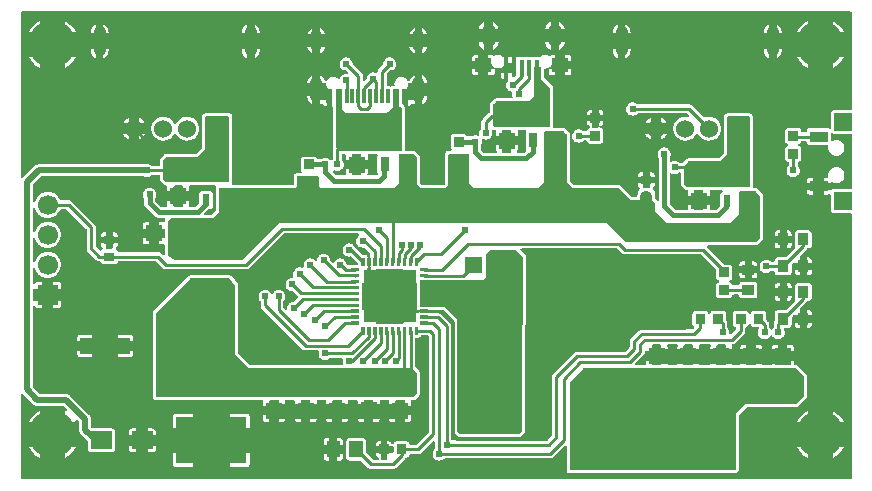
<source format=gtl>
G04 Layer: TopLayer*
G04 EasyEDA v6.5.1, 2022-04-03 23:05:39*
G04 0caac7c7161345fe919d254c63c90933,10*
G04 Gerber Generator version 0.2*
G04 Scale: 100 percent, Rotated: No, Reflected: No *
G04 Dimensions in millimeters *
G04 leading zeros omitted , absolute positions ,4 integer and 5 decimal *
%FSLAX45Y45*%
%MOMM*%

%ADD10C,0.2540*%
%ADD11C,0.4000*%
%ADD12C,1.0000*%
%ADD13C,1.5000*%
%ADD14C,1.2500*%
%ADD15C,0.5000*%
%ADD16C,0.6096*%
%ADD17R,0.9000X0.8000*%
%ADD18R,1.3500X1.4100*%
%ADD20R,4.2000X1.4000*%
%ADD21R,0.8999X1.0000*%
%ADD23R,1.5000X1.5000*%
%ADD24R,1.5000X0.9000*%
%ADD26R,0.6000X1.0700*%
%ADD27R,0.7000X1.2500*%
%ADD28R,1.7010X1.2075*%
%ADD30R,0.8640X0.8065*%
%ADD34R,0.6000X1.1500*%
%ADD35R,0.3000X1.1500*%
%ADD36R,0.4000X1.4000*%
%ADD37R,1.4000X1.1999*%
%ADD39R,1.7000X1.7000*%
%ADD40C,1.7000*%
%ADD41C,1.5240*%
%ADD42R,1.5240X1.5240*%
%ADD43C,4.0000*%
%ADD44R,6.0000X4.0000*%
%ADD46C,1.1999*%

%LPD*%
G36*
X4817516Y4635500D02*
G01*
X4813604Y4636262D01*
X4810302Y4638497D01*
X4803597Y4645202D01*
X4801362Y4648504D01*
X4800600Y4652416D01*
X4800600Y4821783D01*
X4801362Y4825695D01*
X4803597Y4828997D01*
X4823002Y4848402D01*
X4826304Y4850638D01*
X4830216Y4851400D01*
X5104384Y4851400D01*
X5106111Y4852111D01*
X5142788Y4888788D01*
X5143500Y4890516D01*
X5143500Y5039055D01*
X5144262Y5042916D01*
X5147106Y5046878D01*
X5150205Y5051806D01*
X5152136Y5057241D01*
X5152847Y5063591D01*
X5152847Y5133340D01*
X5153609Y5137251D01*
X5155793Y5140502D01*
X5159095Y5142738D01*
X5163007Y5143500D01*
X5196840Y5143500D01*
X5200751Y5142738D01*
X5204002Y5140502D01*
X5206238Y5137251D01*
X5207000Y5133340D01*
X5207000Y5042916D01*
X5207711Y5041188D01*
X5280202Y4968697D01*
X5282438Y4965395D01*
X5283200Y4961483D01*
X5283200Y4645660D01*
X5282438Y4641748D01*
X5280202Y4638497D01*
X5276951Y4636262D01*
X5273040Y4635500D01*
G37*

%LPD*%
G36*
X3509416Y4432300D02*
G01*
X3505504Y4433062D01*
X3502202Y4435297D01*
X3470097Y4467402D01*
X3467862Y4470704D01*
X3467100Y4474616D01*
X3467100Y4790440D01*
X3467862Y4794351D01*
X3470097Y4797602D01*
X3473348Y4799838D01*
X3477260Y4800600D01*
X3507740Y4800600D01*
X3511651Y4799838D01*
X3514902Y4797602D01*
X3517137Y4794351D01*
X3518103Y4787950D01*
X3518611Y4787188D01*
X3555288Y4750511D01*
X3557015Y4749800D01*
X3677818Y4749800D01*
X3683508Y4749292D01*
X3733292Y4749292D01*
X3738981Y4749800D01*
X3897884Y4749800D01*
X3899611Y4750511D01*
X3946702Y4797602D01*
X3950004Y4799838D01*
X3953916Y4800600D01*
X4015740Y4800600D01*
X4019651Y4799838D01*
X4022902Y4797602D01*
X4025137Y4794351D01*
X4025900Y4790440D01*
X4025900Y4442460D01*
X4025137Y4438548D01*
X4022902Y4435297D01*
X4019651Y4433062D01*
X4015740Y4432300D01*
G37*

%LPD*%
G36*
X4722215Y4414723D02*
G01*
X4718354Y4415485D01*
X4715052Y4417669D01*
X4697069Y4435652D01*
X4694885Y4438954D01*
X4694123Y4442815D01*
X4694123Y4472990D01*
X4694580Y4476038D01*
X4697018Y4480306D01*
X4701133Y4489246D01*
X4703673Y4498695D01*
X4704537Y4508500D01*
X4703673Y4518304D01*
X4703216Y4520133D01*
X4702911Y4523943D01*
X4704080Y4527600D01*
X4706467Y4530547D01*
X4709820Y4532426D01*
X4713579Y4532934D01*
X4727295Y4529226D01*
X4737100Y4528362D01*
X4746904Y4529226D01*
X4756353Y4531766D01*
X4765294Y4535881D01*
X4773320Y4541520D01*
X4780280Y4548479D01*
X4785918Y4556506D01*
X4790033Y4565446D01*
X4792573Y4574895D01*
X4793437Y4584700D01*
X4792573Y4594606D01*
X4791506Y4599076D01*
X4791405Y4603292D01*
X4792980Y4607204D01*
X4796028Y4610100D01*
X4799990Y4611522D01*
X4804206Y4611217D01*
X4810404Y4609795D01*
X4813198Y4609592D01*
X4816856Y4608728D01*
X4819904Y4606594D01*
X4821986Y4603445D01*
X4822799Y4599787D01*
X4821478Y4589729D01*
X4821478Y4561382D01*
X4874818Y4561382D01*
X4874818Y4599432D01*
X4875580Y4603343D01*
X4877765Y4606594D01*
X4881067Y4608830D01*
X4884978Y4609592D01*
X4944821Y4609592D01*
X4948732Y4608830D01*
X4952034Y4606594D01*
X4954219Y4603343D01*
X4954981Y4599432D01*
X4954981Y4561382D01*
X5008321Y4561382D01*
X5008321Y4589729D01*
X5007051Y4599889D01*
X5007914Y4603648D01*
X5010150Y4606798D01*
X5013401Y4608880D01*
X5017160Y4609592D01*
X5069382Y4609592D01*
X5073142Y4608880D01*
X5076393Y4606798D01*
X5078628Y4603648D01*
X5079542Y4599889D01*
X5078984Y4596079D01*
X5077206Y4591050D01*
X5076494Y4584750D01*
X5076494Y4460900D01*
X5077206Y4454550D01*
X5079136Y4449114D01*
X5081066Y4445965D01*
X5082387Y4442815D01*
X5082590Y4439412D01*
X5081625Y4436160D01*
X5079644Y4433366D01*
X5063947Y4417669D01*
X5060645Y4415485D01*
X5056784Y4414723D01*
X5008676Y4414723D01*
X5004765Y4415485D01*
X5001463Y4417669D01*
X4999278Y4420971D01*
X4998516Y4424883D01*
X4999278Y4428744D01*
X5002580Y4433163D01*
X5005679Y4438091D01*
X5007610Y4443526D01*
X5008321Y4449876D01*
X5008321Y4478223D01*
X4954981Y4478223D01*
X4954981Y4424883D01*
X4954219Y4420971D01*
X4952034Y4417669D01*
X4948732Y4415485D01*
X4944821Y4414723D01*
X4884978Y4414723D01*
X4881067Y4415485D01*
X4877765Y4417669D01*
X4875580Y4420971D01*
X4874818Y4424883D01*
X4874818Y4478223D01*
X4821478Y4478223D01*
X4821478Y4449876D01*
X4822190Y4443526D01*
X4824120Y4438091D01*
X4827219Y4433163D01*
X4830521Y4428744D01*
X4831283Y4424883D01*
X4830521Y4420971D01*
X4828336Y4417669D01*
X4825034Y4415485D01*
X4821123Y4414723D01*
G37*

%LPD*%
G36*
X3477615Y4224223D02*
G01*
X3473754Y4224985D01*
X3470452Y4227169D01*
X3448913Y4248708D01*
X3446678Y4252061D01*
X3445916Y4256024D01*
X3446779Y4259986D01*
X3449065Y4263288D01*
X3452469Y4265422D01*
X3456482Y4266082D01*
X3469995Y4262526D01*
X3479800Y4261662D01*
X3489604Y4262526D01*
X3499053Y4265066D01*
X3507994Y4269181D01*
X3516020Y4274820D01*
X3522979Y4281779D01*
X3528618Y4289806D01*
X3532733Y4298746D01*
X3535273Y4308195D01*
X3536137Y4318000D01*
X3535273Y4327804D01*
X3532733Y4337253D01*
X3528618Y4346194D01*
X3522979Y4354220D01*
X3521405Y4355795D01*
X3519170Y4359097D01*
X3518408Y4363008D01*
X3518408Y4396232D01*
X3519170Y4400143D01*
X3521405Y4403394D01*
X3524656Y4405630D01*
X3528568Y4406392D01*
X3542639Y4406392D01*
X3546398Y4405680D01*
X3549650Y4403598D01*
X3551885Y4400448D01*
X3552748Y4396689D01*
X3551478Y4386529D01*
X3551478Y4358182D01*
X3604818Y4358182D01*
X3604818Y4396232D01*
X3605580Y4400143D01*
X3607765Y4403394D01*
X3611067Y4405630D01*
X3614978Y4406392D01*
X3674821Y4406392D01*
X3678732Y4405630D01*
X3682034Y4403394D01*
X3684219Y4400143D01*
X3684981Y4396232D01*
X3684981Y4358182D01*
X3738321Y4358182D01*
X3738321Y4386529D01*
X3737051Y4396689D01*
X3737914Y4400448D01*
X3740150Y4403598D01*
X3743401Y4405680D01*
X3747160Y4406392D01*
X3812082Y4406392D01*
X3815842Y4405680D01*
X3819093Y4403598D01*
X3821328Y4400448D01*
X3822242Y4396689D01*
X3821684Y4392879D01*
X3819906Y4387850D01*
X3819194Y4381550D01*
X3819194Y4257700D01*
X3819906Y4251350D01*
X3821836Y4245914D01*
X3823766Y4242765D01*
X3825087Y4239615D01*
X3825290Y4236212D01*
X3824325Y4232960D01*
X3822344Y4230166D01*
X3819347Y4227169D01*
X3816045Y4224985D01*
X3812184Y4224223D01*
X3746246Y4224223D01*
X3742486Y4224934D01*
X3739235Y4227017D01*
X3737000Y4230166D01*
X3736136Y4233926D01*
X3736695Y4237736D01*
X3737610Y4240326D01*
X3738321Y4246676D01*
X3738321Y4275023D01*
X3684981Y4275023D01*
X3684981Y4234383D01*
X3684219Y4230471D01*
X3682034Y4227169D01*
X3678732Y4224985D01*
X3674821Y4224223D01*
X3614978Y4224223D01*
X3611067Y4224985D01*
X3607765Y4227169D01*
X3605580Y4230471D01*
X3604818Y4234383D01*
X3604818Y4275023D01*
X3551478Y4275023D01*
X3551478Y4246676D01*
X3552190Y4240326D01*
X3553104Y4237736D01*
X3553663Y4233926D01*
X3552799Y4230166D01*
X3550564Y4227017D01*
X3547313Y4224934D01*
X3543554Y4224223D01*
G37*

%LPD*%
G36*
X2036216Y4165600D02*
G01*
X2032304Y4166362D01*
X2029002Y4168597D01*
X2009597Y4188002D01*
X2007362Y4191304D01*
X2006600Y4195216D01*
X2006600Y4351883D01*
X2007362Y4355795D01*
X2009597Y4359097D01*
X2029002Y4378502D01*
X2032304Y4380738D01*
X2036216Y4381500D01*
X2297684Y4381500D01*
X2299411Y4382211D01*
X2361488Y4444288D01*
X2362200Y4446016D01*
X2362200Y4714240D01*
X2362962Y4718151D01*
X2365197Y4721402D01*
X2368448Y4723638D01*
X2372360Y4724400D01*
X2555240Y4724400D01*
X2559151Y4723638D01*
X2562402Y4721402D01*
X2564638Y4718151D01*
X2565400Y4714240D01*
X2565400Y4175760D01*
X2564638Y4171848D01*
X2562402Y4168597D01*
X2559151Y4166362D01*
X2555240Y4165600D01*
G37*

%LPD*%
G36*
X6443116Y4127500D02*
G01*
X6439204Y4128262D01*
X6435902Y4130497D01*
X6416497Y4149902D01*
X6414262Y4153204D01*
X6413500Y4157116D01*
X6413500Y4301083D01*
X6414262Y4304995D01*
X6416497Y4308297D01*
X6448602Y4340402D01*
X6451904Y4342638D01*
X6455816Y4343400D01*
X6717284Y4343400D01*
X6719011Y4344111D01*
X6781088Y4406188D01*
X6781800Y4407916D01*
X6781800Y4714240D01*
X6782562Y4718151D01*
X6784797Y4721402D01*
X6788048Y4723638D01*
X6791959Y4724400D01*
X6962140Y4724400D01*
X6966051Y4723638D01*
X6969302Y4721402D01*
X6971538Y4718151D01*
X6972300Y4714240D01*
X6972300Y4137660D01*
X6971538Y4133748D01*
X6969302Y4130497D01*
X6966051Y4128262D01*
X6962140Y4127500D01*
G37*

%LPD*%
G36*
X6347815Y3932123D02*
G01*
X6343954Y3932885D01*
X6340652Y3935069D01*
X6297269Y3978452D01*
X6295085Y3981754D01*
X6294323Y3985615D01*
X6294323Y4234738D01*
X6295136Y4238752D01*
X6297422Y4242054D01*
X6300825Y4244238D01*
X6304838Y4244898D01*
X6308750Y4243984D01*
X6318046Y4239666D01*
X6327495Y4237126D01*
X6337300Y4236262D01*
X6347104Y4237126D01*
X6356553Y4239666D01*
X6365494Y4243781D01*
X6371590Y4248099D01*
X6375654Y4249775D01*
X6380073Y4249572D01*
X6383985Y4247540D01*
X6386626Y4244086D01*
X6387592Y4239768D01*
X6387592Y4153204D01*
X6388252Y4147159D01*
X6390182Y4141673D01*
X6393281Y4136745D01*
X6395364Y4134358D01*
X6420358Y4109364D01*
X6425133Y4105554D01*
X6430365Y4103065D01*
X6436004Y4101795D01*
X6438798Y4101592D01*
X6442456Y4100728D01*
X6445504Y4098594D01*
X6447586Y4095445D01*
X6448399Y4091787D01*
X6447078Y4081729D01*
X6447078Y4053382D01*
X6500418Y4053382D01*
X6500418Y4091432D01*
X6501180Y4095343D01*
X6503365Y4098594D01*
X6506667Y4100829D01*
X6510578Y4101592D01*
X6570421Y4101592D01*
X6574332Y4100829D01*
X6577634Y4098594D01*
X6579819Y4095343D01*
X6580581Y4091432D01*
X6580581Y4053382D01*
X6633921Y4053382D01*
X6633921Y4081729D01*
X6632651Y4091889D01*
X6633514Y4095648D01*
X6635750Y4098798D01*
X6639001Y4100880D01*
X6642760Y4101592D01*
X6734098Y4101592D01*
X6738061Y4100779D01*
X6741414Y4098493D01*
X6743598Y4095089D01*
X6744258Y4091127D01*
X6743344Y4087164D01*
X6740956Y4083913D01*
X6737451Y4081830D01*
X6734505Y4080814D01*
X6729577Y4077715D01*
X6725513Y4073601D01*
X6722414Y4068724D01*
X6720484Y4063288D01*
X6719773Y4056938D01*
X6719773Y3969512D01*
X6719011Y3965651D01*
X6716826Y3962349D01*
X6689547Y3935069D01*
X6686245Y3932885D01*
X6682384Y3932123D01*
X6644081Y3932123D01*
X6640169Y3932885D01*
X6636867Y3935069D01*
X6634683Y3938371D01*
X6633921Y3942283D01*
X6633921Y3970223D01*
X6580581Y3970223D01*
X6580581Y3942283D01*
X6579819Y3938371D01*
X6577634Y3935069D01*
X6574332Y3932885D01*
X6570421Y3932123D01*
X6510578Y3932123D01*
X6506667Y3932885D01*
X6503365Y3935069D01*
X6501180Y3938371D01*
X6500418Y3942283D01*
X6500418Y3970223D01*
X6447078Y3970223D01*
X6447078Y3942283D01*
X6446316Y3938371D01*
X6444132Y3935069D01*
X6440830Y3932885D01*
X6436918Y3932123D01*
G37*

%LPD*%
G36*
X2008632Y3549294D02*
G01*
X2004720Y3550056D01*
X2001469Y3552240D01*
X1990039Y3563620D01*
X1983841Y3568750D01*
X1977136Y3572306D01*
X1969922Y3574491D01*
X1961896Y3575304D01*
X1629359Y3575304D01*
X1625295Y3576167D01*
X1621891Y3578555D01*
X1619758Y3582111D01*
X1617675Y3588004D01*
X1614627Y3592931D01*
X1610512Y3596995D01*
X1608632Y3598214D01*
X1605686Y3601008D01*
X1604060Y3604768D01*
X1604060Y3608832D01*
X1605686Y3612591D01*
X1608632Y3615385D01*
X1610512Y3616604D01*
X1614627Y3620668D01*
X1617675Y3625596D01*
X1619605Y3631031D01*
X1620316Y3637381D01*
X1620316Y3650437D01*
X1578254Y3650437D01*
X1578254Y3612896D01*
X1577492Y3608984D01*
X1575257Y3605682D01*
X1571955Y3603498D01*
X1568094Y3602736D01*
X1530705Y3602736D01*
X1526844Y3603498D01*
X1523542Y3605682D01*
X1521307Y3608984D01*
X1520545Y3612896D01*
X1520545Y3650437D01*
X1478483Y3650437D01*
X1478483Y3637381D01*
X1479194Y3631031D01*
X1481124Y3625596D01*
X1484172Y3620668D01*
X1488287Y3616604D01*
X1490167Y3615385D01*
X1493113Y3612591D01*
X1494739Y3608832D01*
X1494739Y3604768D01*
X1493113Y3601008D01*
X1490167Y3598214D01*
X1488287Y3596995D01*
X1481277Y3589528D01*
X1478076Y3587902D01*
X1474470Y3587496D01*
X1470964Y3588359D01*
X1467967Y3590442D01*
X1438605Y3619804D01*
X1436370Y3623106D01*
X1435608Y3627018D01*
X1435608Y3784092D01*
X1434795Y3792118D01*
X1432610Y3799332D01*
X1429054Y3806037D01*
X1423924Y3812235D01*
X1234135Y4002024D01*
X1227937Y4007154D01*
X1221232Y4010710D01*
X1214018Y4012895D01*
X1205992Y4013708D01*
X1139494Y4013708D01*
X1135888Y4014368D01*
X1132738Y4016298D01*
X1130452Y4019194D01*
X1123543Y4032605D01*
X1115415Y4044238D01*
X1105865Y4054754D01*
X1095044Y4063949D01*
X1083106Y4071721D01*
X1070305Y4077868D01*
X1056843Y4082338D01*
X1042873Y4085082D01*
X1028700Y4085996D01*
X1014526Y4085082D01*
X1000556Y4082338D01*
X987094Y4077868D01*
X974293Y4071721D01*
X962355Y4063949D01*
X951534Y4054754D01*
X941984Y4044238D01*
X933856Y4032605D01*
X927303Y4020007D01*
X922375Y4006646D01*
X921867Y4004360D01*
X920089Y4000550D01*
X916940Y3997756D01*
X912926Y3996486D01*
X908761Y3996994D01*
X905154Y3999077D01*
X902665Y4002532D01*
X901801Y4006596D01*
X901801Y4140301D01*
X902563Y4144213D01*
X904798Y4147464D01*
X970635Y4213301D01*
X973886Y4215536D01*
X977798Y4216298D01*
X1840992Y4216298D01*
X1845310Y4215333D01*
X1847646Y4214266D01*
X1857095Y4211726D01*
X1866900Y4210862D01*
X1876704Y4211726D01*
X1886153Y4214266D01*
X1895093Y4218381D01*
X1903120Y4224020D01*
X1904695Y4225594D01*
X1907997Y4227830D01*
X1911908Y4228592D01*
X1970532Y4228592D01*
X1974443Y4227830D01*
X1977694Y4225594D01*
X1979930Y4222343D01*
X1980692Y4218432D01*
X1980692Y4191304D01*
X1981352Y4185259D01*
X1983282Y4179773D01*
X1986381Y4174845D01*
X1988464Y4172458D01*
X2013457Y4147464D01*
X2018233Y4143654D01*
X2023465Y4141165D01*
X2029104Y4139895D01*
X2031898Y4139692D01*
X2035556Y4138828D01*
X2038604Y4136694D01*
X2040686Y4133545D01*
X2041499Y4129887D01*
X2040178Y4119829D01*
X2040178Y4091482D01*
X2093518Y4091482D01*
X2093518Y4129532D01*
X2094280Y4133443D01*
X2096465Y4136694D01*
X2099767Y4138929D01*
X2103678Y4139692D01*
X2163521Y4139692D01*
X2167432Y4138929D01*
X2170734Y4136694D01*
X2172919Y4133443D01*
X2173681Y4129532D01*
X2173681Y4091482D01*
X2227021Y4091482D01*
X2227021Y4119829D01*
X2225751Y4129989D01*
X2226614Y4133748D01*
X2228850Y4136898D01*
X2232101Y4138980D01*
X2235860Y4139692D01*
X2443683Y4139692D01*
X2447442Y4138980D01*
X2450693Y4136898D01*
X2452928Y4133748D01*
X2453843Y4129989D01*
X2453284Y4126179D01*
X2451303Y4120540D01*
X2450592Y4114241D01*
X2450592Y3926535D01*
X2449830Y3922674D01*
X2447594Y3919372D01*
X2417927Y3889705D01*
X2414625Y3887470D01*
X2410764Y3886708D01*
X2363266Y3886708D01*
X2359355Y3887470D01*
X2356053Y3889705D01*
X2353868Y3892956D01*
X2353106Y3896868D01*
X2353868Y3900779D01*
X2356053Y3904030D01*
X2386330Y3934307D01*
X2389632Y3936542D01*
X2393543Y3937304D01*
X2398217Y3937304D01*
X2404567Y3938015D01*
X2410002Y3939946D01*
X2414930Y3942994D01*
X2418994Y3947109D01*
X2422093Y3951986D01*
X2423972Y3957472D01*
X2424684Y3963771D01*
X2424684Y4069638D01*
X2423972Y4075988D01*
X2422093Y4081424D01*
X2418994Y4086301D01*
X2414930Y4090415D01*
X2410002Y4093514D01*
X2404567Y4095394D01*
X2398217Y4096105D01*
X2339390Y4096105D01*
X2333040Y4095394D01*
X2327605Y4093514D01*
X2322677Y4090415D01*
X2318613Y4086301D01*
X2315514Y4081424D01*
X2313584Y4075988D01*
X2312873Y4069638D01*
X2312873Y3994912D01*
X2312111Y3991051D01*
X2309926Y3987749D01*
X2282647Y3960469D01*
X2279345Y3958285D01*
X2275484Y3957523D01*
X2234946Y3957523D01*
X2231186Y3958234D01*
X2227935Y3960317D01*
X2225700Y3963466D01*
X2224836Y3967226D01*
X2225395Y3971036D01*
X2226310Y3973626D01*
X2227021Y3979976D01*
X2227021Y4008323D01*
X2173681Y4008323D01*
X2173681Y3967683D01*
X2172919Y3963771D01*
X2170734Y3960469D01*
X2167432Y3958285D01*
X2163521Y3957523D01*
X2103678Y3957523D01*
X2099767Y3958285D01*
X2096465Y3960469D01*
X2094280Y3963771D01*
X2093518Y3967683D01*
X2093518Y4008323D01*
X2040178Y4008323D01*
X2040178Y3979976D01*
X2040889Y3973626D01*
X2041804Y3971036D01*
X2042363Y3967226D01*
X2041499Y3963466D01*
X2039264Y3960317D01*
X2036013Y3958234D01*
X2032254Y3957523D01*
X1991715Y3957523D01*
X1987854Y3958285D01*
X1984552Y3960469D01*
X1941169Y4003852D01*
X1938985Y4007154D01*
X1938223Y4011015D01*
X1938223Y4028490D01*
X1938680Y4031538D01*
X1941118Y4035806D01*
X1945233Y4044746D01*
X1947773Y4054195D01*
X1948637Y4064000D01*
X1947773Y4073804D01*
X1945233Y4083253D01*
X1941118Y4092194D01*
X1935480Y4100220D01*
X1928520Y4107179D01*
X1920493Y4112818D01*
X1911553Y4116933D01*
X1902104Y4119473D01*
X1892300Y4120337D01*
X1882495Y4119473D01*
X1873046Y4116933D01*
X1864106Y4112818D01*
X1856079Y4107179D01*
X1849120Y4100220D01*
X1843481Y4092194D01*
X1839366Y4083253D01*
X1836826Y4073804D01*
X1835962Y4064000D01*
X1836826Y4054195D01*
X1839366Y4044746D01*
X1843481Y4035806D01*
X1845919Y4031538D01*
X1846376Y4028490D01*
X1846427Y3986022D01*
X1847646Y3977284D01*
X1850339Y3969258D01*
X1854454Y3961892D01*
X1860194Y3954983D01*
X1937308Y3877919D01*
X1944370Y3872585D01*
X1951939Y3868826D01*
X1960067Y3866540D01*
X1968957Y3865676D01*
X2014829Y3865676D01*
X2018995Y3864813D01*
X2022398Y3862324D01*
X2024481Y3858615D01*
X2024938Y3854399D01*
X2023618Y3850386D01*
X2021332Y3846525D01*
X2019452Y3841140D01*
X2018792Y3835501D01*
X2017928Y3831844D01*
X2015794Y3828796D01*
X2012645Y3826713D01*
X2008987Y3825900D01*
X1998929Y3827221D01*
X1970582Y3827221D01*
X1970582Y3773881D01*
X2008632Y3773881D01*
X2012543Y3773119D01*
X2015794Y3770934D01*
X2018030Y3767632D01*
X2018792Y3763721D01*
X2018792Y3703878D01*
X2018030Y3699967D01*
X2015794Y3696665D01*
X2012543Y3694480D01*
X2008632Y3693718D01*
X1970582Y3693718D01*
X1970582Y3640378D01*
X1998929Y3640378D01*
X2009089Y3641648D01*
X2012848Y3640785D01*
X2015998Y3638550D01*
X2018080Y3635298D01*
X2018792Y3631539D01*
X2018792Y3559454D01*
X2018030Y3555542D01*
X2015794Y3552240D01*
X2012543Y3550056D01*
G37*

%LPC*%
G36*
X1832610Y3773881D02*
G01*
X1887423Y3773881D01*
X1887423Y3827221D01*
X1859076Y3827221D01*
X1852726Y3826510D01*
X1847291Y3824579D01*
X1842363Y3821480D01*
X1838299Y3817416D01*
X1835200Y3812489D01*
X1833321Y3807053D01*
X1832610Y3800754D01*
G37*
G36*
X1478483Y3703116D02*
G01*
X1520545Y3703116D01*
X1520545Y3742690D01*
X1504950Y3742690D01*
X1498650Y3741978D01*
X1493164Y3740099D01*
X1488287Y3737000D01*
X1484172Y3732885D01*
X1481124Y3728008D01*
X1479194Y3722522D01*
X1478483Y3716223D01*
G37*
G36*
X1578254Y3703116D02*
G01*
X1620316Y3703116D01*
X1620316Y3716223D01*
X1619605Y3722522D01*
X1617675Y3728008D01*
X1614627Y3732885D01*
X1610512Y3737000D01*
X1605635Y3740099D01*
X1600149Y3741978D01*
X1593850Y3742690D01*
X1578254Y3742690D01*
G37*
G36*
X1859076Y3640378D02*
G01*
X1887423Y3640378D01*
X1887423Y3693718D01*
X1832610Y3693718D01*
X1832610Y3666845D01*
X1833321Y3660546D01*
X1835200Y3655110D01*
X1838299Y3650183D01*
X1842363Y3646119D01*
X1847291Y3643020D01*
X1852726Y3641090D01*
G37*

%LPD*%
G36*
X2110181Y3505708D02*
G01*
X2107438Y3506063D01*
X2104948Y3507130D01*
X2049627Y3540353D01*
X2046986Y3542588D01*
X2045309Y3545636D01*
X2044700Y3549040D01*
X2044700Y3831183D01*
X2045462Y3835095D01*
X2047697Y3838397D01*
X2067102Y3857802D01*
X2070404Y3860037D01*
X2074316Y3860800D01*
X2424684Y3860800D01*
X2426411Y3861511D01*
X2475788Y3910888D01*
X2476500Y3912615D01*
X2476500Y4104640D01*
X2477262Y4108551D01*
X2479497Y4111802D01*
X2482748Y4114037D01*
X2486660Y4114800D01*
X3123184Y4114800D01*
X3124911Y4115511D01*
X3136188Y4126788D01*
X3136900Y4128515D01*
X3136900Y4206240D01*
X3137662Y4210151D01*
X3139897Y4213402D01*
X3143148Y4215638D01*
X3147060Y4216400D01*
X3317240Y4216400D01*
X3321151Y4215638D01*
X3324402Y4213402D01*
X3326637Y4210151D01*
X3327400Y4206240D01*
X3327400Y4128515D01*
X3328111Y4126788D01*
X3339388Y4115511D01*
X3341115Y4114800D01*
X3961384Y4114800D01*
X3963111Y4115511D01*
X3999788Y4152188D01*
X4000500Y4153915D01*
X4000500Y4396232D01*
X4001262Y4400143D01*
X4003497Y4403394D01*
X4006748Y4405630D01*
X4010660Y4406392D01*
X4025341Y4406392D01*
X4030421Y4406900D01*
X4123283Y4406900D01*
X4127195Y4406138D01*
X4130497Y4403902D01*
X4149902Y4384497D01*
X4152137Y4381195D01*
X4152900Y4377283D01*
X4152900Y4153915D01*
X4153611Y4152188D01*
X4190288Y4115511D01*
X4192015Y4114800D01*
X4393184Y4114800D01*
X4394911Y4115511D01*
X4418888Y4139488D01*
X4419600Y4141215D01*
X4419600Y4396740D01*
X4420362Y4400651D01*
X4422597Y4403902D01*
X4425848Y4406138D01*
X4429760Y4406900D01*
X4587240Y4406900D01*
X4591151Y4406138D01*
X4594402Y4403902D01*
X4596638Y4400651D01*
X4597400Y4396740D01*
X4597400Y4153915D01*
X4598111Y4152188D01*
X4634788Y4115511D01*
X4636516Y4114800D01*
X5180584Y4114800D01*
X5182311Y4115511D01*
X5231688Y4164888D01*
X5232400Y4166615D01*
X5232400Y4587240D01*
X5233162Y4591151D01*
X5235397Y4594402D01*
X5238648Y4596638D01*
X5242560Y4597400D01*
X5393283Y4597400D01*
X5397195Y4596638D01*
X5400497Y4594402D01*
X5419902Y4574997D01*
X5422138Y4571695D01*
X5422900Y4567783D01*
X5422900Y4166615D01*
X5423611Y4164888D01*
X5472988Y4115511D01*
X5474716Y4114800D01*
X5863183Y4114800D01*
X5867095Y4114037D01*
X5870397Y4111802D01*
X5968288Y4013911D01*
X5970016Y4013200D01*
X6142583Y4013200D01*
X6146495Y4012437D01*
X6149797Y4010202D01*
X6169202Y3990797D01*
X6171438Y3987495D01*
X6172200Y3983583D01*
X6172200Y3925315D01*
X6172911Y3923588D01*
X6273088Y3823411D01*
X6274816Y3822700D01*
X6806184Y3822700D01*
X6807911Y3823411D01*
X6882688Y3898188D01*
X6883400Y3899915D01*
X6883400Y4079240D01*
X6884162Y4083151D01*
X6886397Y4086402D01*
X6889648Y4088637D01*
X6893559Y4089400D01*
X7018883Y4089400D01*
X7022795Y4088637D01*
X7026097Y4086402D01*
X7058202Y4054297D01*
X7060438Y4050995D01*
X7061200Y4047083D01*
X7061200Y3699916D01*
X7060438Y3696004D01*
X7058202Y3692702D01*
X7026097Y3660597D01*
X7022795Y3658362D01*
X7018883Y3657600D01*
X5935116Y3657600D01*
X5931204Y3658362D01*
X5927902Y3660597D01*
X5766511Y3821988D01*
X5764784Y3822700D01*
X2998216Y3822700D01*
X2996539Y3822039D01*
X2670454Y3508552D01*
X2667254Y3506419D01*
X2663444Y3505708D01*
G37*

%LPD*%
G36*
X3746093Y3411677D02*
G01*
X3742232Y3412439D01*
X3738930Y3414674D01*
X3736746Y3417925D01*
X3735933Y3421837D01*
X3735933Y3443122D01*
X3736543Y3446526D01*
X3738473Y3452164D01*
X3739184Y3458413D01*
X3740505Y3462426D01*
X3743350Y3465525D01*
X3747211Y3467252D01*
X3751376Y3467252D01*
X3755237Y3465525D01*
X3758082Y3462426D01*
X3759403Y3458413D01*
X3760114Y3452164D01*
X3762095Y3446526D01*
X3762654Y3443122D01*
X3762654Y3421837D01*
X3761892Y3417925D01*
X3759657Y3414674D01*
X3756355Y3412439D01*
X3752494Y3411677D01*
G37*

%LPD*%
G36*
X3824274Y2966872D02*
G01*
X3819042Y2968091D01*
X3816451Y2968396D01*
X3812946Y2969463D01*
X3810050Y2971698D01*
X3808120Y2974848D01*
X3807460Y2978505D01*
X3807460Y3083560D01*
X3702405Y3083560D01*
X3698748Y3084220D01*
X3695598Y3086150D01*
X3693363Y3089046D01*
X3692296Y3092551D01*
X3690772Y3100374D01*
X3691991Y3105658D01*
X3692702Y3111957D01*
X3692702Y3138830D01*
X3691991Y3145129D01*
X3690772Y3150412D01*
X3691991Y3155645D01*
X3692702Y3161944D01*
X3692702Y3188817D01*
X3691991Y3195167D01*
X3690772Y3200400D01*
X3691991Y3205632D01*
X3692702Y3211982D01*
X3692702Y3238855D01*
X3691991Y3245154D01*
X3690772Y3250387D01*
X3691991Y3255670D01*
X3692702Y3261969D01*
X3692702Y3288842D01*
X3691991Y3295142D01*
X3690772Y3300425D01*
X3691991Y3305657D01*
X3692296Y3308248D01*
X3693363Y3311753D01*
X3695598Y3314649D01*
X3698748Y3316579D01*
X3702405Y3317240D01*
X3807460Y3317240D01*
X3807460Y3422294D01*
X3808120Y3425951D01*
X3810050Y3429101D01*
X3812946Y3431336D01*
X3816451Y3432403D01*
X3824274Y3433927D01*
X3829558Y3432708D01*
X3835857Y3431997D01*
X3862730Y3431997D01*
X3869029Y3432708D01*
X3874312Y3433927D01*
X3879545Y3432708D01*
X3885844Y3431997D01*
X3912717Y3431997D01*
X3919067Y3432708D01*
X3924300Y3433927D01*
X3929532Y3432708D01*
X3935882Y3431997D01*
X3962755Y3431997D01*
X3969054Y3432708D01*
X3974287Y3433927D01*
X3979570Y3432708D01*
X3985869Y3431997D01*
X4012742Y3431997D01*
X4019042Y3432708D01*
X4024325Y3433927D01*
X4029557Y3432708D01*
X4032148Y3432403D01*
X4035653Y3431336D01*
X4038549Y3429101D01*
X4040479Y3425951D01*
X4041140Y3422294D01*
X4041140Y3317240D01*
X4142232Y3317240D01*
X4146143Y3316478D01*
X4149394Y3314293D01*
X4151629Y3310991D01*
X4152392Y3307079D01*
X4152392Y3112058D01*
X4153103Y3105759D01*
X4155033Y3100273D01*
X4157218Y3095091D01*
X4156862Y3090773D01*
X4155744Y3088741D01*
X4163822Y3088741D01*
X4167174Y3088182D01*
X4172559Y3086303D01*
X4178909Y3085592D01*
X4181297Y3085541D01*
X4185564Y3084576D01*
X4188968Y3081934D01*
X4191000Y3078073D01*
X4191203Y3073704D01*
X4189577Y3069691D01*
X4186428Y3066694D01*
X4182313Y3065322D01*
X4176064Y3064611D01*
X4170426Y3062630D01*
X4167022Y3062071D01*
X4145737Y3062071D01*
X4141825Y3062833D01*
X4138574Y3065018D01*
X4136339Y3068320D01*
X4135577Y3072231D01*
X4135577Y3078581D01*
X4136339Y3082493D01*
X4137050Y3083560D01*
X4041140Y3083560D01*
X4041140Y2978505D01*
X4040479Y2974848D01*
X4038549Y2971698D01*
X4035653Y2969463D01*
X4032148Y2968396D01*
X4024325Y2966872D01*
X4019042Y2968091D01*
X4012742Y2968802D01*
X3985869Y2968802D01*
X3979570Y2968091D01*
X3974287Y2966872D01*
X3969054Y2968091D01*
X3962755Y2968802D01*
X3935882Y2968802D01*
X3929532Y2968091D01*
X3927652Y2967431D01*
X3924300Y2966872D01*
X3919067Y2968091D01*
X3912717Y2968802D01*
X3885844Y2968802D01*
X3879545Y2968091D01*
X3874312Y2966872D01*
X3869029Y2968091D01*
X3862730Y2968802D01*
X3835857Y2968802D01*
X3829558Y2968091D01*
G37*

%LPD*%
G36*
X1953260Y2349500D02*
G01*
X1949348Y2350262D01*
X1946097Y2352497D01*
X1943862Y2355748D01*
X1943100Y2359660D01*
X1943100Y3056483D01*
X1943862Y3060395D01*
X1946097Y3063697D01*
X2232202Y3349802D01*
X2235504Y3352037D01*
X2239416Y3352800D01*
X2560523Y3352800D01*
X2564942Y3351784D01*
X2568448Y3348990D01*
X2613964Y3292094D01*
X2615641Y3289096D01*
X2616200Y3285744D01*
X2616200Y2706116D01*
X2616911Y2704388D01*
X2729788Y2591511D01*
X2731516Y2590800D01*
X4110583Y2590800D01*
X4114495Y2590038D01*
X4117797Y2587802D01*
X4149902Y2555697D01*
X4152137Y2552395D01*
X4152900Y2548483D01*
X4152900Y2379116D01*
X4152137Y2375204D01*
X4149902Y2371902D01*
X4130497Y2352497D01*
X4127195Y2350262D01*
X4123283Y2349500D01*
G37*

%LPD*%
G36*
X4525416Y2032000D02*
G01*
X4521504Y2032762D01*
X4518202Y2034997D01*
X4499305Y2053894D01*
X4497070Y2057196D01*
X4496308Y2061108D01*
X4496308Y2983992D01*
X4495800Y2989681D01*
X4495800Y3008884D01*
X4495088Y3010611D01*
X4394911Y3110788D01*
X4393184Y3111500D01*
X4272534Y3111500D01*
X4268216Y3112008D01*
X4262170Y3112211D01*
X4259173Y3112820D01*
X4254042Y3114598D01*
X4247743Y3115310D01*
X4188460Y3115310D01*
X4184548Y3116072D01*
X4181297Y3118307D01*
X4179062Y3121558D01*
X4178300Y3125470D01*
X4178300Y3325317D01*
X4179062Y3329228D01*
X4181297Y3332530D01*
X4184548Y3334715D01*
X4188460Y3335477D01*
X4247743Y3335477D01*
X4257497Y3336798D01*
X4541926Y3336798D01*
X4549952Y3337610D01*
X4556760Y3339642D01*
X4559706Y3340100D01*
X4710684Y3340100D01*
X4712411Y3340811D01*
X4736388Y3364788D01*
X4737100Y3366515D01*
X4737100Y3551783D01*
X4737862Y3555695D01*
X4740097Y3558997D01*
X4772202Y3591102D01*
X4775504Y3593337D01*
X4779416Y3594100D01*
X4986883Y3594100D01*
X4990795Y3593337D01*
X4994097Y3591102D01*
X5051602Y3533597D01*
X5053787Y3530295D01*
X5054549Y3526332D01*
X5041900Y2374950D01*
X5041900Y2061616D01*
X5041138Y2057704D01*
X5038902Y2054402D01*
X5019497Y2034997D01*
X5016195Y2032762D01*
X5012283Y2032000D01*
G37*

%LPD*%
G36*
X5458460Y1727200D02*
G01*
X5454548Y1727962D01*
X5451297Y1730197D01*
X5449062Y1733448D01*
X5448300Y1737360D01*
X5448300Y2472283D01*
X5449062Y2476195D01*
X5451297Y2479497D01*
X5559602Y2587802D01*
X5562904Y2590038D01*
X5566816Y2590800D01*
X7361783Y2590800D01*
X7365695Y2590038D01*
X7368997Y2587802D01*
X7426502Y2530297D01*
X7428738Y2526995D01*
X7429500Y2523083D01*
X7429500Y2353716D01*
X7428738Y2349804D01*
X7426502Y2346502D01*
X7368997Y2288997D01*
X7365695Y2286762D01*
X7361783Y2286000D01*
X6935216Y2286000D01*
X6933488Y2285288D01*
X6858711Y2210511D01*
X6858000Y2208784D01*
X6858000Y1744116D01*
X6857238Y1740204D01*
X6855002Y1736902D01*
X6848297Y1730197D01*
X6844995Y1727962D01*
X6841083Y1727200D01*
G37*

%LPD*%
G36*
X810768Y1651507D02*
G01*
X806856Y1652270D01*
X803605Y1654505D01*
X801370Y1657756D01*
X800608Y1661668D01*
X800608Y2366772D01*
X801370Y2370632D01*
X803605Y2373934D01*
X806856Y2376170D01*
X810768Y2376932D01*
X814679Y2376170D01*
X817930Y2373934D01*
X903630Y2288235D01*
X907084Y2285085D01*
X910590Y2282393D01*
X914349Y2280005D01*
X918311Y2277973D01*
X922375Y2276246D01*
X926642Y2274925D01*
X930960Y2273960D01*
X935380Y2273401D01*
X940003Y2273198D01*
X1155801Y2273198D01*
X1159713Y2272436D01*
X1162964Y2270201D01*
X1187094Y2246122D01*
X1189380Y2242667D01*
X1190040Y2238603D01*
X1189075Y2234590D01*
X1186586Y2231288D01*
X1183030Y2229256D01*
X1178915Y2228799D01*
X1174953Y2230069D01*
X1173175Y2231085D01*
X1173175Y2138324D01*
X1265885Y2138324D01*
X1264869Y2140153D01*
X1263599Y2144115D01*
X1264056Y2148230D01*
X1266088Y2151786D01*
X1269390Y2154275D01*
X1273403Y2155240D01*
X1277467Y2154580D01*
X1280922Y2152294D01*
X1292301Y2140864D01*
X1294536Y2137613D01*
X1295298Y2133701D01*
X1295298Y2070303D01*
X1295501Y2065680D01*
X1296060Y2061260D01*
X1297025Y2056942D01*
X1298346Y2052675D01*
X1300073Y2048611D01*
X1302105Y2044649D01*
X1304493Y2040889D01*
X1307185Y2037384D01*
X1310335Y2033930D01*
X1369517Y1974799D01*
X1371701Y1971497D01*
X1372514Y1967585D01*
X1372514Y1906778D01*
X1373225Y1900428D01*
X1375105Y1894992D01*
X1378204Y1890064D01*
X1382268Y1886000D01*
X1387195Y1882902D01*
X1392631Y1881022D01*
X1398981Y1880311D01*
X1572818Y1880311D01*
X1579168Y1881022D01*
X1584604Y1882902D01*
X1589532Y1886000D01*
X1593596Y1890064D01*
X1596694Y1894992D01*
X1598574Y1900428D01*
X1599285Y1906778D01*
X1599285Y2055622D01*
X1598574Y2061972D01*
X1596694Y2067407D01*
X1593596Y2072335D01*
X1589532Y2076399D01*
X1584604Y2079498D01*
X1579168Y2081377D01*
X1572818Y2082088D01*
X1410411Y2082088D01*
X1406499Y2082901D01*
X1403197Y2085086D01*
X1400098Y2088235D01*
X1397863Y2091486D01*
X1397101Y2095398D01*
X1397101Y2158796D01*
X1396898Y2163419D01*
X1396339Y2167839D01*
X1395374Y2172157D01*
X1394053Y2176424D01*
X1392326Y2180488D01*
X1390294Y2184450D01*
X1387906Y2188210D01*
X1385214Y2191715D01*
X1382064Y2195169D01*
X1217269Y2359964D01*
X1213815Y2363114D01*
X1210310Y2365806D01*
X1206550Y2368194D01*
X1202588Y2370226D01*
X1198524Y2371953D01*
X1194257Y2373274D01*
X1189939Y2374239D01*
X1185519Y2374798D01*
X1180896Y2375001D01*
X965098Y2375001D01*
X961186Y2375763D01*
X957935Y2377998D01*
X904798Y2431135D01*
X902563Y2434386D01*
X901801Y2438298D01*
X901801Y3111246D01*
X902716Y3115462D01*
X905357Y3118916D01*
X909167Y3120999D01*
X913485Y3121304D01*
X917549Y3119729D01*
X920546Y3116630D01*
X923493Y3112008D01*
X927608Y3107893D01*
X932484Y3104794D01*
X937971Y3102914D01*
X944270Y3102203D01*
X979830Y3102203D01*
X979830Y3164230D01*
X911961Y3164230D01*
X908100Y3165043D01*
X904798Y3167227D01*
X902563Y3170529D01*
X901801Y3174390D01*
X901801Y3251809D01*
X902563Y3255670D01*
X904798Y3258972D01*
X908100Y3261156D01*
X911961Y3261969D01*
X979830Y3261969D01*
X979830Y3323996D01*
X944270Y3323996D01*
X937971Y3323285D01*
X932484Y3321405D01*
X927608Y3318306D01*
X923493Y3314192D01*
X920546Y3309569D01*
X917549Y3306470D01*
X913485Y3304895D01*
X909167Y3305200D01*
X905357Y3307283D01*
X902716Y3310737D01*
X901801Y3314954D01*
X901801Y3435756D01*
X902665Y3439820D01*
X905002Y3443173D01*
X908507Y3445306D01*
X912571Y3445916D01*
X916533Y3444849D01*
X919784Y3442309D01*
X921715Y3438651D01*
X924661Y3428796D01*
X930402Y3415792D01*
X937768Y3403650D01*
X946607Y3392525D01*
X956818Y3382670D01*
X968197Y3374186D01*
X980592Y3367176D01*
X993749Y3361842D01*
X1007516Y3358235D01*
X1021587Y3356457D01*
X1035812Y3356457D01*
X1049883Y3358235D01*
X1063650Y3361842D01*
X1076807Y3367176D01*
X1089202Y3374186D01*
X1100582Y3382670D01*
X1110792Y3392525D01*
X1119632Y3403650D01*
X1126998Y3415792D01*
X1132789Y3428796D01*
X1136802Y3442411D01*
X1139088Y3456432D01*
X1139545Y3470656D01*
X1138174Y3484778D01*
X1135024Y3498646D01*
X1130096Y3512007D01*
X1123543Y3524605D01*
X1115415Y3536238D01*
X1105865Y3546754D01*
X1095044Y3555949D01*
X1083106Y3563721D01*
X1070305Y3569868D01*
X1056843Y3574338D01*
X1042873Y3577082D01*
X1028700Y3577996D01*
X1014526Y3577082D01*
X1000556Y3574338D01*
X987094Y3569868D01*
X974293Y3563721D01*
X962355Y3555949D01*
X951534Y3546754D01*
X941984Y3536238D01*
X933856Y3524605D01*
X927303Y3512007D01*
X922375Y3498646D01*
X921867Y3496360D01*
X920089Y3492550D01*
X916940Y3489756D01*
X912926Y3488486D01*
X908761Y3488994D01*
X905154Y3491077D01*
X902665Y3494532D01*
X901801Y3498596D01*
X901801Y3689756D01*
X902665Y3693820D01*
X905002Y3697173D01*
X908507Y3699306D01*
X912571Y3699916D01*
X916533Y3698849D01*
X919784Y3696309D01*
X921715Y3692651D01*
X924661Y3682796D01*
X930402Y3669792D01*
X937768Y3657650D01*
X946607Y3646525D01*
X956818Y3636670D01*
X968197Y3628186D01*
X980592Y3621176D01*
X993749Y3615842D01*
X1007516Y3612235D01*
X1021587Y3610457D01*
X1035812Y3610457D01*
X1049883Y3612235D01*
X1063650Y3615842D01*
X1076807Y3621176D01*
X1089202Y3628186D01*
X1100582Y3636670D01*
X1110792Y3646525D01*
X1119632Y3657650D01*
X1126998Y3669792D01*
X1132789Y3682796D01*
X1136802Y3696411D01*
X1139088Y3710432D01*
X1139545Y3724656D01*
X1138174Y3738778D01*
X1135024Y3752646D01*
X1130096Y3766007D01*
X1123543Y3778605D01*
X1115415Y3790238D01*
X1105865Y3800754D01*
X1095044Y3809949D01*
X1083106Y3817721D01*
X1070305Y3823868D01*
X1056843Y3828338D01*
X1042873Y3831082D01*
X1028700Y3831996D01*
X1014526Y3831082D01*
X1000556Y3828338D01*
X987094Y3823868D01*
X974293Y3817721D01*
X962355Y3809949D01*
X951534Y3800754D01*
X941984Y3790238D01*
X933856Y3778605D01*
X927303Y3766007D01*
X922375Y3752646D01*
X921867Y3750360D01*
X920089Y3746550D01*
X916940Y3743756D01*
X912926Y3742486D01*
X908761Y3742994D01*
X905154Y3745077D01*
X902665Y3748532D01*
X901801Y3752596D01*
X901801Y3943756D01*
X902665Y3947820D01*
X905002Y3951173D01*
X908507Y3953306D01*
X912571Y3953916D01*
X916533Y3952849D01*
X919784Y3950309D01*
X921715Y3946651D01*
X924661Y3936796D01*
X930402Y3923792D01*
X937768Y3911650D01*
X946607Y3900525D01*
X956818Y3890670D01*
X968197Y3882186D01*
X980592Y3875176D01*
X993749Y3869842D01*
X1007516Y3866235D01*
X1021587Y3864457D01*
X1035812Y3864457D01*
X1049883Y3866235D01*
X1063650Y3869842D01*
X1076807Y3875176D01*
X1089202Y3882186D01*
X1100582Y3890670D01*
X1110792Y3900525D01*
X1119632Y3911650D01*
X1126998Y3923792D01*
X1129944Y3930446D01*
X1132179Y3933647D01*
X1135430Y3935729D01*
X1139240Y3936492D01*
X1186281Y3936492D01*
X1190193Y3935729D01*
X1193495Y3933494D01*
X1355394Y3771595D01*
X1357630Y3768293D01*
X1358392Y3764381D01*
X1358392Y3607308D01*
X1359204Y3599281D01*
X1361389Y3592068D01*
X1364945Y3585362D01*
X1370076Y3579164D01*
X1439367Y3509822D01*
X1445564Y3504742D01*
X1452270Y3501186D01*
X1459484Y3498951D01*
X1467510Y3498189D01*
X1469491Y3498189D01*
X1473555Y3497326D01*
X1476959Y3494938D01*
X1479092Y3491382D01*
X1481124Y3485591D01*
X1484172Y3480714D01*
X1488287Y3476599D01*
X1493164Y3473500D01*
X1498650Y3471621D01*
X1504950Y3470910D01*
X1593850Y3470910D01*
X1600149Y3471621D01*
X1605635Y3473500D01*
X1610512Y3476599D01*
X1614627Y3480714D01*
X1617675Y3485591D01*
X1619656Y3491280D01*
X1621840Y3494836D01*
X1625193Y3497224D01*
X1629257Y3498087D01*
X1942185Y3498087D01*
X1946097Y3497326D01*
X1949399Y3495090D01*
X2004364Y3440176D01*
X2010562Y3435045D01*
X2017268Y3431489D01*
X2024481Y3429304D01*
X2032507Y3428492D01*
X2704592Y3428492D01*
X2712618Y3429304D01*
X2719832Y3431489D01*
X2726537Y3435045D01*
X2732735Y3440176D01*
X3022904Y3730294D01*
X3026206Y3732529D01*
X3030118Y3733292D01*
X3655568Y3733292D01*
X3659733Y3732377D01*
X3663137Y3729888D01*
X3665270Y3726179D01*
X3665677Y3721963D01*
X3664305Y3717899D01*
X3661410Y3714800D01*
X3659479Y3713479D01*
X3652520Y3706520D01*
X3646881Y3698494D01*
X3642766Y3689553D01*
X3640226Y3680104D01*
X3639362Y3670300D01*
X3640226Y3660495D01*
X3642766Y3651046D01*
X3646881Y3642106D01*
X3652520Y3634079D01*
X3659479Y3627120D01*
X3667506Y3621481D01*
X3676446Y3617366D01*
X3685895Y3614826D01*
X3695700Y3613962D01*
X3706114Y3614877D01*
X3710482Y3614267D01*
X3714191Y3611930D01*
X3757726Y3568395D01*
X3759911Y3565093D01*
X3760724Y3561181D01*
X3760724Y3533597D01*
X3760114Y3530142D01*
X3759403Y3523894D01*
X3758082Y3519881D01*
X3755237Y3516782D01*
X3751376Y3515055D01*
X3747211Y3515055D01*
X3743350Y3516782D01*
X3740505Y3519881D01*
X3739184Y3523894D01*
X3738473Y3530142D01*
X3736543Y3535781D01*
X3735933Y3539134D01*
X3735882Y3550310D01*
X3729532Y3549599D01*
X3724300Y3548379D01*
X3719068Y3549599D01*
X3712718Y3550310D01*
X3698951Y3550310D01*
X3695090Y3551072D01*
X3691788Y3553307D01*
X3637229Y3607815D01*
X3635654Y3609898D01*
X3634333Y3613353D01*
X3630218Y3622294D01*
X3624579Y3630320D01*
X3617620Y3637279D01*
X3609594Y3642918D01*
X3600653Y3647033D01*
X3591204Y3649573D01*
X3581400Y3650437D01*
X3571595Y3649573D01*
X3562146Y3647033D01*
X3553206Y3642918D01*
X3545179Y3637279D01*
X3538220Y3630320D01*
X3532581Y3622294D01*
X3528466Y3613353D01*
X3525926Y3603904D01*
X3525062Y3594100D01*
X3525926Y3584295D01*
X3528466Y3574846D01*
X3532581Y3565906D01*
X3538220Y3557879D01*
X3545179Y3550920D01*
X3553206Y3545281D01*
X3562146Y3541166D01*
X3571595Y3538626D01*
X3581400Y3537762D01*
X3592068Y3538677D01*
X3596386Y3538118D01*
X3600094Y3535730D01*
X3653231Y3482644D01*
X3655415Y3479342D01*
X3656177Y3475482D01*
X3655415Y3471570D01*
X3653231Y3468268D01*
X3649929Y3466084D01*
X3646017Y3465322D01*
X3600856Y3465322D01*
X3591102Y3464001D01*
X3576218Y3464001D01*
X3572306Y3464763D01*
X3569004Y3466998D01*
X3563213Y3472789D01*
X3561587Y3474872D01*
X3560572Y3477361D01*
X3558133Y3486353D01*
X3554018Y3495294D01*
X3548379Y3503320D01*
X3541420Y3510279D01*
X3533394Y3515918D01*
X3524453Y3520033D01*
X3515004Y3522573D01*
X3505200Y3523437D01*
X3495395Y3522573D01*
X3485946Y3520033D01*
X3477006Y3515918D01*
X3468979Y3510279D01*
X3462020Y3503320D01*
X3456381Y3495294D01*
X3454146Y3490417D01*
X3451860Y3487318D01*
X3448558Y3485235D01*
X3444748Y3484575D01*
X3440988Y3485387D01*
X3437737Y3487572D01*
X3424631Y3500678D01*
X3422599Y3503574D01*
X3421684Y3506978D01*
X3420973Y3515004D01*
X3418433Y3524453D01*
X3414318Y3533394D01*
X3408679Y3541420D01*
X3401720Y3548379D01*
X3393694Y3554018D01*
X3384753Y3558133D01*
X3375304Y3560673D01*
X3365500Y3561537D01*
X3355695Y3560673D01*
X3346246Y3558133D01*
X3337306Y3554018D01*
X3329279Y3548379D01*
X3322320Y3541420D01*
X3316681Y3533394D01*
X3312566Y3524453D01*
X3310026Y3515004D01*
X3309721Y3511600D01*
X3308654Y3507892D01*
X3306318Y3504895D01*
X3303066Y3502914D01*
X3299307Y3502304D01*
X3295548Y3503117D01*
X3292398Y3505301D01*
X3287420Y3510279D01*
X3279394Y3515918D01*
X3270453Y3520033D01*
X3261004Y3522573D01*
X3251200Y3523437D01*
X3241395Y3522573D01*
X3231946Y3520033D01*
X3223006Y3515918D01*
X3214979Y3510279D01*
X3208020Y3503320D01*
X3202381Y3495294D01*
X3198266Y3486353D01*
X3195726Y3476904D01*
X3194862Y3467100D01*
X3195726Y3457295D01*
X3196183Y3455466D01*
X3196488Y3451656D01*
X3195320Y3447999D01*
X3192932Y3445052D01*
X3189579Y3443173D01*
X3185820Y3442665D01*
X3172104Y3446373D01*
X3162300Y3447237D01*
X3152495Y3446373D01*
X3143046Y3443833D01*
X3134106Y3439718D01*
X3126079Y3434079D01*
X3119120Y3427120D01*
X3113481Y3419094D01*
X3109366Y3410153D01*
X3106826Y3400704D01*
X3105962Y3390900D01*
X3106826Y3381095D01*
X3109468Y3371087D01*
X3109772Y3367227D01*
X3108553Y3363569D01*
X3106064Y3360572D01*
X3102660Y3358743D01*
X3088995Y3357473D01*
X3079546Y3354933D01*
X3070606Y3350818D01*
X3062579Y3345179D01*
X3055620Y3338220D01*
X3049981Y3330194D01*
X3045866Y3321253D01*
X3043326Y3311804D01*
X3042462Y3302000D01*
X3043326Y3292195D01*
X3045866Y3282746D01*
X3049981Y3273806D01*
X3055620Y3265779D01*
X3062579Y3258820D01*
X3070606Y3253181D01*
X3079546Y3249066D01*
X3088995Y3246526D01*
X3097022Y3245815D01*
X3100425Y3244900D01*
X3103321Y3242868D01*
X3144977Y3201212D01*
X3147161Y3197961D01*
X3147923Y3194050D01*
X3147161Y3190138D01*
X3144977Y3186887D01*
X3116021Y3157931D01*
X3113125Y3155899D01*
X3109722Y3154984D01*
X3101695Y3154273D01*
X3092246Y3151733D01*
X3083306Y3147618D01*
X3075279Y3141980D01*
X3068320Y3135020D01*
X3062681Y3126994D01*
X3058566Y3118053D01*
X3056026Y3108604D01*
X3055162Y3098800D01*
X3055467Y3095091D01*
X3055010Y3091027D01*
X3052927Y3087471D01*
X3049625Y3084982D01*
X3045663Y3084068D01*
X3041599Y3084779D01*
X3038144Y3087014D01*
X3026105Y3099104D01*
X3023870Y3102406D01*
X3023108Y3106318D01*
X3023108Y3155391D01*
X3023870Y3159302D01*
X3026105Y3162604D01*
X3027680Y3164179D01*
X3033318Y3172206D01*
X3037433Y3181146D01*
X3039973Y3190595D01*
X3040837Y3200400D01*
X3039973Y3210204D01*
X3037433Y3219653D01*
X3033318Y3228594D01*
X3027680Y3236620D01*
X3020720Y3243580D01*
X3012694Y3249218D01*
X3003753Y3253333D01*
X2994304Y3255873D01*
X2984500Y3256737D01*
X2974695Y3255873D01*
X2965246Y3253333D01*
X2956306Y3249218D01*
X2948279Y3243580D01*
X2941320Y3236620D01*
X2935681Y3228543D01*
X2932887Y3225850D01*
X2929280Y3224377D01*
X2925419Y3224377D01*
X2921812Y3225850D01*
X2919018Y3228543D01*
X2913380Y3236620D01*
X2906420Y3243580D01*
X2898394Y3249218D01*
X2889453Y3253333D01*
X2880004Y3255873D01*
X2870200Y3256737D01*
X2860395Y3255873D01*
X2850946Y3253333D01*
X2842006Y3249218D01*
X2833979Y3243580D01*
X2827020Y3236620D01*
X2821381Y3228594D01*
X2817266Y3219653D01*
X2814726Y3210204D01*
X2813862Y3200400D01*
X2814726Y3190595D01*
X2817266Y3181146D01*
X2821381Y3172206D01*
X2827020Y3164179D01*
X2828594Y3162604D01*
X2830830Y3159302D01*
X2831592Y3155391D01*
X2831592Y3124708D01*
X2832404Y3116681D01*
X2834589Y3109468D01*
X2838145Y3102762D01*
X2843276Y3096564D01*
X3185464Y2754376D01*
X3191662Y2749245D01*
X3198368Y2745689D01*
X3205581Y2743504D01*
X3213608Y2742692D01*
X3313531Y2742692D01*
X3317138Y2742031D01*
X3320287Y2740101D01*
X3322574Y2737154D01*
X3323640Y2733598D01*
X3323336Y2729890D01*
X3322726Y2727604D01*
X3321862Y2717800D01*
X3322726Y2707995D01*
X3325266Y2698546D01*
X3329381Y2689606D01*
X3335020Y2681579D01*
X3341979Y2674620D01*
X3350006Y2668981D01*
X3358946Y2664866D01*
X3368395Y2662326D01*
X3378200Y2661462D01*
X3388004Y2662326D01*
X3397453Y2664866D01*
X3406394Y2668981D01*
X3414420Y2674620D01*
X3415995Y2676194D01*
X3419297Y2678430D01*
X3423208Y2679192D01*
X3516731Y2679192D01*
X3520338Y2678531D01*
X3523487Y2676601D01*
X3525774Y2673654D01*
X3526840Y2670098D01*
X3526536Y2666390D01*
X3525926Y2664104D01*
X3525062Y2654300D01*
X3525926Y2644495D01*
X3528466Y2635046D01*
X3530244Y2631186D01*
X3531209Y2627223D01*
X3530549Y2623210D01*
X3528364Y2619806D01*
X3525012Y2617520D01*
X3521049Y2616708D01*
X2745435Y2616708D01*
X2741574Y2617470D01*
X2738272Y2619705D01*
X2645105Y2712872D01*
X2642870Y2716174D01*
X2642108Y2720035D01*
X2642108Y3288741D01*
X2641396Y3295040D01*
X2639466Y3300526D01*
X2636113Y3305911D01*
X2585974Y3368548D01*
X2581503Y3373018D01*
X2576626Y3376066D01*
X2571140Y3377996D01*
X2564841Y3378708D01*
X2235504Y3378708D01*
X2229459Y3378047D01*
X2223973Y3376117D01*
X2219045Y3373018D01*
X2216658Y3370935D01*
X1924964Y3079242D01*
X1921154Y3074466D01*
X1918665Y3069234D01*
X1917395Y3063595D01*
X1917192Y3060395D01*
X1917192Y2350058D01*
X1917903Y2343759D01*
X1919833Y2338273D01*
X1922881Y2333396D01*
X1926996Y2329281D01*
X1931873Y2326233D01*
X1937359Y2324303D01*
X1943658Y2323592D01*
X2844139Y2323592D01*
X2847898Y2322880D01*
X2851150Y2320798D01*
X2853385Y2317648D01*
X2854248Y2313889D01*
X2852978Y2303729D01*
X2852978Y2275382D01*
X2906318Y2275382D01*
X2906318Y2313432D01*
X2907080Y2317343D01*
X2909265Y2320594D01*
X2912567Y2322830D01*
X2916478Y2323592D01*
X2976321Y2323592D01*
X2980232Y2322830D01*
X2983534Y2320594D01*
X2985719Y2317343D01*
X2986481Y2313432D01*
X2986481Y2275382D01*
X3039821Y2275382D01*
X3039821Y2303729D01*
X3038551Y2313889D01*
X3039414Y2317648D01*
X3041650Y2320798D01*
X3044901Y2322880D01*
X3048660Y2323592D01*
X3110839Y2323592D01*
X3114598Y2322880D01*
X3117850Y2320798D01*
X3120085Y2317648D01*
X3120948Y2313889D01*
X3119678Y2303729D01*
X3119678Y2275382D01*
X3173018Y2275382D01*
X3173018Y2313432D01*
X3173780Y2317343D01*
X3175965Y2320594D01*
X3179267Y2322830D01*
X3183178Y2323592D01*
X3243021Y2323592D01*
X3246932Y2322830D01*
X3250234Y2320594D01*
X3252419Y2317343D01*
X3253181Y2313432D01*
X3253181Y2275382D01*
X3306521Y2275382D01*
X3306521Y2303729D01*
X3305251Y2313889D01*
X3306114Y2317648D01*
X3308350Y2320798D01*
X3311601Y2322880D01*
X3315360Y2323592D01*
X3377539Y2323592D01*
X3381298Y2322880D01*
X3384550Y2320798D01*
X3386785Y2317648D01*
X3387648Y2313889D01*
X3386378Y2303729D01*
X3386378Y2275382D01*
X3439718Y2275382D01*
X3439718Y2313432D01*
X3440480Y2317343D01*
X3442665Y2320594D01*
X3445967Y2322830D01*
X3449878Y2323592D01*
X3509721Y2323592D01*
X3513632Y2322830D01*
X3516934Y2320594D01*
X3519119Y2317343D01*
X3519881Y2313432D01*
X3519881Y2275382D01*
X3573221Y2275382D01*
X3573221Y2303729D01*
X3571951Y2313889D01*
X3572814Y2317648D01*
X3575050Y2320798D01*
X3578301Y2322880D01*
X3582060Y2323592D01*
X3644239Y2323592D01*
X3647998Y2322880D01*
X3651250Y2320798D01*
X3653485Y2317648D01*
X3654348Y2313889D01*
X3653078Y2303729D01*
X3653078Y2275382D01*
X3706418Y2275382D01*
X3706418Y2313432D01*
X3707180Y2317343D01*
X3709365Y2320594D01*
X3712667Y2322830D01*
X3716578Y2323592D01*
X3776421Y2323592D01*
X3780332Y2322830D01*
X3783634Y2320594D01*
X3785819Y2317343D01*
X3786581Y2313432D01*
X3786581Y2275382D01*
X3839921Y2275382D01*
X3839921Y2303729D01*
X3838651Y2313889D01*
X3839514Y2317648D01*
X3841750Y2320798D01*
X3845001Y2322880D01*
X3848760Y2323592D01*
X3910939Y2323592D01*
X3914698Y2322880D01*
X3917950Y2320798D01*
X3920185Y2317648D01*
X3921048Y2313889D01*
X3919778Y2303729D01*
X3919778Y2275382D01*
X3973118Y2275382D01*
X3973118Y2313432D01*
X3973880Y2317343D01*
X3976065Y2320594D01*
X3979367Y2322830D01*
X3983278Y2323592D01*
X4043121Y2323592D01*
X4047032Y2322830D01*
X4050334Y2320594D01*
X4052519Y2317343D01*
X4053281Y2313432D01*
X4053281Y2275382D01*
X4106621Y2275382D01*
X4106621Y2303729D01*
X4105351Y2313889D01*
X4106214Y2317648D01*
X4108450Y2320798D01*
X4111701Y2322880D01*
X4115460Y2323592D01*
X4127195Y2323592D01*
X4133240Y2324252D01*
X4138726Y2326182D01*
X4143654Y2329281D01*
X4146042Y2331364D01*
X4171035Y2356358D01*
X4174845Y2361133D01*
X4177334Y2366365D01*
X4178604Y2372004D01*
X4178808Y2375204D01*
X4178808Y2552395D01*
X4178147Y2558440D01*
X4176217Y2563926D01*
X4173118Y2568854D01*
X4171035Y2571242D01*
X4143705Y2598572D01*
X4141470Y2601874D01*
X4140708Y2605735D01*
X4140708Y2840329D01*
X4141470Y2844241D01*
X4143705Y2847492D01*
X4146956Y2849727D01*
X4150868Y2850489D01*
X4162755Y2850489D01*
X4169054Y2851200D01*
X4174490Y2853131D01*
X4179417Y2856179D01*
X4183481Y2860294D01*
X4186936Y2865729D01*
X4189222Y2868269D01*
X4192219Y2869895D01*
X4195622Y2870454D01*
X4243933Y2869946D01*
X4247794Y2869133D01*
X4251045Y2866948D01*
X4253230Y2863646D01*
X4253992Y2859786D01*
X4253992Y2052218D01*
X4253230Y2048306D01*
X4250994Y2045004D01*
X4152595Y1946605D01*
X4149293Y1944370D01*
X4145381Y1943607D01*
X4100779Y1943607D01*
X4097172Y1944268D01*
X4094022Y1946198D01*
X4091736Y1949094D01*
X4090568Y1953971D01*
X4088637Y1959406D01*
X4085539Y1964334D01*
X4081475Y1968398D01*
X4076547Y1971497D01*
X4071112Y1973376D01*
X4064762Y1974088D01*
X3985260Y1974088D01*
X3978960Y1973376D01*
X3973474Y1971497D01*
X3968597Y1968398D01*
X3964482Y1964334D01*
X3961434Y1959406D01*
X3959301Y1953361D01*
X3957167Y1949805D01*
X3953764Y1947367D01*
X3949700Y1946554D01*
X3945636Y1947367D01*
X3942232Y1949805D01*
X3940098Y1953361D01*
X3937965Y1959406D01*
X3934917Y1964334D01*
X3930802Y1968398D01*
X3925925Y1971497D01*
X3920439Y1973376D01*
X3914140Y1974088D01*
X3900881Y1974088D01*
X3900881Y1932939D01*
X3948633Y1932939D01*
X3952544Y1932178D01*
X3955796Y1929993D01*
X3958031Y1926691D01*
X3958793Y1922780D01*
X3958793Y1887220D01*
X3958031Y1883308D01*
X3955796Y1880006D01*
X3952544Y1877822D01*
X3948633Y1877060D01*
X3900881Y1877060D01*
X3900881Y1826768D01*
X3900119Y1822856D01*
X3897934Y1819605D01*
X3894632Y1817370D01*
X3890721Y1816607D01*
X3858006Y1816607D01*
X3854145Y1817370D01*
X3850843Y1819605D01*
X3848658Y1822856D01*
X3847846Y1826768D01*
X3847846Y1877060D01*
X3808120Y1877060D01*
X3808120Y1862378D01*
X3808831Y1856028D01*
X3810762Y1850593D01*
X3813860Y1845665D01*
X3817924Y1841601D01*
X3822852Y1838502D01*
X3828999Y1836369D01*
X3832504Y1834286D01*
X3834892Y1831035D01*
X3835806Y1827072D01*
X3835146Y1823110D01*
X3832961Y1819706D01*
X3829608Y1817420D01*
X3825646Y1816607D01*
X3787140Y1816607D01*
X3783228Y1817370D01*
X3779926Y1819605D01*
X3725418Y1874062D01*
X3723233Y1877364D01*
X3722471Y1881276D01*
X3722471Y1973275D01*
X3721760Y1979625D01*
X3719829Y1985060D01*
X3716782Y1989988D01*
X3712667Y1994052D01*
X3707790Y1997151D01*
X3702304Y1999030D01*
X3696004Y1999742D01*
X3583889Y1999742D01*
X3577539Y1999030D01*
X3572103Y1997151D01*
X3567176Y1994052D01*
X3563112Y1989988D01*
X3560013Y1985060D01*
X3558082Y1979625D01*
X3557371Y1973275D01*
X3557371Y1836724D01*
X3558082Y1830374D01*
X3560013Y1824939D01*
X3563112Y1820011D01*
X3567176Y1815947D01*
X3572103Y1812848D01*
X3577539Y1810969D01*
X3583889Y1810257D01*
X3675887Y1810257D01*
X3679748Y1809445D01*
X3683050Y1807260D01*
X3739286Y1751075D01*
X3745484Y1745945D01*
X3752189Y1742389D01*
X3759403Y1740204D01*
X3767429Y1739392D01*
X3949192Y1739392D01*
X3957218Y1740204D01*
X3964432Y1742389D01*
X3971137Y1745945D01*
X3977335Y1751075D01*
X4051960Y1825701D01*
X4057294Y1832152D01*
X4060342Y1834642D01*
X4064050Y1835810D01*
X4071112Y1836623D01*
X4076547Y1838502D01*
X4081475Y1841601D01*
X4085539Y1845665D01*
X4088637Y1850593D01*
X4090568Y1856028D01*
X4091736Y1860905D01*
X4094022Y1863801D01*
X4097172Y1865731D01*
X4100779Y1866392D01*
X4165092Y1866392D01*
X4173118Y1867204D01*
X4180332Y1869389D01*
X4187037Y1872945D01*
X4193235Y1878075D01*
X4287469Y1972259D01*
X4290720Y1974443D01*
X4294632Y1975205D01*
X4298543Y1974443D01*
X4301794Y1972259D01*
X4304030Y1968957D01*
X4304792Y1965045D01*
X4304792Y1911908D01*
X4304030Y1907997D01*
X4301794Y1904695D01*
X4300220Y1903120D01*
X4294581Y1895093D01*
X4290466Y1886153D01*
X4287926Y1876704D01*
X4287062Y1866900D01*
X4287926Y1857095D01*
X4290466Y1847646D01*
X4294581Y1838706D01*
X4300220Y1830679D01*
X4307179Y1823720D01*
X4315206Y1818081D01*
X4324146Y1813966D01*
X4333595Y1811426D01*
X4343400Y1810562D01*
X4353204Y1811426D01*
X4362653Y1813966D01*
X4371594Y1818081D01*
X4379620Y1823720D01*
X4381195Y1825294D01*
X4384497Y1827530D01*
X4388408Y1828292D01*
X5282692Y1828292D01*
X5290718Y1829104D01*
X5297932Y1831289D01*
X5304637Y1834845D01*
X5310835Y1839975D01*
X5405069Y1934159D01*
X5408320Y1936343D01*
X5412232Y1937105D01*
X5416143Y1936343D01*
X5419394Y1934159D01*
X5421630Y1930857D01*
X5422392Y1926945D01*
X5422392Y1727758D01*
X5423103Y1721459D01*
X5425033Y1715973D01*
X5428081Y1711096D01*
X5432196Y1706981D01*
X5437073Y1703933D01*
X5442559Y1702003D01*
X5448858Y1701292D01*
X6844995Y1701292D01*
X6851040Y1701952D01*
X6856526Y1703882D01*
X6861454Y1706981D01*
X6863842Y1709064D01*
X6876135Y1721357D01*
X6879945Y1726133D01*
X6882434Y1731365D01*
X6883704Y1737004D01*
X6883908Y1740204D01*
X6883908Y2194864D01*
X6884670Y2198725D01*
X6886905Y2202027D01*
X6941972Y2257094D01*
X6945274Y2259330D01*
X6949135Y2260092D01*
X7365695Y2260092D01*
X7371740Y2260752D01*
X7377226Y2262682D01*
X7382154Y2265781D01*
X7384542Y2267864D01*
X7447635Y2330958D01*
X7451445Y2335733D01*
X7453934Y2340965D01*
X7455204Y2346604D01*
X7455408Y2349804D01*
X7455408Y2526995D01*
X7454747Y2533040D01*
X7452817Y2538526D01*
X7449718Y2543454D01*
X7447635Y2545842D01*
X7384542Y2608935D01*
X7379766Y2612745D01*
X7374534Y2615234D01*
X7368895Y2616504D01*
X7365695Y2616708D01*
X7355281Y2616708D01*
X7351369Y2617470D01*
X7348067Y2619705D01*
X7345883Y2622956D01*
X7345121Y2626868D01*
X7345121Y2652217D01*
X7291781Y2652217D01*
X7291781Y2626868D01*
X7291019Y2622956D01*
X7288834Y2619705D01*
X7285532Y2617470D01*
X7281621Y2616708D01*
X7221778Y2616708D01*
X7217867Y2617470D01*
X7214565Y2619705D01*
X7212380Y2622956D01*
X7211618Y2626868D01*
X7211618Y2652217D01*
X7158278Y2652217D01*
X7158278Y2626868D01*
X7157516Y2622956D01*
X7155332Y2619705D01*
X7152030Y2617470D01*
X7148118Y2616708D01*
X7088581Y2616708D01*
X7084669Y2617470D01*
X7081367Y2619705D01*
X7079183Y2622956D01*
X7078421Y2626868D01*
X7078421Y2652217D01*
X7025081Y2652217D01*
X7025081Y2626868D01*
X7024319Y2622956D01*
X7022134Y2619705D01*
X7018832Y2617470D01*
X7014921Y2616708D01*
X6955078Y2616708D01*
X6951167Y2617470D01*
X6947865Y2619705D01*
X6945680Y2622956D01*
X6944918Y2626868D01*
X6944918Y2652217D01*
X6891578Y2652217D01*
X6891578Y2626868D01*
X6890816Y2622956D01*
X6888632Y2619705D01*
X6885330Y2617470D01*
X6881418Y2616708D01*
X6834581Y2616708D01*
X6830669Y2617470D01*
X6827367Y2619705D01*
X6825183Y2622956D01*
X6824421Y2626868D01*
X6824421Y2652217D01*
X6771081Y2652217D01*
X6771081Y2626868D01*
X6770319Y2622956D01*
X6768134Y2619705D01*
X6764832Y2617470D01*
X6760921Y2616708D01*
X6701078Y2616708D01*
X6697167Y2617470D01*
X6693865Y2619705D01*
X6691680Y2622956D01*
X6690918Y2626868D01*
X6690918Y2652217D01*
X6637578Y2652217D01*
X6637578Y2626868D01*
X6636816Y2622956D01*
X6634632Y2619705D01*
X6631330Y2617470D01*
X6627418Y2616708D01*
X6555181Y2616708D01*
X6551269Y2617470D01*
X6547967Y2619705D01*
X6545783Y2622956D01*
X6545021Y2626868D01*
X6545021Y2652217D01*
X6491681Y2652217D01*
X6491681Y2626868D01*
X6490919Y2622956D01*
X6488734Y2619705D01*
X6485432Y2617470D01*
X6481521Y2616708D01*
X6421678Y2616708D01*
X6417767Y2617470D01*
X6414465Y2619705D01*
X6412280Y2622956D01*
X6411518Y2626868D01*
X6411518Y2652217D01*
X6358178Y2652217D01*
X6358178Y2626868D01*
X6357416Y2622956D01*
X6355232Y2619705D01*
X6351930Y2617470D01*
X6348018Y2616708D01*
X6288481Y2616708D01*
X6284569Y2617470D01*
X6281267Y2619705D01*
X6279083Y2622956D01*
X6278321Y2626868D01*
X6278321Y2652217D01*
X6224981Y2652217D01*
X6224981Y2626868D01*
X6224219Y2622956D01*
X6222034Y2619705D01*
X6218732Y2617470D01*
X6214821Y2616708D01*
X6154978Y2616708D01*
X6151067Y2617470D01*
X6147765Y2619705D01*
X6145580Y2622956D01*
X6144818Y2626868D01*
X6144818Y2652217D01*
X6091478Y2652217D01*
X6091478Y2626868D01*
X6090716Y2622956D01*
X6088532Y2619705D01*
X6085230Y2617470D01*
X6081318Y2616708D01*
X6010554Y2616708D01*
X6006642Y2617470D01*
X6003340Y2619705D01*
X6001156Y2622956D01*
X6000394Y2626868D01*
X6001156Y2630779D01*
X6003340Y2634030D01*
X6072124Y2702864D01*
X6077254Y2709062D01*
X6080810Y2715768D01*
X6082995Y2722981D01*
X6083350Y2726232D01*
X6084366Y2729788D01*
X6086602Y2732786D01*
X6089802Y2734716D01*
X6093460Y2735376D01*
X6144818Y2735376D01*
X6144818Y2783332D01*
X6145580Y2787243D01*
X6147765Y2790494D01*
X6151067Y2792730D01*
X6154978Y2793492D01*
X6214821Y2793492D01*
X6218732Y2792730D01*
X6222034Y2790494D01*
X6224219Y2787243D01*
X6224981Y2783332D01*
X6224981Y2735376D01*
X6278321Y2735376D01*
X6278321Y2763723D01*
X6277610Y2770073D01*
X6275679Y2775508D01*
X6274155Y2777947D01*
X6272682Y2781960D01*
X6273038Y2786278D01*
X6275120Y2790037D01*
X6278575Y2792577D01*
X6282791Y2793492D01*
X6353708Y2793492D01*
X6357924Y2792577D01*
X6361379Y2790037D01*
X6363462Y2786278D01*
X6363817Y2781960D01*
X6362344Y2777947D01*
X6360820Y2775508D01*
X6358890Y2770073D01*
X6358178Y2763723D01*
X6358178Y2735376D01*
X6411518Y2735376D01*
X6411518Y2783332D01*
X6412280Y2787243D01*
X6414465Y2790494D01*
X6417767Y2792730D01*
X6421678Y2793492D01*
X6481521Y2793492D01*
X6485432Y2792730D01*
X6488734Y2790494D01*
X6490919Y2787243D01*
X6491681Y2783332D01*
X6491681Y2735376D01*
X6545021Y2735376D01*
X6545021Y2763723D01*
X6544309Y2770073D01*
X6542379Y2775508D01*
X6540855Y2777947D01*
X6539382Y2781960D01*
X6539738Y2786278D01*
X6541820Y2790037D01*
X6545275Y2792577D01*
X6549491Y2793492D01*
X6633108Y2793492D01*
X6637324Y2792577D01*
X6640779Y2790037D01*
X6642862Y2786278D01*
X6643217Y2781960D01*
X6641744Y2777947D01*
X6640220Y2775508D01*
X6638290Y2770073D01*
X6637578Y2763723D01*
X6637578Y2735376D01*
X6690918Y2735376D01*
X6690918Y2783332D01*
X6691680Y2787243D01*
X6693865Y2790494D01*
X6697167Y2792730D01*
X6701078Y2793492D01*
X6760921Y2793492D01*
X6764832Y2792730D01*
X6768134Y2790494D01*
X6770319Y2787243D01*
X6771081Y2783332D01*
X6771081Y2735376D01*
X6824421Y2735376D01*
X6824421Y2763723D01*
X6823709Y2770073D01*
X6821779Y2775508D01*
X6819747Y2778760D01*
X6818325Y2782620D01*
X6818528Y2786684D01*
X6820306Y2790393D01*
X6823456Y2793034D01*
X6834631Y2796489D01*
X6841337Y2800045D01*
X6847535Y2805176D01*
X6923786Y2881426D01*
X6928916Y2887624D01*
X6932472Y2894330D01*
X6934657Y2901543D01*
X6935470Y2909570D01*
X6935470Y2931617D01*
X6936333Y2935681D01*
X6938721Y2939084D01*
X6942277Y2941218D01*
X6948525Y2943402D01*
X6953402Y2946501D01*
X6957517Y2950565D01*
X6960565Y2955493D01*
X6962698Y2961538D01*
X6964832Y2965094D01*
X6968236Y2967532D01*
X6972300Y2968345D01*
X6976364Y2967532D01*
X6979767Y2965094D01*
X6981901Y2961538D01*
X6984034Y2955493D01*
X6987082Y2950565D01*
X6991197Y2946501D01*
X6996074Y2943402D01*
X7001560Y2941523D01*
X7007859Y2940812D01*
X7042912Y2940812D01*
X7047179Y2939846D01*
X7050684Y2937154D01*
X7052716Y2933242D01*
X7052919Y2928874D01*
X7046366Y2914853D01*
X7043826Y2905404D01*
X7042962Y2895600D01*
X7043826Y2885795D01*
X7046366Y2876346D01*
X7050481Y2867406D01*
X7056120Y2859379D01*
X7063079Y2852420D01*
X7071106Y2846781D01*
X7080046Y2842666D01*
X7089495Y2840126D01*
X7099300Y2839262D01*
X7109104Y2840126D01*
X7118553Y2842666D01*
X7127494Y2846781D01*
X7135520Y2852420D01*
X7142480Y2859379D01*
X7148118Y2867456D01*
X7150912Y2870149D01*
X7154519Y2871622D01*
X7158380Y2871622D01*
X7161987Y2870149D01*
X7164781Y2867456D01*
X7170420Y2859379D01*
X7177379Y2852420D01*
X7185406Y2846781D01*
X7194346Y2842666D01*
X7203795Y2840126D01*
X7213600Y2839262D01*
X7223404Y2840126D01*
X7232853Y2842666D01*
X7241794Y2846781D01*
X7249820Y2852420D01*
X7256780Y2859379D01*
X7262418Y2867406D01*
X7266533Y2876346D01*
X7269073Y2885795D01*
X7269937Y2895600D01*
X7269073Y2905404D01*
X7266533Y2914853D01*
X7264400Y2919526D01*
X7263434Y2923489D01*
X7264095Y2927451D01*
X7266279Y2930906D01*
X7269632Y2933192D01*
X7273594Y2934004D01*
X7300010Y2934004D01*
X7306360Y2934716D01*
X7311796Y2936595D01*
X7316724Y2939694D01*
X7320788Y2943809D01*
X7323886Y2948686D01*
X7325766Y2954172D01*
X7326477Y2960471D01*
X7326477Y3021990D01*
X7327290Y3025902D01*
X7329474Y3029204D01*
X7338568Y3038297D01*
X7341870Y3040481D01*
X7345730Y3041243D01*
X7396734Y3041243D01*
X7396734Y3092246D01*
X7397496Y3096158D01*
X7399731Y3099409D01*
X7452512Y3152241D01*
X7457998Y3158896D01*
X7461503Y3161639D01*
X7465822Y3162604D01*
X7470038Y3162604D01*
X7476337Y3163316D01*
X7481824Y3165195D01*
X7486700Y3168294D01*
X7490815Y3172409D01*
X7493863Y3177286D01*
X7495794Y3182772D01*
X7496505Y3189071D01*
X7496505Y3287928D01*
X7495794Y3294227D01*
X7493863Y3299714D01*
X7490815Y3304590D01*
X7486700Y3308705D01*
X7481824Y3311804D01*
X7476337Y3313684D01*
X7470038Y3314395D01*
X7381189Y3314395D01*
X7374839Y3313684D01*
X7369403Y3311804D01*
X7364475Y3308705D01*
X7360412Y3304590D01*
X7357313Y3299714D01*
X7355382Y3294227D01*
X7354671Y3287928D01*
X7354671Y3189071D01*
X7355382Y3182772D01*
X7358786Y3173018D01*
X7358227Y3168548D01*
X7355840Y3164738D01*
X7279894Y3088792D01*
X7276592Y3086557D01*
X7272680Y3085795D01*
X7211161Y3085795D01*
X7204862Y3085084D01*
X7199375Y3083204D01*
X7194499Y3080105D01*
X7190384Y3075990D01*
X7187285Y3071114D01*
X7185406Y3065627D01*
X7184694Y3059328D01*
X7184694Y2996793D01*
X7184085Y2993390D01*
X7181545Y2989326D01*
X7177989Y2982671D01*
X7175804Y2975457D01*
X7174992Y2967431D01*
X7174992Y2940608D01*
X7174230Y2936697D01*
X7171994Y2933395D01*
X7170420Y2931820D01*
X7164781Y2923743D01*
X7161987Y2921050D01*
X7158380Y2919577D01*
X7154519Y2919577D01*
X7150912Y2921050D01*
X7148118Y2923743D01*
X7142480Y2931820D01*
X7140905Y2933395D01*
X7138670Y2936697D01*
X7137908Y2940608D01*
X7137908Y2957728D01*
X7137095Y2965754D01*
X7134910Y2972968D01*
X7131354Y2979674D01*
X7126224Y2985871D01*
X7116825Y2995320D01*
X7114641Y2998571D01*
X7113879Y3002483D01*
X7113879Y3052521D01*
X7113168Y3058871D01*
X7111238Y3064306D01*
X7108139Y3069234D01*
X7104075Y3073298D01*
X7099147Y3076397D01*
X7093712Y3078276D01*
X7087362Y3078988D01*
X7007859Y3078988D01*
X7001560Y3078276D01*
X6996074Y3076397D01*
X6991197Y3073298D01*
X6987082Y3069234D01*
X6984034Y3064306D01*
X6981901Y3058261D01*
X6979767Y3054705D01*
X6976364Y3052267D01*
X6972300Y3051454D01*
X6968236Y3052267D01*
X6964832Y3054705D01*
X6962698Y3058261D01*
X6960565Y3064306D01*
X6957517Y3069234D01*
X6953402Y3073298D01*
X6948525Y3076397D01*
X6943039Y3078276D01*
X6936740Y3078988D01*
X6857238Y3078988D01*
X6850888Y3078276D01*
X6845452Y3076397D01*
X6840524Y3073298D01*
X6836460Y3069234D01*
X6833362Y3064306D01*
X6831431Y3058871D01*
X6830720Y3052521D01*
X6830720Y2967278D01*
X6831431Y2960928D01*
X6833362Y2955493D01*
X6836460Y2950565D01*
X6840524Y2946501D01*
X6845452Y2943402D01*
X6851446Y2941320D01*
X6855002Y2939186D01*
X6857390Y2935782D01*
X6858253Y2931718D01*
X6858253Y2929280D01*
X6857492Y2925368D01*
X6855256Y2922066D01*
X6817055Y2883814D01*
X6813600Y2881579D01*
X6809536Y2880868D01*
X6805574Y2881833D01*
X6802272Y2884271D01*
X6800189Y2887827D01*
X6799732Y2891891D01*
X6800037Y2895600D01*
X6799173Y2905404D01*
X6796633Y2914853D01*
X6792518Y2923794D01*
X6786880Y2931820D01*
X6785305Y2933395D01*
X6783070Y2936697D01*
X6782308Y2940608D01*
X6782308Y2970428D01*
X6781495Y2978454D01*
X6779310Y2985668D01*
X6775754Y2992374D01*
X6773265Y2995422D01*
X6771538Y2998419D01*
X6770979Y3001873D01*
X6770979Y3052521D01*
X6770268Y3058871D01*
X6768338Y3064306D01*
X6765239Y3069234D01*
X6761175Y3073298D01*
X6756247Y3076397D01*
X6750812Y3078276D01*
X6744462Y3078988D01*
X6664959Y3078988D01*
X6658660Y3078276D01*
X6653174Y3076397D01*
X6648297Y3073298D01*
X6644182Y3069234D01*
X6641134Y3064306D01*
X6639001Y3058261D01*
X6636867Y3054705D01*
X6633464Y3052267D01*
X6629400Y3051454D01*
X6625336Y3052267D01*
X6621932Y3054705D01*
X6619798Y3058261D01*
X6617665Y3064306D01*
X6614617Y3069234D01*
X6610502Y3073298D01*
X6605625Y3076397D01*
X6600139Y3078276D01*
X6593840Y3078988D01*
X6514338Y3078988D01*
X6507988Y3078276D01*
X6502552Y3076397D01*
X6497624Y3073298D01*
X6493560Y3069234D01*
X6490462Y3064306D01*
X6488531Y3058871D01*
X6487820Y3052521D01*
X6487820Y2967278D01*
X6488531Y2960928D01*
X6490462Y2955493D01*
X6493560Y2950565D01*
X6497320Y2946806D01*
X6499555Y2943504D01*
X6500317Y2939592D01*
X6499555Y2935732D01*
X6497320Y2932430D01*
X6489395Y2924505D01*
X6486093Y2922270D01*
X6482181Y2921508D01*
X6058408Y2921508D01*
X6050381Y2920695D01*
X6043168Y2918510D01*
X6036462Y2914954D01*
X6030264Y2909824D01*
X5967476Y2847035D01*
X5962345Y2840837D01*
X5958789Y2834132D01*
X5956604Y2826918D01*
X5955792Y2818892D01*
X5955792Y2776118D01*
X5955030Y2772206D01*
X5952794Y2768904D01*
X5917895Y2734005D01*
X5914593Y2731770D01*
X5910681Y2731008D01*
X5512308Y2731008D01*
X5504281Y2730195D01*
X5497068Y2728010D01*
X5490362Y2724454D01*
X5484164Y2719324D01*
X5307076Y2542235D01*
X5301945Y2536037D01*
X5298389Y2529332D01*
X5296204Y2522118D01*
X5295392Y2514092D01*
X5295392Y2026818D01*
X5294630Y2022906D01*
X5292394Y2019604D01*
X5257495Y1984705D01*
X5254193Y1982470D01*
X5250281Y1981707D01*
X4455668Y1981707D01*
X4451756Y1982470D01*
X4448505Y1984705D01*
X4446270Y1987956D01*
X4445508Y1991868D01*
X4445508Y2945892D01*
X4444695Y2953918D01*
X4442510Y2961132D01*
X4438954Y2967837D01*
X4433824Y2974035D01*
X4358335Y3049524D01*
X4352137Y3054654D01*
X4345432Y3058210D01*
X4338218Y3060395D01*
X4330192Y3061208D01*
X4284370Y3061208D01*
X4280306Y3062071D01*
X4263034Y3062071D01*
X4259681Y3062630D01*
X4253992Y3064611D01*
X4247997Y3065322D01*
X4243882Y3066796D01*
X4240733Y3069793D01*
X4239158Y3073857D01*
X4239412Y3078226D01*
X4241495Y3082036D01*
X4244949Y3084677D01*
X4249216Y3085592D01*
X4379264Y3085592D01*
X4383125Y3084830D01*
X4386427Y3082594D01*
X4466894Y3002127D01*
X4469130Y2998825D01*
X4469892Y2994964D01*
X4469892Y2057704D01*
X4470552Y2051659D01*
X4472482Y2046173D01*
X4475581Y2041245D01*
X4477664Y2038857D01*
X4502658Y2013864D01*
X4507433Y2010054D01*
X4512665Y2007565D01*
X4518304Y2006295D01*
X4521504Y2006092D01*
X5016195Y2006092D01*
X5022240Y2006752D01*
X5027726Y2008682D01*
X5032654Y2011781D01*
X5035042Y2013864D01*
X5060035Y2038857D01*
X5063845Y2043633D01*
X5066334Y2048865D01*
X5067604Y2054504D01*
X5067808Y2057704D01*
X5067808Y2374798D01*
X5080508Y3529990D01*
X5079898Y3536035D01*
X5078069Y3541522D01*
X5075072Y3546500D01*
X5072684Y3549142D01*
X5032908Y3588969D01*
X5030673Y3592220D01*
X5029911Y3596132D01*
X5030673Y3600043D01*
X5032908Y3603294D01*
X5036210Y3605529D01*
X5040071Y3606292D01*
X5847181Y3606292D01*
X5851093Y3605529D01*
X5854395Y3603294D01*
X5890564Y3567176D01*
X5896762Y3562045D01*
X5903468Y3558489D01*
X5910681Y3556304D01*
X5918708Y3555492D01*
X6558381Y3555492D01*
X6562293Y3554729D01*
X6565595Y3552494D01*
X6684314Y3433775D01*
X6686499Y3430473D01*
X6687312Y3426612D01*
X6687312Y3362960D01*
X6688023Y3356660D01*
X6689902Y3351174D01*
X6693001Y3346297D01*
X6697065Y3342182D01*
X6701993Y3339134D01*
X6708038Y3337001D01*
X6711594Y3334867D01*
X6714032Y3331464D01*
X6714845Y3327400D01*
X6714032Y3323336D01*
X6711594Y3319932D01*
X6708038Y3317798D01*
X6701993Y3315665D01*
X6697065Y3312617D01*
X6693001Y3308502D01*
X6689902Y3303625D01*
X6688023Y3298139D01*
X6687312Y3291840D01*
X6687312Y3212338D01*
X6688023Y3205988D01*
X6689902Y3200552D01*
X6693001Y3195624D01*
X6697065Y3191560D01*
X6701993Y3188462D01*
X6707428Y3186531D01*
X6713778Y3185820D01*
X6799021Y3185820D01*
X6805371Y3186531D01*
X6810806Y3188462D01*
X6815734Y3191560D01*
X6819798Y3195624D01*
X6822897Y3200552D01*
X6824776Y3205988D01*
X6826046Y3210966D01*
X6828281Y3213912D01*
X6831431Y3215792D01*
X6835038Y3216452D01*
X6873951Y3216452D01*
X6877558Y3215792D01*
X6880707Y3213912D01*
X6882993Y3210966D01*
X6884060Y3207461D01*
X6884416Y3204362D01*
X6886295Y3198876D01*
X6889394Y3193999D01*
X6893509Y3189884D01*
X6898386Y3186785D01*
X6903872Y3184906D01*
X6910171Y3184194D01*
X7009028Y3184194D01*
X7015327Y3184906D01*
X7020814Y3186785D01*
X7025690Y3189884D01*
X7029805Y3193999D01*
X7032904Y3198876D01*
X7034784Y3204362D01*
X7035495Y3210661D01*
X7035495Y3299510D01*
X7034784Y3305860D01*
X7032904Y3311296D01*
X7029805Y3316224D01*
X7025690Y3320287D01*
X7020814Y3323386D01*
X7015327Y3325266D01*
X7009028Y3325977D01*
X6910171Y3325977D01*
X6903872Y3325266D01*
X6898386Y3323386D01*
X6893509Y3320287D01*
X6889394Y3316224D01*
X6886295Y3311296D01*
X6884416Y3305860D01*
X6884060Y3302711D01*
X6882993Y3299206D01*
X6880707Y3296259D01*
X6877558Y3294379D01*
X6873951Y3293668D01*
X6833565Y3293668D01*
X6829501Y3294532D01*
X6826097Y3296920D01*
X6823964Y3300476D01*
X6822897Y3303625D01*
X6819798Y3308502D01*
X6815734Y3312617D01*
X6810806Y3315665D01*
X6804761Y3317798D01*
X6801205Y3319932D01*
X6798767Y3323336D01*
X6797954Y3327400D01*
X6798767Y3331464D01*
X6801205Y3334867D01*
X6804761Y3337001D01*
X6810806Y3339134D01*
X6815734Y3342182D01*
X6819798Y3346297D01*
X6822897Y3351174D01*
X6824776Y3356660D01*
X6825488Y3362960D01*
X6825488Y3442462D01*
X6824776Y3448812D01*
X6822897Y3454247D01*
X6819798Y3459175D01*
X6815734Y3463239D01*
X6810806Y3466337D01*
X6805371Y3468268D01*
X6799021Y3468979D01*
X6762546Y3468979D01*
X6758686Y3469741D01*
X6755384Y3471926D01*
X6612940Y3614369D01*
X6610756Y3617620D01*
X6609994Y3621532D01*
X6610756Y3625443D01*
X6612940Y3628694D01*
X6616242Y3630929D01*
X6620154Y3631692D01*
X7022795Y3631692D01*
X7028840Y3632352D01*
X7034326Y3634282D01*
X7039254Y3637381D01*
X7041642Y3639464D01*
X7079335Y3677158D01*
X7083145Y3681933D01*
X7085634Y3687165D01*
X7086904Y3692804D01*
X7087108Y3696004D01*
X7087108Y4050995D01*
X7086447Y4057040D01*
X7084517Y4062526D01*
X7081418Y4067454D01*
X7079335Y4069842D01*
X7041642Y4107535D01*
X7036866Y4111345D01*
X7031634Y4113834D01*
X7025995Y4115104D01*
X7022795Y4115308D01*
X7008114Y4115308D01*
X7003999Y4116171D01*
X7000544Y4118711D01*
X6998462Y4122369D01*
X6998055Y4126585D01*
X6998208Y4128058D01*
X6998208Y4723841D01*
X6997496Y4730140D01*
X6995566Y4735626D01*
X6992518Y4740503D01*
X6988403Y4744618D01*
X6983526Y4747666D01*
X6978040Y4749596D01*
X6971741Y4750308D01*
X6782358Y4750308D01*
X6776059Y4749596D01*
X6770573Y4747666D01*
X6765696Y4744618D01*
X6761581Y4740503D01*
X6758533Y4735626D01*
X6756603Y4730140D01*
X6755892Y4723841D01*
X6755892Y4421835D01*
X6755130Y4417974D01*
X6752894Y4414672D01*
X6710527Y4372305D01*
X6707225Y4370070D01*
X6703364Y4369308D01*
X6451904Y4369308D01*
X6445859Y4368647D01*
X6440373Y4366717D01*
X6435445Y4363618D01*
X6433058Y4361535D01*
X6405727Y4334205D01*
X6402425Y4331970D01*
X6398564Y4331208D01*
X6382308Y4331208D01*
X6378397Y4331970D01*
X6375095Y4334205D01*
X6373520Y4335780D01*
X6365494Y4341418D01*
X6356553Y4345533D01*
X6347104Y4348073D01*
X6337300Y4348937D01*
X6327495Y4348073D01*
X6318046Y4345533D01*
X6308750Y4341215D01*
X6304838Y4340301D01*
X6300825Y4340961D01*
X6297422Y4343146D01*
X6295136Y4346448D01*
X6294323Y4350461D01*
X6294323Y4371390D01*
X6294780Y4374438D01*
X6297218Y4378706D01*
X6301333Y4387646D01*
X6303873Y4397095D01*
X6304737Y4406900D01*
X6303873Y4416704D01*
X6301333Y4426153D01*
X6297218Y4435094D01*
X6291580Y4443120D01*
X6284620Y4450080D01*
X6276594Y4455718D01*
X6267653Y4459833D01*
X6258204Y4462373D01*
X6248400Y4463237D01*
X6238595Y4462373D01*
X6229146Y4459833D01*
X6220206Y4455718D01*
X6212179Y4450080D01*
X6205220Y4443120D01*
X6199581Y4435094D01*
X6195466Y4426153D01*
X6192926Y4416704D01*
X6192062Y4406900D01*
X6192926Y4397095D01*
X6195466Y4387646D01*
X6199581Y4378706D01*
X6202019Y4374438D01*
X6202476Y4371390D01*
X6202476Y4018686D01*
X6201714Y4014774D01*
X6199530Y4011472D01*
X6196228Y4009288D01*
X6192316Y4008526D01*
X6188456Y4009288D01*
X6185154Y4011472D01*
X6174892Y4021734D01*
X6172657Y4025036D01*
X6171895Y4028948D01*
X6171895Y4044442D01*
X6171031Y4056126D01*
X6168491Y4067149D01*
X6167628Y4069435D01*
X6166916Y4073144D01*
X6166916Y4084218D01*
X6166205Y4090568D01*
X6164275Y4096004D01*
X6161227Y4100931D01*
X6157112Y4104995D01*
X6155232Y4106214D01*
X6152286Y4109008D01*
X6150660Y4112768D01*
X6150660Y4116832D01*
X6152286Y4120591D01*
X6155232Y4123385D01*
X6157112Y4124604D01*
X6161227Y4128668D01*
X6164275Y4133596D01*
X6166205Y4139031D01*
X6166916Y4145381D01*
X6166916Y4158437D01*
X6124854Y4158437D01*
X6124854Y4128770D01*
X6123940Y4124553D01*
X6121298Y4121099D01*
X6117488Y4119016D01*
X6113170Y4118711D01*
X6101689Y4120489D01*
X6090310Y4120489D01*
X6078829Y4118711D01*
X6074511Y4119016D01*
X6070701Y4121099D01*
X6068060Y4124553D01*
X6067145Y4128770D01*
X6067145Y4158437D01*
X6025083Y4158437D01*
X6025083Y4145381D01*
X6025794Y4139031D01*
X6027724Y4133596D01*
X6030772Y4128668D01*
X6034887Y4124604D01*
X6036767Y4123385D01*
X6039713Y4120591D01*
X6041339Y4116832D01*
X6041339Y4112768D01*
X6039713Y4109008D01*
X6036767Y4106214D01*
X6034887Y4104995D01*
X6030772Y4100931D01*
X6027724Y4096004D01*
X6025794Y4090568D01*
X6025083Y4084218D01*
X6025083Y4073144D01*
X6024372Y4069435D01*
X6023508Y4067149D01*
X6020968Y4056126D01*
X6020409Y4048506D01*
X6019444Y4044848D01*
X6017158Y4041800D01*
X6013958Y4039819D01*
X6010249Y4039108D01*
X5983935Y4039108D01*
X5980074Y4039870D01*
X5976772Y4042105D01*
X5885942Y4132935D01*
X5881166Y4136745D01*
X5875934Y4139234D01*
X5870295Y4140504D01*
X5867095Y4140708D01*
X5488635Y4140708D01*
X5484774Y4141470D01*
X5481472Y4143705D01*
X5451805Y4173372D01*
X5449570Y4176674D01*
X5448808Y4180535D01*
X5448808Y4547717D01*
X5449671Y4551781D01*
X5452059Y4555185D01*
X5455615Y4557318D01*
X5459730Y4557877D01*
X5463692Y4556709D01*
X5466892Y4554067D01*
X5468772Y4550359D01*
X5471566Y4540046D01*
X5475681Y4531106D01*
X5481320Y4523079D01*
X5488279Y4516120D01*
X5496306Y4510481D01*
X5505246Y4506366D01*
X5514695Y4503826D01*
X5524500Y4502962D01*
X5534304Y4503826D01*
X5543753Y4506366D01*
X5552694Y4510481D01*
X5560720Y4516120D01*
X5562549Y4517948D01*
X5565800Y4520133D01*
X5569661Y4520946D01*
X5586120Y4521047D01*
X5590184Y4520184D01*
X5593588Y4517796D01*
X5595772Y4514240D01*
X5597702Y4508652D01*
X5600801Y4503724D01*
X5604865Y4499660D01*
X5609793Y4496562D01*
X5615228Y4494631D01*
X5621578Y4493920D01*
X5706821Y4493920D01*
X5713171Y4494631D01*
X5718606Y4496562D01*
X5723534Y4499660D01*
X5727598Y4503724D01*
X5730697Y4508652D01*
X5732576Y4514088D01*
X5733288Y4520438D01*
X5733288Y4599940D01*
X5732576Y4606239D01*
X5730697Y4611725D01*
X5727598Y4616602D01*
X5723534Y4620717D01*
X5718606Y4623765D01*
X5712561Y4625898D01*
X5709005Y4628032D01*
X5706567Y4631436D01*
X5705754Y4635500D01*
X5706567Y4639564D01*
X5709005Y4642967D01*
X5712561Y4645101D01*
X5718606Y4647234D01*
X5723534Y4650282D01*
X5727598Y4654397D01*
X5730697Y4659274D01*
X5732576Y4664760D01*
X5733288Y4671060D01*
X5733288Y4684318D01*
X5692140Y4684318D01*
X5692140Y4636566D01*
X5691378Y4632655D01*
X5689193Y4629404D01*
X5685891Y4627168D01*
X5681980Y4626406D01*
X5646420Y4626406D01*
X5642508Y4627168D01*
X5639206Y4629404D01*
X5637022Y4632655D01*
X5636260Y4636566D01*
X5636260Y4684318D01*
X5595112Y4684318D01*
X5595112Y4671060D01*
X5595823Y4664760D01*
X5597702Y4659274D01*
X5600801Y4654397D01*
X5604865Y4650282D01*
X5609793Y4647234D01*
X5615838Y4645101D01*
X5619394Y4642967D01*
X5621832Y4639564D01*
X5622645Y4635500D01*
X5621832Y4631436D01*
X5619394Y4628032D01*
X5615838Y4625898D01*
X5609793Y4623765D01*
X5604865Y4620717D01*
X5600801Y4616602D01*
X5597702Y4611725D01*
X5595416Y4605070D01*
X5593283Y4601514D01*
X5589930Y4599127D01*
X5585866Y4598263D01*
X5569305Y4598162D01*
X5565394Y4598924D01*
X5562041Y4601108D01*
X5560720Y4602480D01*
X5552694Y4608118D01*
X5543753Y4612233D01*
X5534304Y4614773D01*
X5524500Y4615637D01*
X5514695Y4614773D01*
X5505246Y4612233D01*
X5496306Y4608118D01*
X5488279Y4602480D01*
X5481320Y4595520D01*
X5475681Y4587494D01*
X5471566Y4578553D01*
X5468772Y4568240D01*
X5466943Y4564583D01*
X5463844Y4561941D01*
X5459933Y4560773D01*
X5455869Y4561179D01*
X5452313Y4563211D01*
X5449824Y4566462D01*
X5448808Y4570425D01*
X5448604Y4574946D01*
X5447334Y4580534D01*
X5444845Y4585766D01*
X5441035Y4590542D01*
X5416042Y4615535D01*
X5411266Y4619345D01*
X5406034Y4621834D01*
X5400395Y4623104D01*
X5397195Y4623308D01*
X5319014Y4623308D01*
X5314899Y4624171D01*
X5311444Y4626711D01*
X5309362Y4630369D01*
X5308955Y4634585D01*
X5309108Y4636058D01*
X5309108Y4965395D01*
X5308447Y4971440D01*
X5306517Y4976926D01*
X5303418Y4981854D01*
X5301335Y4984242D01*
X5235905Y5049672D01*
X5233670Y5052974D01*
X5232908Y5056835D01*
X5232908Y5119573D01*
X5233720Y5123535D01*
X5236057Y5126888D01*
X5239461Y5129072D01*
X5254193Y5130952D01*
X5257850Y5132070D01*
X5261610Y5132476D01*
X5265216Y5131511D01*
X5268264Y5129225D01*
X5270296Y5126075D01*
X5271008Y5122367D01*
X5271008Y5098592D01*
X5271719Y5092293D01*
X5273598Y5086807D01*
X5276697Y5081930D01*
X5280761Y5077815D01*
X5285689Y5074767D01*
X5291124Y5072837D01*
X5297474Y5072126D01*
X5325567Y5072126D01*
X5325567Y5121706D01*
X5280863Y5121706D01*
X5276748Y5122570D01*
X5273344Y5125008D01*
X5271211Y5128666D01*
X5270754Y5132832D01*
X5272024Y5136845D01*
X5274818Y5139994D01*
X5280456Y5144160D01*
X5287314Y5151323D01*
X5292852Y5159552D01*
X5296916Y5168544D01*
X5299456Y5178145D01*
X5300014Y5185105D01*
X5301030Y5188712D01*
X5303266Y5191709D01*
X5306466Y5193690D01*
X5310124Y5194401D01*
X5325567Y5194401D01*
X5325567Y5243931D01*
X5297474Y5243931D01*
X5291124Y5243220D01*
X5285689Y5241290D01*
X5281472Y5238699D01*
X5278272Y5237378D01*
X5274818Y5237175D01*
X5271516Y5238191D01*
X5263642Y5242153D01*
X5254193Y5245049D01*
X5244388Y5246319D01*
X5234482Y5245912D01*
X5224830Y5243830D01*
X5215636Y5240121D01*
X5207203Y5234940D01*
X5202732Y5230977D01*
X5199024Y5228945D01*
X5194858Y5228539D01*
X5191353Y5228894D01*
X5152542Y5228894D01*
X5146192Y5228183D01*
X5142788Y5227015D01*
X5139436Y5226456D01*
X5136083Y5227015D01*
X5132679Y5228183D01*
X5126329Y5228894D01*
X5087518Y5228894D01*
X5081168Y5228183D01*
X5077764Y5227015D01*
X5074412Y5226456D01*
X5071059Y5227015D01*
X5067655Y5228183D01*
X5061305Y5228894D01*
X5022494Y5228894D01*
X5016144Y5228183D01*
X5012740Y5227015D01*
X5009388Y5226456D01*
X5006035Y5227015D01*
X5002631Y5228183D01*
X4996281Y5228894D01*
X4993233Y5228894D01*
X4993233Y5171135D01*
X4995265Y5167934D01*
X4995976Y5164175D01*
X4995976Y5101793D01*
X4995265Y5098084D01*
X4993233Y5094833D01*
X4993233Y5077409D01*
X4992471Y5073548D01*
X4990236Y5070246D01*
X4977892Y5057851D01*
X4974590Y5055666D01*
X4970678Y5054904D01*
X4966817Y5055666D01*
X4963515Y5057851D01*
X4961280Y5061153D01*
X4960518Y5065064D01*
X4960518Y5091633D01*
X4928209Y5091633D01*
X4928209Y5037175D01*
X4927447Y5033314D01*
X4925212Y5030012D01*
X4922520Y5027320D01*
X4916881Y5019294D01*
X4912766Y5010353D01*
X4910226Y5000904D01*
X4909362Y4991100D01*
X4910226Y4981295D01*
X4912766Y4971846D01*
X4916881Y4962906D01*
X4922520Y4954879D01*
X4929479Y4947920D01*
X4937506Y4942281D01*
X4946446Y4938166D01*
X4953609Y4936236D01*
X4956810Y4934762D01*
X4959299Y4932222D01*
X4960772Y4929022D01*
X4961077Y4925517D01*
X4960162Y4914900D01*
X4961026Y4905095D01*
X4963566Y4895646D01*
X4965344Y4891786D01*
X4966309Y4887823D01*
X4965649Y4883810D01*
X4963464Y4880406D01*
X4960112Y4878120D01*
X4956149Y4877308D01*
X4826304Y4877308D01*
X4820259Y4876647D01*
X4814773Y4874717D01*
X4809845Y4871618D01*
X4807458Y4869535D01*
X4782464Y4844542D01*
X4778654Y4839766D01*
X4776165Y4834534D01*
X4774895Y4828895D01*
X4774692Y4825695D01*
X4774692Y4766919D01*
X4774031Y4763363D01*
X4772152Y4760264D01*
X4769307Y4757978D01*
X4766462Y4756454D01*
X4760264Y4751324D01*
X4710176Y4701235D01*
X4705045Y4695037D01*
X4701489Y4688332D01*
X4699304Y4681118D01*
X4698492Y4673092D01*
X4698492Y4629708D01*
X4697730Y4625797D01*
X4695494Y4622495D01*
X4693920Y4620920D01*
X4688281Y4612894D01*
X4684166Y4603953D01*
X4681626Y4594504D01*
X4680762Y4584700D01*
X4681626Y4574895D01*
X4682083Y4573066D01*
X4682388Y4569256D01*
X4681220Y4565599D01*
X4678832Y4562652D01*
X4675479Y4560773D01*
X4671720Y4560265D01*
X4658004Y4563973D01*
X4648200Y4564837D01*
X4638395Y4563973D01*
X4628946Y4561433D01*
X4620006Y4557318D01*
X4615484Y4554677D01*
X4612487Y4554220D01*
X4583887Y4554067D01*
X4580483Y4554626D01*
X4577486Y4556252D01*
X4575200Y4558792D01*
X4571898Y4564075D01*
X4567834Y4568139D01*
X4562906Y4571238D01*
X4557471Y4573168D01*
X4551121Y4573879D01*
X4465878Y4573879D01*
X4459528Y4573168D01*
X4454093Y4571238D01*
X4449165Y4568139D01*
X4445101Y4564075D01*
X4442002Y4559147D01*
X4440123Y4553712D01*
X4439412Y4547362D01*
X4439412Y4467860D01*
X4440123Y4461560D01*
X4442002Y4456074D01*
X4445101Y4451197D01*
X4448352Y4446879D01*
X4449114Y4442968D01*
X4448352Y4439056D01*
X4446117Y4435805D01*
X4442815Y4433570D01*
X4438954Y4432808D01*
X4420158Y4432808D01*
X4413859Y4432096D01*
X4408373Y4430166D01*
X4403496Y4427118D01*
X4399381Y4423003D01*
X4396333Y4418126D01*
X4394403Y4412640D01*
X4393692Y4406341D01*
X4393692Y4155135D01*
X4392930Y4151274D01*
X4390694Y4147972D01*
X4386427Y4143705D01*
X4383125Y4141470D01*
X4379264Y4140708D01*
X4205935Y4140708D01*
X4202074Y4141470D01*
X4198772Y4143705D01*
X4181805Y4160672D01*
X4179570Y4163974D01*
X4178808Y4167835D01*
X4178808Y4381195D01*
X4178147Y4387240D01*
X4176217Y4392726D01*
X4173118Y4397654D01*
X4171035Y4400042D01*
X4146042Y4425035D01*
X4141266Y4428845D01*
X4136034Y4431334D01*
X4130395Y4432604D01*
X4127195Y4432808D01*
X4061968Y4432808D01*
X4058056Y4433570D01*
X4054805Y4435805D01*
X4052570Y4439056D01*
X4051808Y4442968D01*
X4051808Y4800041D01*
X4051096Y4806340D01*
X4049166Y4811826D01*
X4046118Y4816703D01*
X4042003Y4820818D01*
X4037228Y4823815D01*
X4034688Y4826101D01*
X4033012Y4829048D01*
X4032453Y4832451D01*
X4032453Y4862677D01*
X4030421Y4865878D01*
X4029710Y4869637D01*
X4029710Y4919472D01*
X4030421Y4923231D01*
X4032453Y4926431D01*
X4032453Y4936642D01*
X4033367Y4940858D01*
X4035907Y4944313D01*
X4039615Y4946396D01*
X4044543Y4947869D01*
X4053382Y4952339D01*
X4058970Y4956454D01*
X4063034Y4958232D01*
X4067454Y4958130D01*
X4069587Y4957064D01*
X4069587Y4964277D01*
X4069994Y4967224D01*
X4071315Y4969967D01*
X4073753Y4973574D01*
X4077817Y4982616D01*
X4080357Y4992166D01*
X4081119Y5001615D01*
X4082135Y5005222D01*
X4084370Y5008219D01*
X4087571Y5010200D01*
X4091279Y5010912D01*
X4134459Y5010912D01*
X4134459Y5075936D01*
X4127855Y5072786D01*
X4118508Y5066385D01*
X4110177Y5058664D01*
X4103115Y5049824D01*
X4097426Y5039969D01*
X4093260Y5029301D01*
X4091127Y5025999D01*
X4087876Y5023713D01*
X4084015Y5022850D01*
X4080154Y5023510D01*
X4076801Y5025593D01*
X4074515Y5028844D01*
X4073753Y5030520D01*
X4068216Y5038699D01*
X4061358Y5045862D01*
X4053382Y5051755D01*
X4044543Y5056225D01*
X4035094Y5059121D01*
X4025290Y5060340D01*
X4015384Y5059934D01*
X4005732Y5057851D01*
X3996537Y5054142D01*
X3988104Y5048961D01*
X3980637Y5042458D01*
X3974439Y5034737D01*
X3969613Y5026101D01*
X3966311Y5016754D01*
X3964635Y5007000D01*
X3964635Y4997094D01*
X3965905Y4989830D01*
X3965651Y4985461D01*
X3963619Y4981549D01*
X3960164Y4978908D01*
X3955846Y4977942D01*
X3944365Y4977942D01*
X3938066Y4977231D01*
X3933799Y4976368D01*
X3929532Y4977231D01*
X3923233Y4977942D01*
X3907586Y4977942D01*
X3903675Y4978755D01*
X3900424Y4980940D01*
X3898188Y4984242D01*
X3897426Y4988102D01*
X3897426Y5083200D01*
X3898188Y5087112D01*
X3900424Y5090414D01*
X3919778Y5109768D01*
X3922674Y5111800D01*
X3926078Y5112715D01*
X3934104Y5113426D01*
X3943553Y5115966D01*
X3952494Y5120081D01*
X3960520Y5125720D01*
X3967479Y5132679D01*
X3973118Y5140706D01*
X3977233Y5149646D01*
X3979773Y5159095D01*
X3980637Y5168900D01*
X3979773Y5178704D01*
X3977233Y5188153D01*
X3973118Y5197094D01*
X3967479Y5205120D01*
X3960520Y5212080D01*
X3952494Y5217718D01*
X3943553Y5221833D01*
X3934104Y5224373D01*
X3924300Y5225237D01*
X3914495Y5224373D01*
X3905046Y5221833D01*
X3896106Y5217718D01*
X3888079Y5212080D01*
X3881120Y5205120D01*
X3875481Y5197094D01*
X3871366Y5188153D01*
X3868826Y5178704D01*
X3868115Y5170678D01*
X3867200Y5167274D01*
X3865168Y5164378D01*
X3831844Y5131054D01*
X3826764Y5124856D01*
X3823208Y5118150D01*
X3821023Y5110937D01*
X3820160Y5102199D01*
X3819093Y5098491D01*
X3816654Y5095494D01*
X3813301Y5093563D01*
X3809492Y5093055D01*
X3805732Y5093970D01*
X3803853Y5094833D01*
X3794404Y5097373D01*
X3784600Y5098237D01*
X3774795Y5097373D01*
X3765346Y5094833D01*
X3756406Y5090718D01*
X3748379Y5085080D01*
X3741420Y5078120D01*
X3735781Y5070094D01*
X3731666Y5061153D01*
X3729126Y5051704D01*
X3728415Y5043678D01*
X3727500Y5040274D01*
X3725468Y5037378D01*
X3714750Y5026660D01*
X3711448Y5024475D01*
X3707587Y5023713D01*
X3703675Y5024475D01*
X3700424Y5026660D01*
X3698189Y5029962D01*
X3697427Y5033873D01*
X3697427Y5065572D01*
X3696614Y5073599D01*
X3694429Y5080863D01*
X3690874Y5087518D01*
X3685743Y5093716D01*
X3615131Y5164378D01*
X3613099Y5167274D01*
X3612184Y5170678D01*
X3611473Y5178704D01*
X3608933Y5188153D01*
X3604818Y5197094D01*
X3599179Y5205120D01*
X3592220Y5212080D01*
X3584194Y5217718D01*
X3575253Y5221833D01*
X3565804Y5224373D01*
X3556000Y5225237D01*
X3546195Y5224373D01*
X3536746Y5221833D01*
X3527806Y5217718D01*
X3519779Y5212080D01*
X3512820Y5205120D01*
X3507181Y5197094D01*
X3503066Y5188153D01*
X3500526Y5178704D01*
X3499662Y5168900D01*
X3500526Y5159095D01*
X3503066Y5149646D01*
X3507181Y5140706D01*
X3512820Y5132679D01*
X3519779Y5125720D01*
X3527806Y5120081D01*
X3536746Y5115966D01*
X3546195Y5113426D01*
X3554222Y5112715D01*
X3557625Y5111800D01*
X3560521Y5109768D01*
X3567785Y5102555D01*
X3570020Y5099100D01*
X3570732Y5095036D01*
X3569817Y5091074D01*
X3567328Y5087772D01*
X3563772Y5085689D01*
X3559708Y5085232D01*
X3556000Y5085537D01*
X3546195Y5084673D01*
X3536746Y5082133D01*
X3527806Y5078018D01*
X3519779Y5072380D01*
X3512820Y5065420D01*
X3507181Y5057394D01*
X3502863Y5047792D01*
X3500932Y5043982D01*
X3497579Y5041341D01*
X3493465Y5040274D01*
X3489248Y5041036D01*
X3485743Y5043424D01*
X3483356Y5045862D01*
X3475380Y5051755D01*
X3466541Y5056225D01*
X3457092Y5059121D01*
X3447287Y5060340D01*
X3437382Y5059934D01*
X3427729Y5057851D01*
X3418535Y5054142D01*
X3410102Y5048961D01*
X3402634Y5042458D01*
X3396437Y5034737D01*
X3392678Y5028031D01*
X3390239Y5025085D01*
X3386886Y5023307D01*
X3383127Y5022850D01*
X3379470Y5023815D01*
X3376371Y5026050D01*
X3374339Y5029250D01*
X3370173Y5039969D01*
X3364484Y5049774D01*
X3357422Y5058664D01*
X3349091Y5066385D01*
X3339744Y5072786D01*
X3333140Y5075936D01*
X3333140Y5010912D01*
X3376472Y5010912D01*
X3380384Y5010150D01*
X3383686Y5007914D01*
X3385870Y5004612D01*
X3386632Y5000752D01*
X3386632Y4997094D01*
X3388309Y4987340D01*
X3391611Y4977993D01*
X3396742Y4968849D01*
X3397707Y4966462D01*
X3398012Y4963871D01*
X3398012Y4957216D01*
X3401872Y4958283D01*
X3405835Y4957775D01*
X3418484Y4949952D01*
X3428746Y4945888D01*
X3432098Y4943703D01*
X3434384Y4940350D01*
X3435146Y4936439D01*
X3435146Y4926431D01*
X3437178Y4923231D01*
X3437890Y4919472D01*
X3437890Y4869637D01*
X3437178Y4865878D01*
X3435146Y4862677D01*
X3435146Y4810302D01*
X3438550Y4807864D01*
X3440684Y4804206D01*
X3441192Y4800041D01*
X3441192Y4470704D01*
X3441852Y4464659D01*
X3442868Y4461205D01*
X3443274Y4458258D01*
X3442004Y4452518D01*
X3441192Y4444492D01*
X3441192Y4363008D01*
X3440429Y4359097D01*
X3438194Y4355795D01*
X3436162Y4353763D01*
X3432911Y4351578D01*
X3429000Y4350816D01*
X3425088Y4351578D01*
X3421837Y4353763D01*
X3414420Y4361180D01*
X3406394Y4366818D01*
X3397453Y4370933D01*
X3388004Y4373473D01*
X3378200Y4374337D01*
X3368395Y4373473D01*
X3358946Y4370933D01*
X3350006Y4366818D01*
X3345738Y4364380D01*
X3342690Y4363923D01*
X3313582Y4363923D01*
X3310229Y4364482D01*
X3307232Y4366107D01*
X3304997Y4368647D01*
X3301898Y4373575D01*
X3297834Y4377639D01*
X3292906Y4380738D01*
X3287471Y4382668D01*
X3281121Y4383379D01*
X3195878Y4383379D01*
X3189528Y4382668D01*
X3184093Y4380738D01*
X3179165Y4377639D01*
X3175101Y4373575D01*
X3172002Y4368647D01*
X3170123Y4363212D01*
X3169412Y4356862D01*
X3169412Y4277360D01*
X3170123Y4271060D01*
X3172002Y4265574D01*
X3175101Y4260697D01*
X3178352Y4256379D01*
X3179114Y4252468D01*
X3178352Y4248556D01*
X3176117Y4245305D01*
X3172815Y4243070D01*
X3168954Y4242308D01*
X3137458Y4242308D01*
X3131159Y4241596D01*
X3125673Y4239666D01*
X3120796Y4236618D01*
X3116681Y4232503D01*
X3113633Y4227626D01*
X3111703Y4222140D01*
X3110992Y4215841D01*
X3110992Y4150868D01*
X3110230Y4146956D01*
X3107994Y4143705D01*
X3104743Y4141470D01*
X3100832Y4140708D01*
X2598216Y4140708D01*
X2594457Y4141419D01*
X2591206Y4143501D01*
X2588971Y4146651D01*
X2588056Y4150410D01*
X2588615Y4154220D01*
X2590596Y4159859D01*
X2591308Y4166158D01*
X2591308Y4723841D01*
X2590596Y4730140D01*
X2588666Y4735626D01*
X2585618Y4740503D01*
X2581503Y4744618D01*
X2576626Y4747666D01*
X2571140Y4749596D01*
X2564841Y4750308D01*
X2362758Y4750308D01*
X2356459Y4749596D01*
X2350973Y4747666D01*
X2346096Y4744618D01*
X2341981Y4740503D01*
X2338933Y4735626D01*
X2337003Y4730140D01*
X2336292Y4723841D01*
X2336292Y4459935D01*
X2335530Y4456074D01*
X2333294Y4452772D01*
X2290927Y4410405D01*
X2287625Y4408170D01*
X2283764Y4407408D01*
X2032304Y4407408D01*
X2026259Y4406747D01*
X2020773Y4404817D01*
X2015845Y4401718D01*
X2013457Y4399635D01*
X1988464Y4374642D01*
X1984654Y4369866D01*
X1982165Y4364634D01*
X1980895Y4358995D01*
X1980692Y4355795D01*
X1980692Y4315968D01*
X1979930Y4312056D01*
X1977694Y4308805D01*
X1974443Y4306570D01*
X1970532Y4305808D01*
X1911908Y4305808D01*
X1907997Y4306570D01*
X1904695Y4308805D01*
X1903120Y4310380D01*
X1895093Y4316018D01*
X1886153Y4320133D01*
X1876704Y4322673D01*
X1866900Y4323537D01*
X1857095Y4322673D01*
X1847646Y4320133D01*
X1845310Y4319066D01*
X1840992Y4318101D01*
X952703Y4318101D01*
X948080Y4317898D01*
X943660Y4317339D01*
X939342Y4316374D01*
X935075Y4315053D01*
X931011Y4313326D01*
X927049Y4311294D01*
X923290Y4308906D01*
X919784Y4306214D01*
X916330Y4303064D01*
X817930Y4204665D01*
X814679Y4202430D01*
X810768Y4201668D01*
X806856Y4202430D01*
X803605Y4204665D01*
X801370Y4207967D01*
X800608Y4211828D01*
X800608Y5602732D01*
X801370Y5606643D01*
X803605Y5609894D01*
X806856Y5612130D01*
X810768Y5612892D01*
X7825231Y5612892D01*
X7829143Y5612130D01*
X7832394Y5609894D01*
X7834630Y5606643D01*
X7835392Y5602732D01*
X7835392Y4789474D01*
X7834630Y4785563D01*
X7832394Y4782312D01*
X7829143Y4780076D01*
X7825231Y4779314D01*
X7686192Y4779314D01*
X7679842Y4778603D01*
X7674406Y4776673D01*
X7669479Y4773625D01*
X7665415Y4769510D01*
X7662316Y4764633D01*
X7660386Y4759147D01*
X7659674Y4752848D01*
X7659674Y4628845D01*
X7658811Y4624628D01*
X7656220Y4621174D01*
X7652461Y4619091D01*
X7648194Y4618786D01*
X7644130Y4620209D01*
X7641844Y4621682D01*
X7636357Y4623612D01*
X7630058Y4624324D01*
X7481163Y4624324D01*
X7474864Y4623612D01*
X7469378Y4621682D01*
X7464501Y4618583D01*
X7460386Y4614519D01*
X7457338Y4609592D01*
X7455408Y4604156D01*
X7455052Y4601057D01*
X7453985Y4597501D01*
X7451750Y4594606D01*
X7448600Y4592675D01*
X7444994Y4592015D01*
X7419492Y4592015D01*
X7415834Y4592675D01*
X7412736Y4594606D01*
X7410450Y4597501D01*
X7409383Y4601057D01*
X7408976Y4604512D01*
X7407097Y4609947D01*
X7403998Y4614875D01*
X7399934Y4618939D01*
X7395006Y4622038D01*
X7389571Y4623968D01*
X7383221Y4624679D01*
X7297978Y4624679D01*
X7291628Y4623968D01*
X7286193Y4622038D01*
X7281265Y4618939D01*
X7277201Y4614875D01*
X7274102Y4609947D01*
X7272223Y4604512D01*
X7271512Y4598162D01*
X7271512Y4518660D01*
X7272223Y4512360D01*
X7274102Y4506874D01*
X7277201Y4501997D01*
X7281265Y4497882D01*
X7286193Y4494834D01*
X7292238Y4492701D01*
X7295794Y4490567D01*
X7298232Y4487164D01*
X7299045Y4483100D01*
X7298232Y4479036D01*
X7295794Y4475632D01*
X7292238Y4473498D01*
X7286193Y4471365D01*
X7281265Y4468317D01*
X7277201Y4464202D01*
X7274102Y4459325D01*
X7272223Y4453839D01*
X7271512Y4447540D01*
X7271512Y4368038D01*
X7272223Y4361688D01*
X7274102Y4356252D01*
X7277201Y4351324D01*
X7281265Y4347260D01*
X7286193Y4344162D01*
X7291628Y4342231D01*
X7296505Y4341063D01*
X7299401Y4338777D01*
X7301331Y4335627D01*
X7301992Y4332020D01*
X7301992Y4312208D01*
X7301230Y4308297D01*
X7298994Y4304995D01*
X7297420Y4303420D01*
X7291781Y4295394D01*
X7287666Y4286453D01*
X7285126Y4277004D01*
X7284262Y4267200D01*
X7285126Y4257395D01*
X7287666Y4247946D01*
X7291781Y4239006D01*
X7297420Y4230979D01*
X7304379Y4224020D01*
X7312406Y4218381D01*
X7321346Y4214266D01*
X7330795Y4211726D01*
X7340600Y4210862D01*
X7350404Y4211726D01*
X7359853Y4214266D01*
X7368794Y4218381D01*
X7376820Y4224020D01*
X7383780Y4230979D01*
X7389418Y4239006D01*
X7393533Y4247946D01*
X7396073Y4257395D01*
X7396937Y4267200D01*
X7396073Y4277004D01*
X7393533Y4286453D01*
X7389418Y4295394D01*
X7383780Y4303420D01*
X7382205Y4304995D01*
X7379970Y4308297D01*
X7379208Y4312208D01*
X7379208Y4332020D01*
X7379868Y4335627D01*
X7381798Y4338777D01*
X7384694Y4341063D01*
X7389571Y4342231D01*
X7395006Y4344162D01*
X7399934Y4347260D01*
X7403998Y4351324D01*
X7407097Y4356252D01*
X7408976Y4361688D01*
X7409688Y4368038D01*
X7409688Y4447540D01*
X7408976Y4453839D01*
X7407097Y4459325D01*
X7403998Y4464202D01*
X7399934Y4468317D01*
X7395006Y4471365D01*
X7388961Y4473498D01*
X7385405Y4475632D01*
X7382967Y4479036D01*
X7382154Y4483100D01*
X7382967Y4487164D01*
X7385405Y4490567D01*
X7388961Y4492701D01*
X7395006Y4494834D01*
X7399934Y4497882D01*
X7403998Y4501997D01*
X7407097Y4506874D01*
X7409637Y4511548D01*
X7412990Y4513935D01*
X7417053Y4514799D01*
X7444943Y4514799D01*
X7448600Y4514138D01*
X7451750Y4512208D01*
X7453985Y4509312D01*
X7455052Y4505756D01*
X7455408Y4502658D01*
X7457338Y4497171D01*
X7460386Y4492294D01*
X7464501Y4488180D01*
X7469378Y4485132D01*
X7474864Y4483201D01*
X7481163Y4482490D01*
X7628381Y4482490D01*
X7631938Y4481830D01*
X7635087Y4479950D01*
X7637322Y4477105D01*
X7638440Y4473600D01*
X7637221Y4458411D01*
X7638034Y4447692D01*
X7640523Y4437278D01*
X7644638Y4427372D01*
X7650276Y4418228D01*
X7657236Y4410049D01*
X7665364Y4403090D01*
X7674508Y4397502D01*
X7684465Y4393387D01*
X7694879Y4390898D01*
X7705598Y4390034D01*
X7716266Y4390898D01*
X7726680Y4393387D01*
X7736636Y4397502D01*
X7745780Y4403090D01*
X7753908Y4410049D01*
X7760868Y4418228D01*
X7766507Y4427372D01*
X7770622Y4437278D01*
X7773111Y4447692D01*
X7773924Y4458411D01*
X7773111Y4469130D01*
X7770622Y4479544D01*
X7766507Y4489450D01*
X7760868Y4498594D01*
X7753908Y4506772D01*
X7745780Y4513732D01*
X7736636Y4519320D01*
X7726680Y4523435D01*
X7716266Y4525924D01*
X7705598Y4526788D01*
X7694879Y4525924D01*
X7684465Y4523435D01*
X7674508Y4519320D01*
X7671968Y4517796D01*
X7667955Y4516374D01*
X7663688Y4516729D01*
X7659979Y4518812D01*
X7657439Y4522266D01*
X7656525Y4526432D01*
X7656525Y4572965D01*
X7657439Y4577181D01*
X7659979Y4580636D01*
X7663738Y4582718D01*
X7668056Y4583023D01*
X7672070Y4581550D01*
X7674406Y4580128D01*
X7679842Y4578197D01*
X7686192Y4577486D01*
X7825231Y4577486D01*
X7829143Y4576724D01*
X7832394Y4574540D01*
X7834630Y4571238D01*
X7835392Y4567326D01*
X7835392Y4119473D01*
X7834630Y4115562D01*
X7832394Y4112260D01*
X7829143Y4110075D01*
X7825231Y4109313D01*
X7686192Y4109313D01*
X7679842Y4108602D01*
X7674406Y4106672D01*
X7672070Y4105249D01*
X7669022Y4103928D01*
X7665770Y4103725D01*
X7662570Y4104538D01*
X7599476Y4104538D01*
X7599476Y4062476D01*
X7630058Y4062476D01*
X7636357Y4063187D01*
X7641844Y4065117D01*
X7644130Y4066540D01*
X7648194Y4068013D01*
X7652461Y4067708D01*
X7656220Y4065625D01*
X7658811Y4062171D01*
X7659674Y4057954D01*
X7659674Y3933951D01*
X7660386Y3927652D01*
X7662316Y3922166D01*
X7665415Y3917289D01*
X7669479Y3913174D01*
X7674406Y3910126D01*
X7679842Y3908196D01*
X7686192Y3907485D01*
X7825231Y3907485D01*
X7829143Y3906723D01*
X7832394Y3904538D01*
X7834630Y3901236D01*
X7835392Y3897325D01*
X7835392Y1661668D01*
X7834630Y1657756D01*
X7832394Y1654505D01*
X7829143Y1652270D01*
X7825231Y1651507D01*
G37*

%LPC*%
G36*
X5358333Y5464403D02*
G01*
X5406085Y5464403D01*
X5404408Y5472226D01*
X5400141Y5483707D01*
X5394248Y5494477D01*
X5386882Y5504281D01*
X5378246Y5512917D01*
X5368442Y5520283D01*
X5358333Y5525770D01*
G37*
G36*
X5237886Y5464403D02*
G01*
X5285638Y5464403D01*
X5285638Y5525770D01*
X5275580Y5520283D01*
X5265775Y5512917D01*
X5257088Y5504281D01*
X5249773Y5494477D01*
X5243880Y5483707D01*
X5239613Y5472226D01*
G37*
G36*
X4677714Y5464403D02*
G01*
X4725466Y5464403D01*
X4725466Y5525820D01*
X4715357Y5520334D01*
X4705553Y5512968D01*
X4696917Y5504281D01*
X4689551Y5494477D01*
X4683658Y5483758D01*
X4679391Y5472277D01*
G37*
G36*
X2569362Y1755292D02*
G01*
X2712415Y1755292D01*
X2718765Y1756003D01*
X2724200Y1757934D01*
X2729128Y1760982D01*
X2733192Y1765096D01*
X2736291Y1769973D01*
X2738170Y1775460D01*
X2738932Y1781759D01*
X2738932Y1874824D01*
X2569362Y1874824D01*
G37*
G36*
X2113584Y1755292D02*
G01*
X2256637Y1755292D01*
X2256637Y1874824D01*
X2087118Y1874824D01*
X2087118Y1781759D01*
X2087829Y1775460D01*
X2089708Y1769973D01*
X2092807Y1765096D01*
X2096871Y1760982D01*
X2101799Y1757934D01*
X2107234Y1756003D01*
G37*
G36*
X3481324Y1810257D02*
G01*
X3502710Y1810257D01*
X3509060Y1810969D01*
X3514496Y1812848D01*
X3519424Y1815947D01*
X3523487Y1820011D01*
X3526586Y1824939D01*
X3528517Y1830374D01*
X3529228Y1836724D01*
X3529228Y1864207D01*
X3481324Y1864207D01*
G37*
G36*
X3390595Y1810257D02*
G01*
X3412032Y1810257D01*
X3412032Y1864207D01*
X3364128Y1864207D01*
X3364128Y1836724D01*
X3364839Y1830374D01*
X3366770Y1824939D01*
X3369818Y1820011D01*
X3373932Y1815947D01*
X3378809Y1812848D01*
X3384296Y1810969D01*
G37*
G36*
X4798161Y5464403D02*
G01*
X4845913Y5464403D01*
X4844186Y5472277D01*
X4839919Y5483758D01*
X4834026Y5494477D01*
X4826711Y5504281D01*
X4818024Y5512968D01*
X4808220Y5520334D01*
X4798161Y5525820D01*
G37*
G36*
X7675575Y5440324D02*
G01*
X7768285Y5440324D01*
X7761274Y5452922D01*
X7749489Y5470144D01*
X7736128Y5486196D01*
X7721396Y5500928D01*
X7705344Y5514289D01*
X7688122Y5526074D01*
X7675575Y5533085D01*
G37*
G36*
X1173175Y5440324D02*
G01*
X1265885Y5440324D01*
X1258874Y5452922D01*
X1247089Y5470144D01*
X1233728Y5486196D01*
X1218996Y5500928D01*
X1202944Y5514289D01*
X1185722Y5526074D01*
X1173175Y5533085D01*
G37*
G36*
X7675575Y1832914D02*
G01*
X7688122Y1839925D01*
X7705344Y1851710D01*
X7721396Y1865071D01*
X7736128Y1879803D01*
X7749489Y1895856D01*
X7761274Y1913077D01*
X7768285Y1925624D01*
X7675575Y1925624D01*
G37*
G36*
X1173175Y1832914D02*
G01*
X1185722Y1839925D01*
X1202944Y1851710D01*
X1218996Y1865071D01*
X1233728Y1879803D01*
X1247089Y1895856D01*
X1258874Y1913077D01*
X1265885Y1925624D01*
X1173175Y1925624D01*
G37*
G36*
X960475Y1832914D02*
G01*
X960475Y1925624D01*
X867714Y1925624D01*
X874725Y1913077D01*
X886510Y1895856D01*
X899871Y1879803D01*
X914603Y1865071D01*
X930656Y1851710D01*
X947877Y1839925D01*
G37*
G36*
X7462875Y1832914D02*
G01*
X7462875Y1925624D01*
X7370114Y1925624D01*
X7377125Y1913077D01*
X7388910Y1895856D01*
X7402271Y1879803D01*
X7417003Y1865071D01*
X7433056Y1851710D01*
X7450277Y1839925D01*
G37*
G36*
X1878888Y1880311D02*
G01*
X1915718Y1880311D01*
X1922068Y1881022D01*
X1927504Y1882902D01*
X1932432Y1886000D01*
X1936496Y1890064D01*
X1939594Y1894992D01*
X1941474Y1900428D01*
X1942185Y1906778D01*
X1942185Y1937359D01*
X1878888Y1937359D01*
G37*
G36*
X1741881Y1880311D02*
G01*
X1778711Y1880311D01*
X1778711Y1937359D01*
X1715414Y1937359D01*
X1715414Y1906778D01*
X1716125Y1900428D01*
X1718005Y1894992D01*
X1721104Y1890064D01*
X1725168Y1886000D01*
X1730095Y1882902D01*
X1735531Y1881022D01*
G37*
G36*
X867714Y5440324D02*
G01*
X960475Y5440324D01*
X960475Y5533085D01*
X947877Y5526074D01*
X930656Y5514289D01*
X914603Y5500928D01*
X899871Y5486196D01*
X886510Y5470144D01*
X874725Y5452922D01*
G37*
G36*
X3808120Y1932939D02*
G01*
X3847846Y1932939D01*
X3847846Y1974088D01*
X3834637Y1974088D01*
X3828287Y1973376D01*
X3822852Y1971497D01*
X3817924Y1968398D01*
X3813860Y1964334D01*
X3810762Y1959406D01*
X3808831Y1953971D01*
X3808120Y1947621D01*
G37*
G36*
X7370114Y5440324D02*
G01*
X7462875Y5440324D01*
X7462875Y5533085D01*
X7450277Y5526074D01*
X7433056Y5514289D01*
X7417003Y5500928D01*
X7402271Y5486196D01*
X7388910Y5470144D01*
X7377125Y5452922D01*
G37*
G36*
X3481324Y1945792D02*
G01*
X3529228Y1945792D01*
X3529228Y1973275D01*
X3528517Y1979625D01*
X3526586Y1985060D01*
X3523487Y1989988D01*
X3519424Y1994052D01*
X3514496Y1997151D01*
X3509060Y1999030D01*
X3502710Y1999742D01*
X3481324Y1999742D01*
G37*
G36*
X3364128Y1945792D02*
G01*
X3412032Y1945792D01*
X3412032Y1999742D01*
X3390595Y1999742D01*
X3384296Y1999030D01*
X3378809Y1997151D01*
X3373932Y1994052D01*
X3369818Y1989988D01*
X3366770Y1985060D01*
X3364839Y1979625D01*
X3364128Y1973275D01*
G37*
G36*
X2672283Y5429961D02*
G01*
X2716834Y5429961D01*
X2716834Y5504992D01*
X2710230Y5501792D01*
X2700883Y5495391D01*
X2692552Y5487720D01*
X2685491Y5478830D01*
X2679801Y5469026D01*
X2675686Y5458460D01*
X2673146Y5447385D01*
X2672283Y5435701D01*
G37*
G36*
X7091883Y5429961D02*
G01*
X7136434Y5429961D01*
X7136434Y5504992D01*
X7129830Y5501792D01*
X7120483Y5495391D01*
X7112152Y5487720D01*
X7105091Y5478830D01*
X7099401Y5469026D01*
X7095286Y5458460D01*
X7092746Y5447385D01*
X7091883Y5435701D01*
G37*
G36*
X7199122Y5429961D02*
G01*
X7243724Y5429961D01*
X7243724Y5435701D01*
X7242809Y5447385D01*
X7240320Y5458460D01*
X7236155Y5469026D01*
X7230465Y5478830D01*
X7223404Y5487720D01*
X7215124Y5495391D01*
X7205725Y5501792D01*
X7199122Y5504992D01*
G37*
G36*
X1715414Y2025040D02*
G01*
X1778711Y2025040D01*
X1778711Y2082088D01*
X1741881Y2082088D01*
X1735531Y2081377D01*
X1730095Y2079498D01*
X1725168Y2076399D01*
X1721104Y2072335D01*
X1718005Y2067407D01*
X1716125Y2061972D01*
X1715414Y2055622D01*
G37*
G36*
X1878888Y2025040D02*
G01*
X1942185Y2025040D01*
X1942185Y2055622D01*
X1941474Y2061972D01*
X1939594Y2067407D01*
X1936496Y2072335D01*
X1932432Y2076399D01*
X1927504Y2079498D01*
X1922068Y2081377D01*
X1915718Y2082088D01*
X1878888Y2082088D01*
G37*
G36*
X2779522Y5429961D02*
G01*
X2824124Y5429961D01*
X2824124Y5435701D01*
X2823210Y5447385D01*
X2820720Y5458460D01*
X2816555Y5469026D01*
X2810865Y5478830D01*
X2803804Y5487720D01*
X2795524Y5495391D01*
X2786126Y5501792D01*
X2779522Y5504992D01*
G37*
G36*
X2087118Y2087524D02*
G01*
X2256637Y2087524D01*
X2256637Y2207107D01*
X2113584Y2207107D01*
X2107234Y2206396D01*
X2101799Y2204466D01*
X2096871Y2201418D01*
X2092807Y2197303D01*
X2089708Y2192426D01*
X2087829Y2186940D01*
X2087118Y2180640D01*
G37*
G36*
X2569362Y2087524D02*
G01*
X2738932Y2087524D01*
X2738932Y2180640D01*
X2738170Y2186940D01*
X2736291Y2192426D01*
X2733192Y2197303D01*
X2729128Y2201418D01*
X2724200Y2204466D01*
X2718765Y2206396D01*
X2712415Y2207107D01*
X2569362Y2207107D01*
G37*
G36*
X3146145Y2137410D02*
G01*
X3173018Y2137410D01*
X3173018Y2192223D01*
X3119678Y2192223D01*
X3119678Y2163876D01*
X3120390Y2157526D01*
X3122320Y2152091D01*
X3125419Y2147163D01*
X3129483Y2143099D01*
X3134410Y2140000D01*
X3139846Y2138121D01*
G37*
G36*
X3786581Y2137410D02*
G01*
X3813454Y2137410D01*
X3819753Y2138121D01*
X3825189Y2140000D01*
X3830116Y2143099D01*
X3834180Y2147163D01*
X3837279Y2152091D01*
X3839210Y2157526D01*
X3839921Y2163876D01*
X3839921Y2192223D01*
X3786581Y2192223D01*
G37*
G36*
X2986481Y2137410D02*
G01*
X3013354Y2137410D01*
X3019653Y2138121D01*
X3025089Y2140000D01*
X3030016Y2143099D01*
X3034080Y2147163D01*
X3037179Y2152091D01*
X3039110Y2157526D01*
X3039821Y2163876D01*
X3039821Y2192223D01*
X2986481Y2192223D01*
G37*
G36*
X3412845Y2137410D02*
G01*
X3439718Y2137410D01*
X3439718Y2192223D01*
X3386378Y2192223D01*
X3386378Y2163876D01*
X3387090Y2157526D01*
X3389020Y2152091D01*
X3392119Y2147163D01*
X3396183Y2143099D01*
X3401110Y2140000D01*
X3406546Y2138121D01*
G37*
G36*
X3253181Y2137410D02*
G01*
X3280054Y2137410D01*
X3286353Y2138121D01*
X3291789Y2140000D01*
X3296716Y2143099D01*
X3300780Y2147163D01*
X3303879Y2152091D01*
X3305810Y2157526D01*
X3306521Y2163876D01*
X3306521Y2192223D01*
X3253181Y2192223D01*
G37*
G36*
X3946245Y2137410D02*
G01*
X3973118Y2137410D01*
X3973118Y2192223D01*
X3919778Y2192223D01*
X3919778Y2163876D01*
X3920490Y2157526D01*
X3922420Y2152091D01*
X3925519Y2147163D01*
X3929583Y2143099D01*
X3934510Y2140000D01*
X3939946Y2138121D01*
G37*
G36*
X3519881Y2137410D02*
G01*
X3546754Y2137410D01*
X3553053Y2138121D01*
X3558489Y2140000D01*
X3563416Y2143099D01*
X3567480Y2147163D01*
X3570579Y2152091D01*
X3572510Y2157526D01*
X3573221Y2163876D01*
X3573221Y2192223D01*
X3519881Y2192223D01*
G37*
G36*
X2879445Y2137410D02*
G01*
X2906318Y2137410D01*
X2906318Y2192223D01*
X2852978Y2192223D01*
X2852978Y2163876D01*
X2853690Y2157526D01*
X2855620Y2152091D01*
X2858719Y2147163D01*
X2862783Y2143099D01*
X2867710Y2140000D01*
X2873146Y2138121D01*
G37*
G36*
X4053281Y2137410D02*
G01*
X4080154Y2137410D01*
X4086453Y2138121D01*
X4091889Y2140000D01*
X4096816Y2143099D01*
X4100880Y2147163D01*
X4103979Y2152091D01*
X4105910Y2157526D01*
X4106621Y2163876D01*
X4106621Y2192223D01*
X4053281Y2192223D01*
G37*
G36*
X3679545Y2137410D02*
G01*
X3706418Y2137410D01*
X3706418Y2192223D01*
X3653078Y2192223D01*
X3653078Y2163876D01*
X3653790Y2157526D01*
X3655720Y2152091D01*
X3658819Y2147163D01*
X3662883Y2143099D01*
X3667810Y2140000D01*
X3673246Y2138121D01*
G37*
G36*
X7370114Y2138324D02*
G01*
X7462875Y2138324D01*
X7462875Y2231085D01*
X7450277Y2224074D01*
X7433056Y2212289D01*
X7417003Y2198928D01*
X7402271Y2184196D01*
X7388910Y2168144D01*
X7377125Y2150922D01*
G37*
G36*
X7675575Y2138324D02*
G01*
X7768285Y2138324D01*
X7761274Y2150922D01*
X7749489Y2168144D01*
X7736128Y2184196D01*
X7721396Y2198928D01*
X7705344Y2212289D01*
X7688122Y2224074D01*
X7675575Y2231085D01*
G37*
G36*
X867714Y2138324D02*
G01*
X960475Y2138324D01*
X960475Y2231085D01*
X947877Y2224074D01*
X930656Y2212289D01*
X914603Y2198928D01*
X899871Y2184196D01*
X886510Y2168144D01*
X874725Y2150922D01*
G37*
G36*
X5811926Y5429961D02*
G01*
X5856478Y5429961D01*
X5856478Y5504992D01*
X5849874Y5501792D01*
X5840476Y5495391D01*
X5832195Y5487720D01*
X5825134Y5478830D01*
X5819444Y5469026D01*
X5815279Y5458460D01*
X5812790Y5447385D01*
X5811926Y5435701D01*
G37*
G36*
X5919165Y5429961D02*
G01*
X5963716Y5429961D01*
X5963716Y5435701D01*
X5962853Y5447385D01*
X5960313Y5458460D01*
X5956198Y5469026D01*
X5950508Y5478830D01*
X5943447Y5487720D01*
X5935116Y5495391D01*
X5925769Y5501792D01*
X5919165Y5504992D01*
G37*
G36*
X1392326Y5429961D02*
G01*
X1436878Y5429961D01*
X1436878Y5504992D01*
X1430274Y5501792D01*
X1420876Y5495391D01*
X1412595Y5487720D01*
X1405534Y5478830D01*
X1399844Y5469026D01*
X1395679Y5458460D01*
X1393190Y5447385D01*
X1392326Y5435701D01*
G37*
G36*
X1499565Y5429961D02*
G01*
X1544116Y5429961D01*
X1544116Y5435701D01*
X1543253Y5447385D01*
X1540713Y5458460D01*
X1536598Y5469026D01*
X1530908Y5478830D01*
X1523847Y5487720D01*
X1515516Y5495391D01*
X1506169Y5501792D01*
X1499565Y5504992D01*
G37*
G36*
X3333140Y5418378D02*
G01*
X3376828Y5418378D01*
X3374339Y5429402D01*
X3370173Y5439968D01*
X3364484Y5449773D01*
X3357422Y5458663D01*
X3349091Y5466384D01*
X3339744Y5472734D01*
X3333140Y5475935D01*
G37*
G36*
X4197146Y5418378D02*
G01*
X4240834Y5418378D01*
X4238345Y5429402D01*
X4234180Y5439968D01*
X4228490Y5449773D01*
X4221429Y5458663D01*
X4213148Y5466384D01*
X4203750Y5472734D01*
X4197146Y5475935D01*
G37*
G36*
X4090771Y5418378D02*
G01*
X4134459Y5418378D01*
X4134459Y5475935D01*
X4127855Y5472734D01*
X4118508Y5466384D01*
X4110177Y5458663D01*
X4103115Y5449773D01*
X4097426Y5439968D01*
X4093311Y5429402D01*
G37*
G36*
X3226765Y5418378D02*
G01*
X3270453Y5418378D01*
X3270453Y5475935D01*
X3263849Y5472734D01*
X3254502Y5466384D01*
X3246170Y5458663D01*
X3239109Y5449773D01*
X3233420Y5439968D01*
X3229305Y5429402D01*
G37*
G36*
X4725466Y5290312D02*
G01*
X4725466Y5351729D01*
X4677714Y5351729D01*
X4679391Y5343855D01*
X4683658Y5332374D01*
X4689551Y5321655D01*
X4696917Y5311800D01*
X4705553Y5303164D01*
X4715357Y5295798D01*
G37*
G36*
X4798161Y5290312D02*
G01*
X4808220Y5295798D01*
X4818024Y5303164D01*
X4826711Y5311800D01*
X4834026Y5321655D01*
X4839919Y5332374D01*
X4844186Y5343855D01*
X4845913Y5351729D01*
X4798161Y5351729D01*
G37*
G36*
X5358333Y5290261D02*
G01*
X5368442Y5295798D01*
X5378246Y5303113D01*
X5386882Y5311800D01*
X5394248Y5321604D01*
X5400141Y5332374D01*
X5404408Y5343855D01*
X5406085Y5351678D01*
X5358333Y5351678D01*
G37*
G36*
X5285638Y5290261D02*
G01*
X5285638Y5351678D01*
X5237886Y5351678D01*
X5239613Y5343855D01*
X5243880Y5332374D01*
X5249773Y5321604D01*
X5257088Y5311800D01*
X5265775Y5303113D01*
X5275580Y5295798D01*
G37*
G36*
X3270453Y5258155D02*
G01*
X3270453Y5315712D01*
X3226765Y5315712D01*
X3229305Y5304688D01*
X3233420Y5294122D01*
X3239109Y5284317D01*
X3246170Y5275427D01*
X3254502Y5267706D01*
X3263849Y5261305D01*
G37*
G36*
X3333140Y5258155D02*
G01*
X3339744Y5261305D01*
X3349091Y5267706D01*
X3357422Y5275427D01*
X3364484Y5284317D01*
X3370173Y5294122D01*
X3374339Y5304688D01*
X3376828Y5315712D01*
X3333140Y5315712D01*
G37*
G36*
X4197146Y5258155D02*
G01*
X4203750Y5261305D01*
X4213148Y5267706D01*
X4221429Y5275427D01*
X4228490Y5284317D01*
X4234180Y5294122D01*
X4238345Y5304688D01*
X4240834Y5315712D01*
X4197146Y5315712D01*
G37*
G36*
X4134459Y5258155D02*
G01*
X4134459Y5315712D01*
X4090771Y5315712D01*
X4093311Y5304688D01*
X4097426Y5294122D01*
X4103115Y5284317D01*
X4110177Y5275427D01*
X4118508Y5267706D01*
X4127855Y5261305D01*
G37*
G36*
X5856478Y5217210D02*
G01*
X5856478Y5292242D01*
X5811926Y5292242D01*
X5811926Y5286451D01*
X5812790Y5274767D01*
X5815279Y5263743D01*
X5819444Y5253177D01*
X5825134Y5243322D01*
X5832195Y5234482D01*
X5840476Y5226761D01*
X5849874Y5220360D01*
G37*
G36*
X2779522Y5217210D02*
G01*
X2786126Y5220360D01*
X2795524Y5226761D01*
X2803804Y5234482D01*
X2810865Y5243322D01*
X2816555Y5253177D01*
X2820720Y5263743D01*
X2823210Y5274767D01*
X2824124Y5286451D01*
X2824124Y5292242D01*
X2779522Y5292242D01*
G37*
G36*
X7199122Y5217210D02*
G01*
X7205725Y5220360D01*
X7215124Y5226761D01*
X7223404Y5234482D01*
X7230465Y5243322D01*
X7236155Y5253177D01*
X7240320Y5263743D01*
X7242809Y5274767D01*
X7243724Y5286451D01*
X7243724Y5292242D01*
X7199122Y5292242D01*
G37*
G36*
X7136434Y5217210D02*
G01*
X7136434Y5292242D01*
X7091883Y5292242D01*
X7091883Y5286451D01*
X7092746Y5274767D01*
X7095286Y5263743D01*
X7099401Y5253177D01*
X7105091Y5243322D01*
X7112152Y5234482D01*
X7120483Y5226761D01*
X7129830Y5220360D01*
G37*
G36*
X2716834Y5217210D02*
G01*
X2716834Y5292242D01*
X2672283Y5292242D01*
X2672283Y5286451D01*
X2673146Y5274767D01*
X2675686Y5263743D01*
X2679801Y5253177D01*
X2685491Y5243322D01*
X2692552Y5234482D01*
X2700883Y5226761D01*
X2710230Y5220360D01*
G37*
G36*
X5919165Y5217210D02*
G01*
X5925769Y5220360D01*
X5935116Y5226761D01*
X5943447Y5234482D01*
X5950508Y5243322D01*
X5956198Y5253177D01*
X5960313Y5263743D01*
X5962853Y5274767D01*
X5963716Y5286451D01*
X5963716Y5292242D01*
X5919165Y5292242D01*
G37*
G36*
X1499565Y5217210D02*
G01*
X1506169Y5220360D01*
X1515516Y5226761D01*
X1523847Y5234482D01*
X1530908Y5243322D01*
X1536598Y5253177D01*
X1540713Y5263743D01*
X1543253Y5274767D01*
X1544116Y5286451D01*
X1544116Y5292242D01*
X1499565Y5292242D01*
G37*
G36*
X1436878Y5217210D02*
G01*
X1436878Y5292242D01*
X1392326Y5292242D01*
X1392326Y5286451D01*
X1393190Y5274767D01*
X1395679Y5263743D01*
X1399844Y5253177D01*
X1405534Y5243322D01*
X1412595Y5234482D01*
X1420876Y5226761D01*
X1430274Y5220360D01*
G37*
G36*
X4621022Y5194401D02*
G01*
X4675581Y5194401D01*
X4675581Y5243931D01*
X4647488Y5243931D01*
X4641138Y5243220D01*
X4635703Y5241290D01*
X4630775Y5238242D01*
X4626711Y5234127D01*
X4623612Y5229250D01*
X4621733Y5223764D01*
X4621022Y5217464D01*
G37*
G36*
X1626107Y2685389D02*
G01*
X1724202Y2685389D01*
X1730552Y2686100D01*
X1735988Y2688031D01*
X1740916Y2691079D01*
X1744980Y2695194D01*
X1748078Y2700070D01*
X1749958Y2705557D01*
X1750669Y2711856D01*
X1750669Y2739948D01*
X1626107Y2739948D01*
G37*
G36*
X1305356Y2685389D02*
G01*
X1403451Y2685389D01*
X1403451Y2739948D01*
X1278890Y2739948D01*
X1278890Y2711856D01*
X1279601Y2705557D01*
X1281480Y2700070D01*
X1284579Y2695194D01*
X1288643Y2691079D01*
X1293571Y2688031D01*
X1299006Y2686100D01*
G37*
G36*
X7158278Y2735376D02*
G01*
X7211618Y2735376D01*
X7211618Y2790190D01*
X7184745Y2790190D01*
X7178446Y2789478D01*
X7173010Y2787599D01*
X7168083Y2784500D01*
X7164019Y2780436D01*
X7160920Y2775508D01*
X7158990Y2770073D01*
X7158278Y2763723D01*
G37*
G36*
X7291781Y2735376D02*
G01*
X7345121Y2735376D01*
X7345121Y2763723D01*
X7344409Y2770073D01*
X7342479Y2775508D01*
X7339380Y2780436D01*
X7335316Y2784500D01*
X7330389Y2787599D01*
X7324953Y2789478D01*
X7318654Y2790190D01*
X7291781Y2790190D01*
G37*
G36*
X6891578Y2735376D02*
G01*
X6944918Y2735376D01*
X6944918Y2790190D01*
X6918045Y2790190D01*
X6911746Y2789478D01*
X6906310Y2787599D01*
X6901383Y2784500D01*
X6897319Y2780436D01*
X6894220Y2775508D01*
X6892290Y2770073D01*
X6891578Y2763723D01*
G37*
G36*
X7025081Y2735376D02*
G01*
X7078421Y2735376D01*
X7078421Y2763723D01*
X7077709Y2770073D01*
X7075779Y2775508D01*
X7072680Y2780436D01*
X7068616Y2784500D01*
X7063689Y2787599D01*
X7058253Y2789478D01*
X7051954Y2790190D01*
X7025081Y2790190D01*
G37*
G36*
X5408269Y5194401D02*
G01*
X5462828Y5194401D01*
X5462828Y5217464D01*
X5462066Y5223764D01*
X5460187Y5229250D01*
X5457088Y5234127D01*
X5453024Y5238242D01*
X5448096Y5241290D01*
X5442661Y5243220D01*
X5436311Y5243931D01*
X5408269Y5243931D01*
G37*
G36*
X4928209Y5174335D02*
G01*
X4960518Y5174335D01*
X4960518Y5228894D01*
X4957470Y5228894D01*
X4951120Y5228183D01*
X4947716Y5227015D01*
X4944364Y5226456D01*
X4941011Y5227015D01*
X4937607Y5228183D01*
X4931257Y5228894D01*
X4928209Y5228894D01*
G37*
G36*
X7462875Y5134914D02*
G01*
X7462875Y5227624D01*
X7370114Y5227624D01*
X7377125Y5215077D01*
X7388910Y5197856D01*
X7402271Y5181803D01*
X7417003Y5167071D01*
X7433056Y5153710D01*
X7450277Y5141925D01*
G37*
G36*
X960475Y5134914D02*
G01*
X960475Y5227624D01*
X867714Y5227624D01*
X874725Y5215077D01*
X886510Y5197856D01*
X899871Y5181803D01*
X914603Y5167071D01*
X930656Y5153710D01*
X947877Y5141925D01*
G37*
G36*
X1173175Y5134914D02*
G01*
X1185722Y5141925D01*
X1202944Y5153710D01*
X1218996Y5167071D01*
X1233728Y5181803D01*
X1247089Y5197856D01*
X1258874Y5215077D01*
X1265885Y5227624D01*
X1173175Y5227624D01*
G37*
G36*
X1278890Y2822651D02*
G01*
X1403451Y2822651D01*
X1403451Y2877210D01*
X1305356Y2877210D01*
X1299006Y2876499D01*
X1293571Y2874568D01*
X1288643Y2871520D01*
X1284579Y2867406D01*
X1281480Y2862529D01*
X1279601Y2857042D01*
X1278890Y2850743D01*
G37*
G36*
X1626107Y2822651D02*
G01*
X1750669Y2822651D01*
X1750669Y2850743D01*
X1749958Y2857042D01*
X1748078Y2862529D01*
X1744980Y2867406D01*
X1740916Y2871520D01*
X1735988Y2874568D01*
X1730552Y2876499D01*
X1724202Y2877210D01*
X1626107Y2877210D01*
G37*
G36*
X7675575Y5134914D02*
G01*
X7688122Y5141925D01*
X7705344Y5153710D01*
X7721396Y5167071D01*
X7736128Y5181803D01*
X7749489Y5197856D01*
X7761274Y5215077D01*
X7768285Y5227624D01*
X7675575Y5227624D01*
G37*
G36*
X4758283Y5072126D02*
G01*
X4786325Y5072126D01*
X4792675Y5072837D01*
X4798110Y5074767D01*
X4803038Y5077815D01*
X4807102Y5081930D01*
X4810201Y5086807D01*
X4812080Y5092293D01*
X4812842Y5098592D01*
X4812842Y5122214D01*
X4813808Y5126583D01*
X4816602Y5130088D01*
X4820615Y5132070D01*
X4825136Y5132120D01*
X4834483Y5130088D01*
X4844389Y5129682D01*
X4854194Y5130952D01*
X4863642Y5133848D01*
X4872482Y5138318D01*
X4880457Y5144160D01*
X4887315Y5151323D01*
X4892852Y5159552D01*
X4896916Y5168544D01*
X4899456Y5178145D01*
X4900269Y5188000D01*
X4899456Y5197856D01*
X4895494Y5212791D01*
X4895494Y5228894D01*
X4889144Y5228539D01*
X4886045Y5228691D01*
X4883150Y5229707D01*
X4872482Y5237683D01*
X4863642Y5242153D01*
X4854194Y5245049D01*
X4844389Y5246319D01*
X4834483Y5245912D01*
X4824831Y5243830D01*
X4815636Y5240121D01*
X4813096Y5238597D01*
X4809642Y5237226D01*
X4805883Y5237276D01*
X4802378Y5238648D01*
X4798110Y5241290D01*
X4792675Y5243220D01*
X4786325Y5243931D01*
X4758283Y5243931D01*
X4758283Y5194401D01*
X4773574Y5194401D01*
X4777486Y5193588D01*
X4780788Y5191404D01*
X4782972Y5188102D01*
X4785410Y5173268D01*
X4788712Y5163972D01*
X4793538Y5155336D01*
X4799736Y5147614D01*
X4811268Y5137454D01*
X4812842Y5133441D01*
X4812588Y5129072D01*
X4810506Y5125262D01*
X4807051Y5122621D01*
X4802784Y5121706D01*
X4758283Y5121706D01*
G37*
G36*
X5408269Y5072126D02*
G01*
X5436311Y5072126D01*
X5442661Y5072837D01*
X5448096Y5074767D01*
X5453024Y5077815D01*
X5457088Y5081930D01*
X5460187Y5086807D01*
X5462066Y5092293D01*
X5462828Y5098592D01*
X5462828Y5121706D01*
X5408269Y5121706D01*
G37*
G36*
X4647488Y5072126D02*
G01*
X4675581Y5072126D01*
X4675581Y5121706D01*
X4621022Y5121706D01*
X4621022Y5098592D01*
X4621733Y5092293D01*
X4623612Y5086807D01*
X4626711Y5081930D01*
X4630775Y5077815D01*
X4635703Y5074767D01*
X4641138Y5072837D01*
G37*
G36*
X7454442Y2934004D02*
G01*
X7470038Y2934004D01*
X7476337Y2934716D01*
X7481824Y2936595D01*
X7486700Y2939694D01*
X7490815Y2943809D01*
X7493863Y2948686D01*
X7495794Y2954172D01*
X7496505Y2960471D01*
X7496505Y2978556D01*
X7454442Y2978556D01*
G37*
G36*
X7381189Y2934004D02*
G01*
X7396734Y2934004D01*
X7396734Y2978556D01*
X7354671Y2978556D01*
X7354671Y2960471D01*
X7355382Y2954172D01*
X7357313Y2948686D01*
X7360412Y2943809D01*
X7364475Y2939694D01*
X7369403Y2936595D01*
X7374839Y2934716D01*
G37*
G36*
X4892446Y5037074D02*
G01*
X4895494Y5037074D01*
X4895494Y5091633D01*
X4865928Y5091633D01*
X4865928Y5063591D01*
X4866640Y5057241D01*
X4868570Y5051806D01*
X4871669Y5046878D01*
X4875733Y5042814D01*
X4880660Y5039715D01*
X4886096Y5037785D01*
G37*
G36*
X4197146Y5010912D02*
G01*
X4241393Y5010912D01*
X4240834Y5018379D01*
X4238294Y5029403D01*
X4234180Y5039969D01*
X4228490Y5049824D01*
X4221429Y5058664D01*
X4213098Y5066385D01*
X4203750Y5072786D01*
X4197146Y5075936D01*
G37*
G36*
X3226206Y5010912D02*
G01*
X3270453Y5010912D01*
X3270453Y5075936D01*
X3263849Y5072786D01*
X3254502Y5066385D01*
X3246170Y5058664D01*
X3239109Y5049774D01*
X3233420Y5039969D01*
X3229305Y5029403D01*
X3226765Y5018379D01*
G37*
G36*
X3270453Y4828184D02*
G01*
X3270453Y4893208D01*
X3226206Y4893208D01*
X3226765Y4885740D01*
X3229305Y4874666D01*
X3233420Y4864150D01*
X3239109Y4854295D01*
X3246170Y4845456D01*
X3254502Y4837734D01*
X3263849Y4831334D01*
G37*
G36*
X4197146Y4828184D02*
G01*
X4203750Y4831334D01*
X4213098Y4837734D01*
X4221429Y4845456D01*
X4228490Y4854295D01*
X4234180Y4864150D01*
X4238294Y4874666D01*
X4240834Y4885740D01*
X4241393Y4893208D01*
X4197146Y4893208D01*
G37*
G36*
X7454442Y3041243D02*
G01*
X7496505Y3041243D01*
X7496505Y3059328D01*
X7495794Y3065627D01*
X7493863Y3071114D01*
X7490815Y3075990D01*
X7486700Y3080105D01*
X7481824Y3083204D01*
X7476337Y3085084D01*
X7470038Y3085795D01*
X7454442Y3085795D01*
G37*
G36*
X3384397Y4811166D02*
G01*
X3392474Y4811166D01*
X3392474Y4859477D01*
X3347720Y4859477D01*
X3343859Y4860239D01*
X3340557Y4862423D01*
X3338372Y4865725D01*
X3337560Y4869637D01*
X3337560Y4893208D01*
X3333140Y4893208D01*
X3333140Y4828184D01*
X3339744Y4831334D01*
X3344011Y4834280D01*
X3347415Y4835753D01*
X3351123Y4835956D01*
X3354628Y4834788D01*
X3357473Y4832451D01*
X3359353Y4829251D01*
X3360521Y4825847D01*
X3363620Y4820920D01*
X3367684Y4816856D01*
X3372612Y4813757D01*
X3378047Y4811877D01*
G37*
G36*
X4075176Y4811166D02*
G01*
X4083253Y4811166D01*
X4089552Y4811877D01*
X4095038Y4813757D01*
X4099915Y4816856D01*
X4104030Y4820920D01*
X4107078Y4825847D01*
X4108246Y4829200D01*
X4110126Y4832451D01*
X4112971Y4834788D01*
X4116476Y4835956D01*
X4120184Y4835753D01*
X4123588Y4834280D01*
X4127855Y4831334D01*
X4134459Y4828184D01*
X4134459Y4893208D01*
X4130040Y4893208D01*
X4130040Y4869637D01*
X4129278Y4865725D01*
X4127042Y4862423D01*
X4123740Y4860239D01*
X4119879Y4859477D01*
X4075176Y4859477D01*
G37*
G36*
X5595112Y4737354D02*
G01*
X5636260Y4737354D01*
X5636260Y4777079D01*
X5621578Y4777079D01*
X5615228Y4776368D01*
X5609793Y4774438D01*
X5604865Y4771339D01*
X5600801Y4767275D01*
X5597702Y4762347D01*
X5595823Y4756912D01*
X5595112Y4750562D01*
G37*
G36*
X5692140Y4737354D02*
G01*
X5733288Y4737354D01*
X5733288Y4750562D01*
X5732576Y4756912D01*
X5730697Y4762347D01*
X5727598Y4767275D01*
X5723534Y4771339D01*
X5718606Y4774438D01*
X5713171Y4776368D01*
X5706821Y4777079D01*
X5692140Y4777079D01*
G37*
G36*
X1077569Y3102203D02*
G01*
X1113129Y3102203D01*
X1119428Y3102914D01*
X1124915Y3104794D01*
X1129792Y3107893D01*
X1133906Y3112008D01*
X1137005Y3116884D01*
X1138885Y3122371D01*
X1139596Y3128670D01*
X1139596Y3164230D01*
X1077569Y3164230D01*
G37*
G36*
X6222238Y4665522D02*
G01*
X6269583Y4665522D01*
X6268923Y4667148D01*
X6261963Y4678883D01*
X6253530Y4689551D01*
X6243726Y4699050D01*
X6232753Y4707128D01*
X6222238Y4712868D01*
G37*
G36*
X7284415Y3162604D02*
G01*
X7300010Y3162604D01*
X7306360Y3163316D01*
X7311796Y3165195D01*
X7316724Y3168294D01*
X7320788Y3172409D01*
X7323886Y3177286D01*
X7325766Y3182772D01*
X7326477Y3189071D01*
X7326477Y3207156D01*
X7284415Y3207156D01*
G37*
G36*
X7211161Y3162604D02*
G01*
X7226757Y3162604D01*
X7226757Y3207156D01*
X7184694Y3207156D01*
X7184694Y3189071D01*
X7185406Y3182772D01*
X7187285Y3177286D01*
X7190384Y3172409D01*
X7194499Y3168294D01*
X7199375Y3165195D01*
X7204862Y3163316D01*
G37*
G36*
X1802638Y4665522D02*
G01*
X1849983Y4665522D01*
X1849323Y4667148D01*
X1842363Y4678883D01*
X1833930Y4689551D01*
X1824126Y4699050D01*
X1813153Y4707128D01*
X1802638Y4712868D01*
G37*
G36*
X1666544Y4665522D02*
G01*
X1713738Y4665522D01*
X1713738Y4712766D01*
X1709115Y4710633D01*
X1697634Y4703267D01*
X1687220Y4694478D01*
X1678076Y4684369D01*
X1670354Y4673142D01*
G37*
G36*
X6086144Y4665522D02*
G01*
X6133338Y4665522D01*
X6133338Y4712766D01*
X6128715Y4710633D01*
X6117234Y4703267D01*
X6106820Y4694478D01*
X6097676Y4684369D01*
X6089954Y4673142D01*
G37*
G36*
X1077569Y3261969D02*
G01*
X1139596Y3261969D01*
X1139596Y3297529D01*
X1138885Y3303828D01*
X1137005Y3309315D01*
X1133906Y3314192D01*
X1129792Y3318306D01*
X1124915Y3321405D01*
X1119428Y3323285D01*
X1113129Y3323996D01*
X1077569Y3323996D01*
G37*
G36*
X7184694Y3269843D02*
G01*
X7226757Y3269843D01*
X7226757Y3314395D01*
X7211161Y3314395D01*
X7204862Y3313684D01*
X7199375Y3311804D01*
X7194499Y3308705D01*
X7190384Y3304590D01*
X7187285Y3299714D01*
X7185406Y3294227D01*
X7184694Y3287928D01*
G37*
G36*
X7284415Y3269843D02*
G01*
X7326477Y3269843D01*
X7326477Y3287928D01*
X7325766Y3294227D01*
X7323886Y3299714D01*
X7320788Y3304590D01*
X7316724Y3308705D01*
X7311796Y3311804D01*
X7306360Y3313684D01*
X7300010Y3314395D01*
X7284415Y3314395D01*
G37*
G36*
X1713738Y4529429D02*
G01*
X1713738Y4576622D01*
X1666544Y4576622D01*
X1670354Y4569053D01*
X1678076Y4557826D01*
X1687220Y4547717D01*
X1697634Y4538929D01*
X1709115Y4531563D01*
G37*
G36*
X6133338Y4529429D02*
G01*
X6133338Y4576622D01*
X6086144Y4576622D01*
X6089954Y4569053D01*
X6097676Y4557826D01*
X6106820Y4547717D01*
X6117234Y4538929D01*
X6128715Y4531563D01*
G37*
G36*
X6910171Y3354171D02*
G01*
X6928256Y3354171D01*
X6928256Y3396234D01*
X6883704Y3396234D01*
X6883704Y3380689D01*
X6884416Y3374339D01*
X6886295Y3368903D01*
X6889394Y3363976D01*
X6893509Y3359912D01*
X6898386Y3356813D01*
X6903872Y3354882D01*
G37*
G36*
X6990943Y3354171D02*
G01*
X7009028Y3354171D01*
X7015327Y3354882D01*
X7020814Y3356813D01*
X7025690Y3359912D01*
X7029805Y3363976D01*
X7032904Y3368903D01*
X7034784Y3374339D01*
X7035495Y3380689D01*
X7035495Y3396234D01*
X6990943Y3396234D01*
G37*
G36*
X6222238Y4529328D02*
G01*
X6232753Y4535068D01*
X6243726Y4543145D01*
X6253530Y4552645D01*
X6261963Y4563313D01*
X6268923Y4575048D01*
X6269583Y4576622D01*
X6222238Y4576622D01*
G37*
G36*
X7454442Y3378504D02*
G01*
X7470038Y3378504D01*
X7476337Y3379215D01*
X7481824Y3381095D01*
X7486700Y3384194D01*
X7490815Y3388309D01*
X7493863Y3393186D01*
X7495794Y3398672D01*
X7496505Y3404971D01*
X7496505Y3423056D01*
X7454442Y3423056D01*
G37*
G36*
X7381189Y3378504D02*
G01*
X7396734Y3378504D01*
X7396734Y3423056D01*
X7354671Y3423056D01*
X7354671Y3404971D01*
X7355382Y3398672D01*
X7357313Y3393186D01*
X7360412Y3388309D01*
X7364475Y3384194D01*
X7369403Y3381095D01*
X7374839Y3379215D01*
G37*
G36*
X7211161Y3378504D02*
G01*
X7300010Y3378504D01*
X7306360Y3379215D01*
X7311796Y3381095D01*
X7316724Y3384194D01*
X7320788Y3388309D01*
X7323886Y3393186D01*
X7325766Y3398672D01*
X7326477Y3404971D01*
X7326477Y3466490D01*
X7327290Y3470401D01*
X7329474Y3473704D01*
X7338568Y3482797D01*
X7341870Y3484981D01*
X7345730Y3485743D01*
X7396734Y3485743D01*
X7396734Y3536746D01*
X7397496Y3540658D01*
X7399731Y3543909D01*
X7452512Y3596741D01*
X7457998Y3603396D01*
X7461503Y3606139D01*
X7465822Y3607104D01*
X7470038Y3607104D01*
X7476337Y3607815D01*
X7481824Y3609695D01*
X7486700Y3612794D01*
X7490815Y3616909D01*
X7493863Y3621786D01*
X7495794Y3627272D01*
X7496505Y3633571D01*
X7496505Y3732428D01*
X7495794Y3738727D01*
X7493863Y3744214D01*
X7490815Y3749090D01*
X7486700Y3753205D01*
X7481824Y3756304D01*
X7476337Y3758184D01*
X7470038Y3758895D01*
X7381189Y3758895D01*
X7374839Y3758184D01*
X7369403Y3756304D01*
X7364475Y3753205D01*
X7360412Y3749090D01*
X7357313Y3744214D01*
X7355382Y3738727D01*
X7354671Y3732428D01*
X7354671Y3633571D01*
X7355382Y3627272D01*
X7358786Y3617518D01*
X7358227Y3613048D01*
X7355840Y3609238D01*
X7279894Y3533292D01*
X7276592Y3531057D01*
X7272680Y3530295D01*
X7211161Y3530295D01*
X7204862Y3529584D01*
X7199375Y3527704D01*
X7194499Y3524605D01*
X7190384Y3520490D01*
X7187285Y3515614D01*
X7185406Y3510229D01*
X7184644Y3502202D01*
X7183628Y3498596D01*
X7181342Y3495649D01*
X7178192Y3493668D01*
X7174534Y3493008D01*
X7157008Y3493008D01*
X7153097Y3493770D01*
X7149795Y3496005D01*
X7148220Y3497579D01*
X7140194Y3503218D01*
X7131253Y3507333D01*
X7121804Y3509873D01*
X7112000Y3510737D01*
X7102195Y3509873D01*
X7092746Y3507333D01*
X7083806Y3503218D01*
X7075779Y3497579D01*
X7068820Y3490620D01*
X7063181Y3482594D01*
X7059066Y3473653D01*
X7056526Y3464204D01*
X7055764Y3455974D01*
X7055307Y3454450D01*
X7055764Y3452825D01*
X7056526Y3444595D01*
X7059066Y3435146D01*
X7063181Y3426206D01*
X7068820Y3418179D01*
X7075779Y3411220D01*
X7083806Y3405581D01*
X7092746Y3401466D01*
X7102195Y3398926D01*
X7112000Y3398062D01*
X7121804Y3398926D01*
X7131253Y3401466D01*
X7140194Y3405581D01*
X7148220Y3411220D01*
X7149795Y3412794D01*
X7153097Y3415029D01*
X7157008Y3415792D01*
X7174534Y3415792D01*
X7178192Y3415131D01*
X7181342Y3413150D01*
X7183628Y3410204D01*
X7184644Y3406597D01*
X7185406Y3398570D01*
X7187285Y3393186D01*
X7190384Y3388309D01*
X7194499Y3384194D01*
X7199375Y3381095D01*
X7204862Y3379215D01*
G37*
G36*
X1802638Y4529328D02*
G01*
X1813153Y4535068D01*
X1824126Y4543145D01*
X1833930Y4552645D01*
X1842363Y4563313D01*
X1849323Y4575048D01*
X1849983Y4576622D01*
X1802638Y4576622D01*
G37*
G36*
X6431178Y4519066D02*
G01*
X6444792Y4520438D01*
X6458051Y4523587D01*
X6470751Y4528515D01*
X6482740Y4535068D01*
X6493713Y4543145D01*
X6503517Y4552645D01*
X6511950Y4563313D01*
X6519164Y4575505D01*
X6522110Y4578705D01*
X6526123Y4580331D01*
X6530390Y4580178D01*
X6534251Y4578299D01*
X6536994Y4574946D01*
X6539941Y4569053D01*
X6547662Y4557826D01*
X6556806Y4547717D01*
X6567220Y4538929D01*
X6578701Y4531563D01*
X6591096Y4525822D01*
X6604101Y4521809D01*
X6617563Y4519523D01*
X6631178Y4519066D01*
X6644792Y4520438D01*
X6658051Y4523587D01*
X6670751Y4528515D01*
X6682740Y4535068D01*
X6693712Y4543145D01*
X6703517Y4552645D01*
X6711950Y4563313D01*
X6718909Y4575048D01*
X6724243Y4587595D01*
X6727850Y4600752D01*
X6729628Y4614265D01*
X6729628Y4627930D01*
X6727850Y4641443D01*
X6724243Y4654600D01*
X6718909Y4667148D01*
X6711950Y4678883D01*
X6703517Y4689551D01*
X6693712Y4699050D01*
X6682740Y4707128D01*
X6670751Y4713681D01*
X6658051Y4718608D01*
X6644792Y4721758D01*
X6631178Y4723130D01*
X6617563Y4722672D01*
X6604101Y4720386D01*
X6593941Y4717237D01*
X6590284Y4716780D01*
X6586728Y4717694D01*
X6583730Y4719777D01*
X6488633Y4814824D01*
X6482435Y4819954D01*
X6475780Y4823510D01*
X6468516Y4825695D01*
X6460490Y4826508D01*
X6026708Y4826508D01*
X6022797Y4827270D01*
X6019495Y4829505D01*
X6017920Y4831080D01*
X6009894Y4836718D01*
X6000953Y4840833D01*
X5991504Y4843373D01*
X5981700Y4844237D01*
X5971895Y4843373D01*
X5962446Y4840833D01*
X5953506Y4836718D01*
X5945479Y4831080D01*
X5938520Y4824120D01*
X5932881Y4816094D01*
X5928766Y4807153D01*
X5926226Y4797704D01*
X5925362Y4787900D01*
X5926226Y4778095D01*
X5928766Y4768646D01*
X5932881Y4759706D01*
X5938520Y4751679D01*
X5945479Y4744720D01*
X5953506Y4739081D01*
X5962446Y4734966D01*
X5971895Y4732426D01*
X5981700Y4731562D01*
X5991504Y4732426D01*
X6000953Y4734966D01*
X6009894Y4739081D01*
X6017920Y4744720D01*
X6019495Y4746294D01*
X6022797Y4748530D01*
X6026708Y4749292D01*
X6440779Y4749292D01*
X6444691Y4748530D01*
X6447993Y4746294D01*
X6455816Y4738471D01*
X6458204Y4734814D01*
X6458762Y4730496D01*
X6457543Y4726330D01*
X6454648Y4723079D01*
X6450634Y4721301D01*
X6446316Y4721402D01*
X6444792Y4721758D01*
X6431178Y4723130D01*
X6417564Y4722672D01*
X6404102Y4720386D01*
X6391097Y4716373D01*
X6378702Y4710633D01*
X6367221Y4703267D01*
X6356807Y4694478D01*
X6347663Y4684369D01*
X6339941Y4673142D01*
X6333794Y4660950D01*
X6329324Y4648047D01*
X6326632Y4634687D01*
X6325717Y4621072D01*
X6326632Y4607509D01*
X6329324Y4594148D01*
X6333794Y4581245D01*
X6339941Y4569053D01*
X6347663Y4557826D01*
X6356807Y4547717D01*
X6367221Y4538929D01*
X6378702Y4531563D01*
X6391097Y4525822D01*
X6404102Y4521809D01*
X6417564Y4519523D01*
G37*
G36*
X2011578Y4519066D02*
G01*
X2025192Y4520438D01*
X2038451Y4523587D01*
X2051151Y4528515D01*
X2063140Y4535068D01*
X2074113Y4543145D01*
X2083917Y4552645D01*
X2092350Y4563313D01*
X2099564Y4575505D01*
X2102510Y4578705D01*
X2106523Y4580331D01*
X2110790Y4580178D01*
X2114651Y4578299D01*
X2117394Y4574946D01*
X2120341Y4569053D01*
X2128062Y4557826D01*
X2137206Y4547717D01*
X2147620Y4538929D01*
X2159101Y4531563D01*
X2171496Y4525822D01*
X2184501Y4521809D01*
X2197963Y4519523D01*
X2211578Y4519066D01*
X2225141Y4520438D01*
X2238451Y4523587D01*
X2251151Y4528515D01*
X2263140Y4535068D01*
X2274112Y4543145D01*
X2283917Y4552645D01*
X2292350Y4563313D01*
X2299309Y4575048D01*
X2304643Y4587595D01*
X2308250Y4600752D01*
X2310028Y4614265D01*
X2310028Y4627930D01*
X2308250Y4641443D01*
X2304643Y4654600D01*
X2299309Y4667148D01*
X2292350Y4678883D01*
X2283917Y4689551D01*
X2274112Y4699050D01*
X2263140Y4707128D01*
X2251151Y4713681D01*
X2238451Y4718608D01*
X2225141Y4721758D01*
X2211578Y4723130D01*
X2197963Y4722672D01*
X2184501Y4720386D01*
X2171496Y4716373D01*
X2159101Y4710633D01*
X2147620Y4703267D01*
X2137206Y4694478D01*
X2128062Y4684369D01*
X2120341Y4673142D01*
X2117394Y4667250D01*
X2114651Y4663897D01*
X2110790Y4662017D01*
X2106523Y4661865D01*
X2102510Y4663490D01*
X2099564Y4666640D01*
X2092350Y4678883D01*
X2083917Y4689551D01*
X2074113Y4699050D01*
X2063140Y4707128D01*
X2051151Y4713681D01*
X2038451Y4718608D01*
X2025192Y4721758D01*
X2011578Y4723130D01*
X1997964Y4722672D01*
X1984502Y4720386D01*
X1971497Y4716373D01*
X1959102Y4710633D01*
X1947621Y4703267D01*
X1937207Y4694478D01*
X1928063Y4684369D01*
X1920341Y4673142D01*
X1914194Y4660950D01*
X1909724Y4648047D01*
X1907032Y4634687D01*
X1906117Y4621072D01*
X1907032Y4607509D01*
X1909724Y4594148D01*
X1914194Y4581245D01*
X1920341Y4569053D01*
X1928063Y4557826D01*
X1937207Y4547717D01*
X1947621Y4538929D01*
X1959102Y4531563D01*
X1971497Y4525822D01*
X1984502Y4521809D01*
X1997964Y4519523D01*
G37*
G36*
X6124854Y4211116D02*
G01*
X6166916Y4211116D01*
X6166916Y4224223D01*
X6166205Y4230522D01*
X6164275Y4236008D01*
X6161227Y4240885D01*
X6157112Y4245000D01*
X6152235Y4248099D01*
X6146749Y4249978D01*
X6140450Y4250690D01*
X6124854Y4250690D01*
G37*
G36*
X6025083Y4211116D02*
G01*
X6067145Y4211116D01*
X6067145Y4250690D01*
X6051550Y4250690D01*
X6045250Y4249978D01*
X6039764Y4248099D01*
X6034887Y4245000D01*
X6030772Y4240885D01*
X6027724Y4236008D01*
X6025794Y4230522D01*
X6025083Y4224223D01*
G37*
G36*
X7454696Y4162247D02*
G01*
X7511745Y4162247D01*
X7511745Y4204309D01*
X7481163Y4204309D01*
X7474864Y4203598D01*
X7469378Y4201668D01*
X7464501Y4198620D01*
X7460386Y4194505D01*
X7457338Y4189628D01*
X7455408Y4184142D01*
X7454696Y4177842D01*
G37*
G36*
X7705598Y4160012D02*
G01*
X7716266Y4160875D01*
X7726680Y4163364D01*
X7736636Y4167479D01*
X7745780Y4173067D01*
X7753908Y4180027D01*
X7760868Y4188206D01*
X7766507Y4197350D01*
X7770622Y4207256D01*
X7773111Y4217670D01*
X7773924Y4228388D01*
X7773111Y4239107D01*
X7770622Y4249521D01*
X7766507Y4259427D01*
X7760868Y4268571D01*
X7753908Y4276750D01*
X7745780Y4283710D01*
X7736636Y4289298D01*
X7726680Y4293412D01*
X7716266Y4295902D01*
X7705598Y4296765D01*
X7694879Y4295902D01*
X7684465Y4293412D01*
X7674508Y4289298D01*
X7665364Y4283710D01*
X7657236Y4276750D01*
X7650276Y4268571D01*
X7644638Y4259427D01*
X7640523Y4249521D01*
X7638034Y4239107D01*
X7637221Y4228388D01*
X7638440Y4213199D01*
X7637322Y4209694D01*
X7635087Y4206849D01*
X7631938Y4204970D01*
X7628381Y4204309D01*
X7599476Y4204309D01*
X7599476Y4162247D01*
X7656677Y4162247D01*
X7658150Y4165854D01*
X7660843Y4168698D01*
X7664399Y4170273D01*
X7668310Y4170375D01*
X7671968Y4169003D01*
X7674508Y4167479D01*
X7684465Y4163364D01*
X7694879Y4160875D01*
G37*
G36*
X7481163Y4062476D02*
G01*
X7511745Y4062476D01*
X7511745Y4104538D01*
X7454696Y4104538D01*
X7454696Y4088942D01*
X7455408Y4082643D01*
X7457338Y4077157D01*
X7460386Y4072280D01*
X7464501Y4068165D01*
X7469378Y4065117D01*
X7474864Y4063187D01*
G37*
G36*
X6883704Y3453942D02*
G01*
X6928256Y3453942D01*
X6928256Y3496005D01*
X6910171Y3496005D01*
X6903872Y3495294D01*
X6898386Y3493363D01*
X6893509Y3490315D01*
X6889394Y3486200D01*
X6886295Y3481324D01*
X6884416Y3475837D01*
X6883704Y3469538D01*
G37*
G36*
X6990943Y3453942D02*
G01*
X7035698Y3453942D01*
X7035495Y3456889D01*
X7035495Y3469538D01*
X7034784Y3475837D01*
X7032904Y3481324D01*
X7029805Y3486200D01*
X7025690Y3490315D01*
X7020814Y3493363D01*
X7015327Y3495294D01*
X7009028Y3496005D01*
X6990943Y3496005D01*
G37*
G36*
X7284415Y3714343D02*
G01*
X7326477Y3714343D01*
X7326477Y3732428D01*
X7325766Y3738727D01*
X7323886Y3744214D01*
X7320788Y3749090D01*
X7316724Y3753205D01*
X7311796Y3756304D01*
X7306360Y3758184D01*
X7300010Y3758895D01*
X7284415Y3758895D01*
G37*
G36*
X7184694Y3714343D02*
G01*
X7226757Y3714343D01*
X7226757Y3758895D01*
X7211161Y3758895D01*
X7204862Y3758184D01*
X7199375Y3756304D01*
X7194499Y3753205D01*
X7190384Y3749090D01*
X7187285Y3744214D01*
X7185406Y3738727D01*
X7184694Y3732428D01*
G37*
G36*
X7284415Y3607104D02*
G01*
X7300010Y3607104D01*
X7306360Y3607815D01*
X7311796Y3609695D01*
X7316724Y3612794D01*
X7320788Y3616909D01*
X7323886Y3621786D01*
X7325766Y3627272D01*
X7326477Y3633571D01*
X7326477Y3651656D01*
X7284415Y3651656D01*
G37*
G36*
X7454442Y3485743D02*
G01*
X7496505Y3485743D01*
X7496505Y3503828D01*
X7495794Y3510127D01*
X7493863Y3515614D01*
X7490815Y3520490D01*
X7486700Y3524605D01*
X7481824Y3527704D01*
X7476337Y3529584D01*
X7470038Y3530295D01*
X7454442Y3530295D01*
G37*
G36*
X7211161Y3607104D02*
G01*
X7226757Y3607104D01*
X7226757Y3651656D01*
X7184694Y3651656D01*
X7184694Y3633571D01*
X7185406Y3627272D01*
X7187285Y3621786D01*
X7190384Y3616909D01*
X7194499Y3612794D01*
X7199375Y3609695D01*
X7204862Y3607815D01*
G37*

%LPD*%
D10*
X1758210Y4621100D02*
G01*
X1943100Y4436214D01*
X1943100Y4343400D01*
X1028700Y3975100D02*
G01*
X1206500Y3975100D01*
X1397000Y3784600D01*
X1397000Y3606800D01*
X1467004Y3536795D01*
X1549400Y3536795D01*
X4406900Y1943100D02*
G01*
X5270500Y1943100D01*
X5334000Y2006600D01*
X5334000Y2514600D01*
X5511800Y2692400D01*
X5930900Y2692400D01*
X5994400Y2755900D01*
X5994400Y2819400D01*
X6057900Y2882900D01*
X6502400Y2882900D01*
X6553961Y2934462D01*
X6553961Y3009900D01*
X4215129Y3073400D02*
G01*
X4368800Y3073400D01*
X4457700Y2984500D01*
X4457700Y2032000D01*
X4495800Y1993900D01*
X5245100Y1993900D01*
X5283200Y2032000D01*
X5283200Y2540000D01*
X5486400Y2743200D01*
X5905500Y2743200D01*
X5943600Y2781300D01*
X5943600Y2844800D01*
X6032500Y2933700D01*
X6413500Y2933700D01*
X6451600Y2971800D01*
X6451600Y3073400D01*
X6489700Y3111500D01*
X7188200Y3111500D01*
X7255509Y3178810D01*
X7255509Y3238500D01*
X4215135Y3025396D02*
G01*
X4217926Y3022600D01*
X4330700Y3022600D01*
X4406900Y2946400D01*
X4406900Y1943100D01*
X4215135Y2975353D02*
G01*
X4289041Y2975353D01*
X4343400Y2920994D01*
X4343400Y1866900D01*
X4343400Y1866900D02*
G01*
X5283200Y1866900D01*
X5295900Y1879600D01*
X5397500Y1981200D01*
X5397500Y2501900D01*
X5537200Y2641600D01*
X5956300Y2641600D01*
X6045200Y2730500D01*
X6045200Y2794000D01*
X6083300Y2832100D01*
X6819900Y2832100D01*
X6896856Y2909062D01*
X6896856Y3009900D01*
X7255586Y3454400D02*
G01*
X7112000Y3454400D01*
X7255586Y3009900D02*
G01*
X7213600Y2967913D01*
X7213600Y2895600D01*
X6704736Y3009900D02*
G01*
X6743700Y2970936D01*
X6743700Y2895600D01*
X7047631Y3009900D02*
G01*
X7099300Y2958231D01*
X7099300Y2895600D01*
X3479800Y4318000D02*
G01*
X3479800Y4445000D01*
X3557397Y4522596D01*
X3644900Y4522596D01*
X4585715Y3644900D02*
G01*
X5867400Y3644900D01*
X5918200Y3594100D01*
X6578600Y3594100D01*
X6756400Y3416300D01*
X6756400Y3402837D01*
X7340600Y4407763D02*
G01*
X7340600Y4267200D01*
X3949191Y3491229D02*
G01*
X3949700Y3937000D01*
X3899308Y3491153D02*
G01*
X3899308Y3695291D01*
X3835400Y3759200D01*
X4149290Y3491153D02*
G01*
X4214141Y3556000D01*
X4356100Y3556000D01*
X4559300Y3759200D01*
X5664200Y4560062D02*
G01*
X5524500Y4559300D01*
X6627799Y4621100D02*
G01*
X6461000Y4787900D01*
X5981700Y4787900D01*
D11*
X6248400Y4013200D02*
G01*
X6248400Y4406900D01*
X6775698Y4004002D02*
G01*
X6775698Y3956304D01*
X6705600Y3886200D01*
X6324600Y3886200D01*
X6248400Y3962400D01*
X6248400Y4013200D01*
D10*
X4914900Y4725670D02*
G01*
X4787900Y4724400D01*
X4737100Y4673600D01*
X4737100Y4584700D01*
X5106926Y5133007D02*
G01*
X5105400Y5041900D01*
X5016500Y4953000D01*
X5016500Y4914900D01*
X5041900Y5133009D02*
G01*
X5041900Y5067300D01*
X4965700Y4991100D01*
D12*
X4914900Y4725796D02*
G01*
X4917897Y4722799D01*
X5232400Y4722799D01*
D10*
X4914900Y4725796D02*
G01*
X4840097Y4800600D01*
X3644900Y4522596D02*
G01*
X3608197Y4559300D01*
X3699309Y2909646D02*
G01*
X3570958Y2781300D01*
X3213100Y2781300D01*
X2870200Y3124200D01*
X2870200Y3200400D01*
X3633551Y2975409D02*
G01*
X3543300Y2975409D01*
X3399990Y2832100D01*
X3238500Y2832100D01*
X2984500Y3086100D01*
X2984500Y3200400D01*
X3708806Y4894554D02*
G01*
X3708806Y4966106D01*
X3784600Y5041900D01*
X3858816Y4894554D02*
G01*
X3858816Y5103416D01*
X3924300Y5168900D01*
X3558814Y4894554D02*
G01*
X3558814Y5026385D01*
X3556000Y5029200D01*
X3808808Y4894554D02*
G01*
X3808808Y5017691D01*
X3784600Y5041900D01*
X3658816Y4894554D02*
G01*
X3658816Y5066083D01*
X3556000Y5168900D01*
X3633551Y3275403D02*
G01*
X3277796Y3275403D01*
X3162300Y3390900D01*
X3633551Y3275403D02*
G01*
X3632354Y3276600D01*
X4215129Y3425444D02*
G01*
X4365243Y3425444D01*
X4585715Y3644900D01*
X6540500Y4217794D02*
G01*
X6465694Y4292600D01*
X6337300Y4292600D01*
X2133600Y4255894D02*
G01*
X2122294Y4267200D01*
X1866900Y4267200D01*
X3799309Y2909646D02*
G01*
X3799309Y2846809D01*
X3606800Y2654300D01*
X3581400Y2654300D01*
X3899308Y2909646D02*
G01*
X3899308Y2756308D01*
X3797300Y2654300D01*
X3749291Y2909646D02*
G01*
X3746500Y2906854D01*
X3746500Y2857500D01*
X3606800Y2717800D01*
X3378200Y2717800D01*
X3849291Y2909646D02*
G01*
X3849291Y2807891D01*
X3695700Y2654300D01*
X3949291Y2909646D02*
G01*
X3949291Y2717391D01*
X3886200Y2654300D01*
X3999308Y2909646D02*
G01*
X3999308Y2678508D01*
X3975100Y2654300D01*
X4049293Y2909646D02*
G01*
X4049293Y2475890D01*
X4013200Y2439796D01*
X4099306Y2909646D02*
G01*
X4102100Y2906852D01*
X4102100Y2501900D01*
X4039997Y2439796D01*
X4013200Y2439796D01*
X4149343Y2909570D02*
G01*
X4267200Y2908300D01*
X4292600Y2882900D01*
X4292600Y2032000D01*
X4165600Y1905000D01*
X4025138Y1905000D01*
X3633551Y3025396D02*
G01*
X3457196Y3025396D01*
X3378200Y2946400D01*
X3633551Y3075409D02*
G01*
X3367509Y3075409D01*
X3289300Y2997200D01*
X3633551Y3125396D02*
G01*
X3277796Y3125396D01*
X3200400Y3048000D01*
X3633551Y3175408D02*
G01*
X3188108Y3175408D01*
X3111500Y3098800D01*
X3633551Y3225391D02*
G01*
X3175408Y3225391D01*
X3098800Y3302000D01*
X3633551Y3375403D02*
G01*
X3630749Y3378200D01*
X3492500Y3378200D01*
X3365500Y3505200D01*
X3633551Y3325390D02*
G01*
X3392909Y3325390D01*
X3251200Y3467100D01*
X3633551Y3425390D02*
G01*
X3556000Y3425390D01*
X3514290Y3467100D01*
X3505200Y3467100D01*
X3699309Y3491153D02*
G01*
X3596363Y3594100D01*
X3581400Y3594100D01*
X3799309Y3491153D02*
G01*
X3799309Y3581400D01*
X3710409Y3670300D01*
X3695700Y3670300D01*
X3849370Y3491229D02*
G01*
X3849370Y3630929D01*
X3708400Y3771900D01*
X3009900Y3771900D01*
X2705100Y3467100D01*
X2032000Y3467100D01*
X1962404Y3536695D01*
X1549400Y3536695D01*
X7340600Y4558436D02*
G01*
X7345629Y4553407D01*
X7555611Y4553407D01*
X3639921Y1905000D02*
G01*
X3766921Y1778000D01*
X3949700Y1778000D01*
X4025036Y1853336D01*
X4025036Y1905000D01*
X7255586Y3009900D02*
G01*
X7425588Y3179902D01*
X7425588Y3238500D01*
X7255586Y3454400D02*
G01*
X7425588Y3624402D01*
X7425588Y3683000D01*
X6756400Y3252063D02*
G01*
X6759422Y3255086D01*
X6959600Y3255086D01*
X4099308Y3491153D02*
G01*
X4102100Y3493945D01*
X4102100Y3543300D01*
X4178300Y3619500D01*
X4178300Y3632200D01*
D13*
X4840097Y3467100D02*
G01*
X4840097Y2353490D01*
X4772606Y2286000D01*
D10*
X4049290Y3491153D02*
G01*
X4051300Y3556000D01*
X4102100Y3606800D01*
X4102100Y3632200D01*
X3999308Y3491153D02*
G01*
X4000500Y3568700D01*
X4025900Y3594100D01*
X4025900Y3632200D01*
X4215129Y3125470D02*
G01*
X4840224Y3126231D01*
X4215129Y3175507D02*
G01*
X4840224Y3175762D01*
X4215129Y3225292D02*
G01*
X4840224Y3226307D01*
X4215129Y3275329D02*
G01*
X4840224Y3275329D01*
X4215129Y3325368D02*
G01*
X4840224Y3326129D01*
X4215053Y3375405D02*
G01*
X4542409Y3375405D01*
X4634102Y3467100D01*
D13*
X2134997Y3733800D02*
G01*
X2755900Y3733800D01*
X2959100Y3937000D01*
X5803900Y3937000D01*
X5994400Y3746500D01*
X6946900Y3746500D01*
D12*
X6965695Y4004005D02*
G01*
X6965695Y3746500D01*
X6096000Y4044797D02*
G01*
X6096000Y3746500D01*
X5327395Y4522800D02*
G01*
X5327395Y3937000D01*
X4508500Y4356963D02*
G01*
X4508500Y3937000D01*
X4070095Y4319600D02*
G01*
X4070095Y3937000D01*
X3238500Y4166463D02*
G01*
X3238500Y3937000D01*
X2558795Y4016705D02*
G01*
X2558795Y3733800D01*
D14*
X2425700Y3576878D02*
G01*
X2268778Y3733800D01*
X2134997Y3733800D01*
D11*
X4508500Y4507737D02*
G01*
X4648200Y4508500D01*
X5137404Y4522800D02*
G01*
X5137404Y4426204D01*
X5080000Y4368800D01*
X4699000Y4368800D01*
X4648200Y4419600D01*
X4648200Y4508500D01*
X3238500Y4317138D02*
G01*
X3239361Y4318000D01*
X3378200Y4318000D01*
X3880098Y4319600D02*
G01*
X3880098Y4223004D01*
X3835400Y4178300D01*
X3454400Y4178300D01*
X3378200Y4254500D01*
X3378200Y4318000D01*
X2368804Y4016705D02*
G01*
X2368804Y3981704D01*
X2298700Y3911600D01*
X1968500Y3911600D01*
X1892300Y3987800D01*
X1892300Y4064000D01*
D12*
X2463800Y4263694D02*
G01*
X2458186Y4269308D01*
X2458186Y4621098D01*
D14*
X4013200Y2439796D02*
G01*
X3746500Y2439796D01*
X3746500Y2439796D02*
G01*
X3479800Y2439796D01*
X3479800Y2439796D02*
G01*
X3213100Y2439796D01*
X3213100Y2439796D02*
G01*
X2946400Y2439796D01*
X2946400Y2439796D02*
G01*
X2360802Y2439796D01*
X2168220Y2632379D01*
X2168220Y2781300D01*
X2168220Y2781300D02*
G01*
X2168220Y2942920D01*
X2425700Y3200400D01*
X2425700Y3281121D01*
X7251700Y2693796D02*
G01*
X6985000Y2693796D01*
X6985000Y2693796D02*
G01*
X6731000Y2693796D01*
X6731000Y2693796D02*
G01*
X6451600Y2693796D01*
X6451600Y2693796D02*
G01*
X6184900Y2693796D01*
X6477000Y1981200D02*
G01*
X6451600Y2006600D01*
X6451600Y2487803D01*
X7251700Y2487803D02*
G01*
X6985000Y2487803D01*
X6985000Y2487803D02*
G01*
X6731000Y2487803D01*
X6731000Y2487803D02*
G01*
X6451600Y2487803D01*
X6451600Y2487803D02*
G01*
X6184900Y2487803D01*
X6184900Y2487803D02*
G01*
X5983097Y2286000D01*
X5717590Y2286000D01*
X4013200Y2233803D02*
G01*
X3746500Y2233803D01*
X3746500Y2233803D02*
G01*
X3479800Y2233803D01*
X3479800Y2233803D02*
G01*
X3213100Y2233803D01*
X3213100Y2233803D02*
G01*
X2946400Y2233803D01*
D15*
X5232400Y4722799D02*
G01*
X5232400Y4953000D01*
X5171950Y5013449D01*
X5171950Y5133007D01*
D12*
X6540500Y4217796D02*
G01*
X6573697Y4250994D01*
X6870700Y4250994D01*
X6870700Y4250994D02*
G01*
X6877811Y4258106D01*
X6877811Y4621098D01*
X2133600Y4255896D02*
G01*
X2141397Y4263694D01*
X2463800Y4263694D01*
D15*
X3493770Y4894579D02*
G01*
X3493770Y4773929D01*
X3543300Y4724400D01*
X3911600Y4724400D01*
X3973829Y4789170D01*
X3973829Y4894579D01*
X3975100Y4519676D02*
G01*
X3973829Y4894579D01*
D10*
X3658870Y4894579D02*
G01*
X3658870Y4812029D01*
X3683000Y4787900D01*
X3733800Y4787900D01*
X3758691Y4813554D01*
X3758691Y4894579D01*
D12*
X3644900Y4522596D02*
G01*
X3647897Y4519599D01*
X3975100Y4519599D01*
D15*
X1866900Y4267200D02*
G01*
X952500Y4267200D01*
X850900Y4165600D01*
X850900Y2413000D01*
X939800Y2324100D01*
X1181100Y2324100D01*
X1346200Y2159000D01*
X1346200Y2070100D01*
X1435100Y1981200D01*
X1485900Y1981200D01*
D17*
G01*
X1549400Y3676802D03*
G01*
X1549400Y3536797D03*
G01*
X6096000Y4184802D03*
G01*
X6096000Y4044797D03*
G36*
X6117399Y2558300D02*
G01*
X6252400Y2558300D01*
X6252400Y2417300D01*
X6117399Y2417300D01*
G37*
D18*
G01*
X6184900Y2693796D03*
G36*
X6384099Y2558300D02*
G01*
X6519100Y2558300D01*
X6519100Y2417300D01*
X6384099Y2417300D01*
G37*
G01*
X6451600Y2693796D03*
G36*
X6917499Y2558300D02*
G01*
X7052500Y2558300D01*
X7052500Y2417300D01*
X6917499Y2417300D01*
G37*
G01*
X6985000Y2693796D03*
G36*
X3013900Y2369299D02*
G01*
X2878899Y2369299D01*
X2878899Y2510299D01*
X3013900Y2510299D01*
G37*
G01*
X2946400Y2233803D03*
G36*
X3280600Y2369299D02*
G01*
X3145599Y2369299D01*
X3145599Y2510299D01*
X3280600Y2510299D01*
G37*
G01*
X3213100Y2233803D03*
G36*
X3547300Y2369299D02*
G01*
X3412299Y2369299D01*
X3412299Y2510299D01*
X3547300Y2510299D01*
G37*
G01*
X3479800Y2233803D03*
G36*
X2201100Y4185399D02*
G01*
X2066099Y4185399D01*
X2066099Y4326399D01*
X2201100Y4326399D01*
G37*
G01*
X2133600Y4049903D03*
G36*
X1999500Y3801300D02*
G01*
X1999500Y3666299D01*
X1858500Y3666299D01*
X1858500Y3801300D01*
G37*
G36*
X2064499Y3801300D02*
G01*
X2064499Y3666299D01*
X2205499Y3666299D01*
X2205499Y3801300D01*
G37*
G36*
X6608000Y4147299D02*
G01*
X6472999Y4147299D01*
X6472999Y4288299D01*
X6608000Y4288299D01*
G37*
G01*
X6540500Y4011803D03*
G36*
X3712400Y4452099D02*
G01*
X3577399Y4452099D01*
X3577399Y4593099D01*
X3712400Y4593099D01*
G37*
G01*
X3644900Y4316603D03*
G36*
X4080700Y2369299D02*
G01*
X3945699Y2369299D01*
X3945699Y2510299D01*
X4080700Y2510299D01*
G37*
G01*
X4013200Y2233803D03*
G36*
X4982400Y4655299D02*
G01*
X4847399Y4655299D01*
X4847399Y4796299D01*
X4982400Y4796299D01*
G37*
G01*
X4914900Y4519803D03*
G36*
X6663499Y2558300D02*
G01*
X6798500Y2558300D01*
X6798500Y2417300D01*
X6663499Y2417300D01*
G37*
G01*
X6731000Y2693796D03*
D20*
G01*
X2168220Y2781300D03*
G01*
X1514779Y2781300D03*
D21*
G01*
X7425588Y3009900D03*
G01*
X7255586Y3009900D03*
G01*
X7425588Y3238500D03*
G01*
X7255586Y3238500D03*
G01*
X7425588Y3454400D03*
G01*
X7255586Y3454400D03*
G01*
X7425588Y3683000D03*
G01*
X7255586Y3683000D03*
G36*
X6909600Y3470087D02*
G01*
X7009599Y3470087D01*
X7009599Y3380094D01*
X6909600Y3380094D01*
G37*
G36*
X6909600Y3300087D02*
G01*
X7009599Y3300087D01*
X7009599Y3210095D01*
X6909600Y3210095D01*
G37*
D23*
G01*
X7760588Y4008399D03*
G01*
X7760588Y4678400D03*
D24*
G01*
X7555611Y4133392D03*
G01*
X7555611Y4553407D03*
G36*
X4570100Y2491000D02*
G01*
X4975100Y2491000D01*
X4975100Y2080999D01*
X4570100Y2080999D01*
G37*
G36*
X5515099Y2491000D02*
G01*
X5920099Y2491000D01*
X5920099Y2080999D01*
X5515099Y2080999D01*
G37*
D26*
G01*
X2368804Y4016705D03*
G01*
X2558795Y4016705D03*
G01*
X2463800Y4263694D03*
G01*
X6775704Y4004005D03*
G01*
X6965695Y4004005D03*
G01*
X6870700Y4250994D03*
D27*
G01*
X3880104Y4319600D03*
G01*
X4070095Y4319600D03*
G01*
X3975100Y4519599D03*
G01*
X5137404Y4522800D03*
G01*
X5327395Y4522800D03*
G01*
X5232400Y4722799D03*
G36*
X2510749Y3516500D02*
G01*
X2340650Y3516500D01*
X2340650Y3637252D01*
X2510749Y3637252D01*
G37*
D28*
G01*
X2425700Y3281121D03*
G36*
X6594398Y3053100D02*
G01*
X6594398Y2966699D01*
X6513751Y2966699D01*
X6513751Y3053100D01*
G37*
G36*
X6664401Y3053100D02*
G01*
X6664401Y2966699D01*
X6745048Y2966699D01*
X6745048Y3053100D01*
G37*
G36*
X6713199Y3292398D02*
G01*
X6799600Y3292398D01*
X6799600Y3211751D01*
X6713199Y3211751D01*
G37*
D30*
G01*
X6756400Y3402736D03*
G36*
X7383800Y4518101D02*
G01*
X7297399Y4518101D01*
X7297399Y4598748D01*
X7383800Y4598748D01*
G37*
G01*
X7340600Y4407763D03*
G36*
X6937298Y3053100D02*
G01*
X6937298Y2966699D01*
X6856651Y2966699D01*
X6856651Y3053100D01*
G37*
G36*
X7007301Y3053100D02*
G01*
X7007301Y2966699D01*
X7087948Y2966699D01*
X7087948Y3053100D01*
G37*
G36*
X3195299Y4206798D02*
G01*
X3281700Y4206798D01*
X3281700Y4126151D01*
X3195299Y4126151D01*
G37*
G01*
X3238500Y4317136D03*
G36*
X4465299Y4397298D02*
G01*
X4551700Y4397298D01*
X4551700Y4316651D01*
X4465299Y4316651D01*
G37*
G01*
X4508500Y4507636D03*
G36*
X5707400Y4670501D02*
G01*
X5620999Y4670501D01*
X5620999Y4751148D01*
X5707400Y4751148D01*
G37*
G01*
X5664200Y4560163D03*
G36*
X3984701Y1861799D02*
G01*
X3984701Y1948200D01*
X4065348Y1948200D01*
X4065348Y1861799D01*
G37*
G36*
X3914698Y1861799D02*
G01*
X3914698Y1948200D01*
X3834051Y1948200D01*
X3834051Y1861799D01*
G37*
G36*
X3685301Y2876400D02*
G01*
X3685301Y2942899D01*
X3713299Y2942899D01*
X3713299Y2876400D01*
G37*
G36*
X3735301Y2876400D02*
G01*
X3735301Y2942899D01*
X3763299Y2942899D01*
X3763299Y2876400D01*
G37*
G36*
X3785301Y2876400D02*
G01*
X3785301Y2942899D01*
X3813299Y2942899D01*
X3813299Y2876400D01*
G37*
G36*
X3835300Y2876400D02*
G01*
X3835300Y2942899D01*
X3863299Y2942899D01*
X3863299Y2876400D01*
G37*
G36*
X3885300Y2876400D02*
G01*
X3885300Y2942899D01*
X3913299Y2942899D01*
X3913299Y2876400D01*
G37*
G36*
X3935300Y2876400D02*
G01*
X3935300Y2942899D01*
X3963299Y2942899D01*
X3963299Y2876400D01*
G37*
G36*
X3985300Y2876400D02*
G01*
X3985300Y2942899D01*
X4013299Y2942899D01*
X4013299Y2876400D01*
G37*
G36*
X4035300Y2876400D02*
G01*
X4035300Y2942899D01*
X4063298Y2942899D01*
X4063298Y2876400D01*
G37*
G36*
X4085300Y2876400D02*
G01*
X4085300Y2942899D01*
X4113298Y2942899D01*
X4113298Y2876400D01*
G37*
G36*
X4135300Y2876400D02*
G01*
X4135300Y2942899D01*
X4163298Y2942899D01*
X4163298Y2876400D01*
G37*
G36*
X4248299Y2961401D02*
G01*
X4248299Y2989399D01*
X4181800Y2989399D01*
X4181800Y2961401D01*
G37*
G36*
X4248299Y3011401D02*
G01*
X4248299Y3039399D01*
X4181800Y3039399D01*
X4181800Y3011401D01*
G37*
G36*
X4248299Y3061401D02*
G01*
X4248299Y3089399D01*
X4181800Y3089399D01*
X4181800Y3061401D01*
G37*
G36*
X4248299Y3111400D02*
G01*
X4248299Y3139399D01*
X4181800Y3139399D01*
X4181800Y3111400D01*
G37*
G36*
X4248299Y3161400D02*
G01*
X4248299Y3189399D01*
X4181800Y3189399D01*
X4181800Y3161400D01*
G37*
G36*
X4248299Y3211400D02*
G01*
X4248299Y3239399D01*
X4181800Y3239399D01*
X4181800Y3211400D01*
G37*
G36*
X4248299Y3261400D02*
G01*
X4248299Y3289399D01*
X4181800Y3289399D01*
X4181800Y3261400D01*
G37*
G36*
X4248299Y3311400D02*
G01*
X4248299Y3339398D01*
X4181800Y3339398D01*
X4181800Y3311400D01*
G37*
G36*
X4248299Y3361400D02*
G01*
X4248299Y3389398D01*
X4181800Y3389398D01*
X4181800Y3361400D01*
G37*
G36*
X4248299Y3411400D02*
G01*
X4248299Y3439398D01*
X4181800Y3439398D01*
X4181800Y3411400D01*
G37*
G36*
X4135300Y3524399D02*
G01*
X4135300Y3457900D01*
X4163298Y3457900D01*
X4163298Y3524399D01*
G37*
G36*
X4085300Y3524399D02*
G01*
X4085300Y3457900D01*
X4113298Y3457900D01*
X4113298Y3524399D01*
G37*
G36*
X4035300Y3524399D02*
G01*
X4035300Y3457900D01*
X4063298Y3457900D01*
X4063298Y3524399D01*
G37*
G36*
X3985300Y3524399D02*
G01*
X3985300Y3457900D01*
X4013299Y3457900D01*
X4013299Y3524399D01*
G37*
G36*
X3935300Y3524399D02*
G01*
X3935300Y3457900D01*
X3963299Y3457900D01*
X3963299Y3524399D01*
G37*
G36*
X3885300Y3524399D02*
G01*
X3885300Y3457900D01*
X3913299Y3457900D01*
X3913299Y3524399D01*
G37*
G36*
X3835300Y3524399D02*
G01*
X3835300Y3457900D01*
X3863299Y3457900D01*
X3863299Y3524399D01*
G37*
G36*
X3785301Y3524399D02*
G01*
X3785301Y3457900D01*
X3813299Y3457900D01*
X3813299Y3524399D01*
G37*
G36*
X3735301Y3524399D02*
G01*
X3735301Y3457900D01*
X3763299Y3457900D01*
X3763299Y3524399D01*
G37*
G36*
X3685301Y3524399D02*
G01*
X3685301Y3457900D01*
X3713299Y3457900D01*
X3713299Y3524399D01*
G37*
G36*
X3666799Y3411400D02*
G01*
X3666799Y3439398D01*
X3600300Y3439398D01*
X3600300Y3411400D01*
G37*
G36*
X3666799Y3361400D02*
G01*
X3666799Y3389398D01*
X3600300Y3389398D01*
X3600300Y3361400D01*
G37*
G36*
X3666799Y3311400D02*
G01*
X3666799Y3339398D01*
X3600300Y3339398D01*
X3600300Y3311400D01*
G37*
G36*
X3666799Y3261400D02*
G01*
X3666799Y3289399D01*
X3600300Y3289399D01*
X3600300Y3261400D01*
G37*
G36*
X3666799Y3211400D02*
G01*
X3666799Y3239399D01*
X3600300Y3239399D01*
X3600300Y3211400D01*
G37*
G36*
X3666799Y3161400D02*
G01*
X3666799Y3189399D01*
X3600300Y3189399D01*
X3600300Y3161400D01*
G37*
G36*
X3666799Y3111400D02*
G01*
X3666799Y3139399D01*
X3600300Y3139399D01*
X3600300Y3111400D01*
G37*
G36*
X3666799Y3061401D02*
G01*
X3666799Y3089399D01*
X3600300Y3089399D01*
X3600300Y3061401D01*
G37*
G36*
X3666799Y3011401D02*
G01*
X3666799Y3039399D01*
X3600300Y3039399D01*
X3600300Y3011401D01*
G37*
G36*
X3666799Y2961401D02*
G01*
X3666799Y2989399D01*
X3600300Y2989399D01*
X3600300Y2961401D01*
G37*
G36*
X3703299Y2979399D02*
G01*
X3703299Y3421400D01*
X4145300Y3421400D01*
X4145300Y2979399D01*
G37*
D34*
G01*
X4053814Y4894554D03*
G01*
X3973804Y4894554D03*
G01*
X3413810Y4894554D03*
G01*
X3493795Y4894554D03*
D35*
G01*
X3558819Y4894554D03*
G01*
X3608806Y4894554D03*
G01*
X3658819Y4894554D03*
G01*
X3708806Y4894554D03*
G01*
X3758818Y4894554D03*
G01*
X3808806Y4894554D03*
G01*
X3858818Y4894554D03*
G01*
X3908806Y4894554D03*
D36*
G01*
X5171947Y5133009D03*
G01*
X5106924Y5133009D03*
G01*
X5041900Y5133009D03*
G01*
X4976875Y5133009D03*
G01*
X4911852Y5133009D03*
D37*
G01*
X5366893Y5158028D03*
G01*
X4716906Y5158028D03*
G36*
X3678999Y2304300D02*
G01*
X3814000Y2304300D01*
X3814000Y2163300D01*
X3678999Y2163300D01*
G37*
D18*
G01*
X3746500Y2439796D03*
G36*
X4769599Y3399599D02*
G01*
X4769599Y3534600D01*
X4910599Y3534600D01*
X4910599Y3399599D01*
G37*
G36*
X4704600Y3399599D02*
G01*
X4704600Y3534600D01*
X4563600Y3534600D01*
X4563600Y3399599D01*
G37*
G36*
X7319200Y2623299D02*
G01*
X7184199Y2623299D01*
X7184199Y2764299D01*
X7319200Y2764299D01*
G37*
G01*
X7251700Y2487803D03*
G36*
X3583299Y1836150D02*
G01*
X3583299Y1973849D01*
X3696553Y1973849D01*
X3696553Y1836150D01*
G37*
G36*
X3503300Y1836150D02*
G01*
X3503300Y1973849D01*
X3390046Y1973849D01*
X3390046Y1836150D01*
G37*
D39*
G01*
X1028700Y3213100D03*
D40*
G01*
X1028700Y3467100D03*
G01*
X1028700Y3721100D03*
G01*
X1028700Y3975100D03*
D41*
G01*
X1758213Y4621098D03*
G01*
X2008200Y4621098D03*
G01*
X2208199Y4621098D03*
D42*
G01*
X2458186Y4621098D03*
D41*
G01*
X6177813Y4621098D03*
G01*
X6427800Y4621098D03*
G01*
X6627799Y4621098D03*
D42*
G01*
X6877811Y4621098D03*
D43*
G01*
X1066800Y5334000D03*
G01*
X7569200Y5334000D03*
G01*
X1066800Y2032000D03*
G01*
X7569200Y2032000D03*
D44*
G01*
X6477000Y1981200D03*
G01*
X2413000Y1981200D03*
G36*
X1741299Y2056201D02*
G01*
X1916300Y2056201D01*
X1916300Y1906198D01*
X1741299Y1906198D01*
G37*
G36*
X1398399Y2056201D02*
G01*
X1573400Y2056201D01*
X1573400Y1906198D01*
X1398399Y1906198D01*
G37*
D16*
G01*
X3974312Y3250387D03*
G01*
X3874312Y3250387D03*
G01*
X3874312Y3150387D03*
G01*
X3974312Y3150387D03*
G01*
X6184900Y2693796D03*
G01*
X6451600Y2693796D03*
G01*
X6731000Y2693796D03*
G01*
X6985000Y2693796D03*
G01*
X7251700Y2693796D03*
G01*
X1892300Y4064000D03*
G01*
X3378200Y4318000D03*
G01*
X4648200Y4508500D03*
G01*
X2425700Y3576878D03*
G01*
X2425700Y3281121D03*
G01*
X4025900Y3632200D03*
G01*
X4102100Y3632200D03*
G01*
X4178300Y3632200D03*
G01*
X4013200Y2439796D03*
G01*
X3695700Y3670300D03*
G01*
X3581400Y3594100D03*
G01*
X3505200Y3467100D03*
G01*
X4737100Y4584700D03*
G01*
X3365500Y3505200D03*
G01*
X3251200Y3467100D03*
G01*
X3162300Y3390900D03*
G01*
X3098800Y3302000D03*
G01*
X3111500Y3098800D03*
G01*
X3200400Y3048000D03*
G01*
X3289300Y2997200D03*
G01*
X3378200Y2946400D03*
G01*
X3975100Y2654300D03*
G01*
X3886200Y2654300D03*
G01*
X3695700Y2654300D03*
G01*
X3797300Y2654300D03*
G01*
X3378200Y2717800D03*
G01*
X3581400Y2654300D03*
G01*
X3479800Y4318000D03*
G01*
X1866900Y4267200D03*
G01*
X6337300Y4292600D03*
G01*
X3784600Y5041900D03*
G01*
X3556000Y5168900D03*
G01*
X3924300Y5168900D03*
G01*
X3556000Y5029200D03*
G01*
X5016500Y4914900D03*
G01*
X4965700Y4991100D03*
G01*
X2984500Y3200400D03*
G01*
X2870200Y3200400D03*
G01*
X6248400Y4406900D03*
G01*
X5981700Y4787900D03*
G01*
X4559300Y3759200D03*
G01*
X5524500Y4559300D03*
G01*
X3835400Y3759200D03*
G01*
X7340600Y4267200D03*
G01*
X6743700Y2895600D03*
G01*
X7099300Y2895600D03*
G01*
X7213600Y2895600D03*
G01*
X7112000Y3454400D03*
G01*
X4343400Y1866900D03*
G01*
X4406900Y1943100D03*
G01*
X5334000Y3454400D03*
G01*
X5461000Y3454400D03*
G01*
X5588000Y3454400D03*
G01*
X5715000Y3454400D03*
G01*
X5842000Y3454400D03*
G01*
X5969000Y3454400D03*
G01*
X6096000Y3454400D03*
G01*
X6223000Y3454400D03*
G01*
X6350000Y3454400D03*
G01*
X6350000Y3302000D03*
G01*
X6223000Y3302000D03*
G01*
X6096000Y3302000D03*
G01*
X5969000Y3302000D03*
G01*
X5842000Y3302000D03*
G01*
X5715000Y3302000D03*
G01*
X5588000Y3302000D03*
G01*
X5461000Y3302000D03*
G01*
X5334000Y3302000D03*
G01*
X6350000Y3048000D03*
G01*
X6223000Y3048000D03*
G01*
X6096000Y3048000D03*
G01*
X5969000Y3048000D03*
G01*
X5842000Y3048000D03*
G01*
X5715000Y3048000D03*
G01*
X5588000Y3048000D03*
G01*
X5461000Y3048000D03*
G01*
X5334000Y3048000D03*
G01*
X6350000Y3175000D03*
G01*
X6223000Y3175000D03*
G01*
X6096000Y3175000D03*
G01*
X5969000Y3175000D03*
G01*
X5842000Y3175000D03*
G01*
X5715000Y3175000D03*
G01*
X5588000Y3175000D03*
G01*
X5461000Y3175000D03*
G01*
X5334000Y3175000D03*
G01*
X3784600Y3251200D03*
G01*
X3784600Y3149600D03*
G01*
X3784600Y3048000D03*
G01*
X3873500Y3048000D03*
G01*
X3975100Y3048000D03*
G01*
X4064000Y3048000D03*
G01*
X4064000Y3149600D03*
G01*
X4064000Y3251200D03*
G01*
X4064000Y3340100D03*
G01*
X3975100Y3340100D03*
G01*
X3873500Y3340100D03*
G01*
X3784600Y3340100D03*
G01*
X2133600Y4049903D03*
G01*
X3644900Y4316603D03*
G01*
X4914900Y4519803D03*
G01*
X6540500Y4011803D03*
G01*
X1943100Y4343400D03*
D12*
X2748203Y5286100D02*
G01*
X2748203Y5436100D01*
X1468221Y5286100D02*
G01*
X1468221Y5436100D01*
X7167803Y5286100D02*
G01*
X7167803Y5436100D01*
X5887821Y5286100D02*
G01*
X5887821Y5436100D01*
X4165803Y5327045D02*
G01*
X4165803Y5407045D01*
X3301796Y4897059D02*
G01*
X3301796Y5007061D01*
X4165803Y4897059D02*
G01*
X4165803Y5007061D01*
X3301796Y5327045D02*
G01*
X3301796Y5407045D01*
D46*
X5321909Y5447969D02*
G01*
X5321909Y5367959D01*
X4761890Y5447995D02*
G01*
X4761890Y5367985D01*
M02*

</source>
